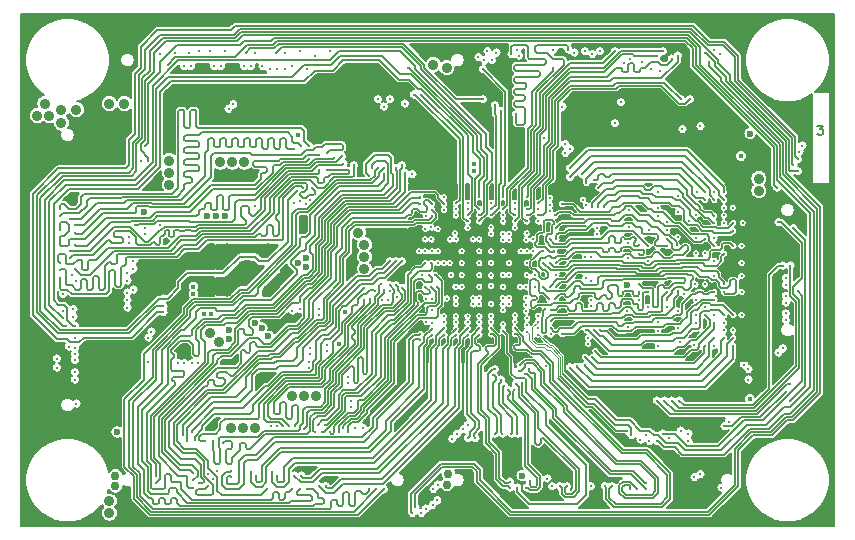
<source format=gbr>
G04 #@! TF.GenerationSoftware,KiCad,Pcbnew,5.1.0-rc2-unknown-036be7d~80~ubuntu16.04.1*
G04 #@! TF.CreationDate,2023-04-21T13:27:13+03:00*
G04 #@! TF.ProjectId,iMX8MPLUS-SOM_Rev_B,694d5838-4d50-44c5-9553-2d534f4d5f52,A*
G04 #@! TF.SameCoordinates,Original*
G04 #@! TF.FileFunction,Copper,L3,Inr*
G04 #@! TF.FilePolarity,Positive*
%FSLAX46Y46*%
G04 Gerber Fmt 4.6, Leading zero omitted, Abs format (unit mm)*
G04 Created by KiCad (PCBNEW 5.1.0-rc2-unknown-036be7d~80~ubuntu16.04.1) date 2023-04-21 13:27:13*
%MOMM*%
%LPD*%
G04 APERTURE LIST*
%ADD10C,0.190500*%
%ADD11C,1.000000*%
%ADD12C,1.800000*%
%ADD13C,0.900000*%
%ADD14C,0.600000*%
%ADD15C,0.450000*%
%ADD16C,0.327000*%
%ADD17C,0.750000*%
%ADD18C,0.254000*%
%ADD19C,0.406400*%
%ADD20C,0.127000*%
%ADD21C,0.177800*%
%ADD22C,1.016000*%
%ADD23C,0.152400*%
%ADD24C,0.081280*%
G04 APERTURE END LIST*
D10*
X151130000Y-72861714D02*
X151601714Y-72861714D01*
X151347714Y-73152000D01*
X151456571Y-73152000D01*
X151529142Y-73188285D01*
X151565428Y-73224571D01*
X151601714Y-73297142D01*
X151601714Y-73478571D01*
X151565428Y-73551142D01*
X151529142Y-73587428D01*
X151456571Y-73623714D01*
X151238857Y-73623714D01*
X151166285Y-73587428D01*
X151130000Y-73551142D01*
D11*
X104620000Y-86840000D03*
X101120000Y-83340000D03*
X101120000Y-86840000D03*
X104620000Y-83340000D03*
D12*
X102870000Y-85090000D03*
D13*
X92456000Y-70993000D03*
X91186000Y-70993000D03*
X87122000Y-72644000D03*
X86106000Y-72009000D03*
X85090000Y-72009000D03*
X87122000Y-71501000D03*
D14*
X103505000Y-89535000D03*
D15*
X99822000Y-88773000D03*
X99187000Y-88773000D03*
D14*
X101346000Y-90932000D03*
X101346000Y-90170000D03*
X107188000Y-84455000D03*
X107823000Y-84836000D03*
X107823000Y-84074000D03*
X100965000Y-80518000D03*
X100203000Y-80518000D03*
X99441000Y-80518000D03*
D13*
X88392000Y-71501000D03*
X85725000Y-70993000D03*
D14*
X104648000Y-90703400D03*
X104089200Y-89992200D03*
D16*
X131000000Y-78000000D03*
X131445000Y-87630000D03*
X135026400Y-87909400D03*
X129500000Y-83500000D03*
X129500000Y-87500000D03*
X129500000Y-88500000D03*
X133096000Y-81534000D03*
X132207000Y-91440000D03*
X130937000Y-83947000D03*
X130937000Y-85598000D03*
X132207000Y-78613000D03*
X139319000Y-89281000D03*
X144700000Y-86300000D03*
X136800000Y-87600000D03*
X139225000Y-80775000D03*
X138400000Y-79800000D03*
X136800000Y-77880000D03*
X144000000Y-83700000D03*
X144700000Y-82400000D03*
X144900000Y-79100000D03*
X141600000Y-81100000D03*
X139170000Y-81740000D03*
X138400000Y-83670000D03*
X141620000Y-89560000D03*
X144000000Y-89560000D03*
X144700000Y-90850000D03*
X142400000Y-92130000D03*
X140797500Y-92227500D03*
X136800000Y-91500000D03*
X138400000Y-90200000D03*
X130820000Y-92320000D03*
X129580000Y-91060000D03*
X128570000Y-91070000D03*
X129580000Y-78930000D03*
X136000000Y-79760000D03*
X140700000Y-90600000D03*
X143210000Y-87590000D03*
X143400000Y-77600000D03*
X140812500Y-81687500D03*
X143200000Y-82400000D03*
X136810000Y-82430000D03*
X135080000Y-83440000D03*
X135080000Y-82120000D03*
X135160000Y-80760000D03*
X129500000Y-80550000D03*
X140335000Y-87884000D03*
X139446000Y-87630000D03*
X138400000Y-86220000D03*
X127820000Y-87500000D03*
X127462280Y-88460580D03*
X127570000Y-91050000D03*
X125560000Y-91060000D03*
X127190000Y-84500000D03*
X129580000Y-84500000D03*
X129580000Y-82500000D03*
X127750000Y-82500000D03*
X129580000Y-85470000D03*
X127900000Y-85470000D03*
X129580000Y-86500000D03*
X129580000Y-81500000D03*
X128300000Y-81500000D03*
X136800000Y-83590000D03*
X142400000Y-83720000D03*
X135049260Y-87208360D03*
X136810000Y-86260000D03*
X143200000Y-85560000D03*
X142400000Y-86320000D03*
X129580000Y-89500000D03*
X135155000Y-89225000D03*
X136000000Y-90230000D03*
X144700000Y-87600000D03*
X144700000Y-89550000D03*
X141610000Y-79730000D03*
D15*
X144145000Y-93345000D03*
D16*
X144000000Y-84500000D03*
X143960000Y-80470000D03*
X139500000Y-92000000D03*
D15*
X138430000Y-74295000D03*
X140716000Y-74676000D03*
X136398000Y-74295000D03*
X142748000Y-76327000D03*
X134493000Y-74295000D03*
X131318000Y-74295000D03*
X144526000Y-77089000D03*
X139446000Y-95504000D03*
D16*
X129030000Y-89580000D03*
D15*
X129984500Y-75755500D03*
D13*
X87503000Y-74676000D03*
D14*
X106807000Y-89281000D03*
X106045000Y-89281000D03*
D15*
X96012000Y-82550000D03*
X98298000Y-85852000D03*
X145415000Y-105537000D03*
X109855000Y-102870000D03*
D17*
X96520000Y-88900000D03*
D13*
X97409000Y-91821000D03*
D15*
X115951000Y-91922600D03*
D17*
X111760000Y-84201000D03*
D15*
X114300000Y-84328000D03*
X113665000Y-84328000D03*
X115824000Y-93091000D03*
D16*
X117750000Y-88500000D03*
D17*
X107569000Y-81661000D03*
D16*
X120500000Y-88500000D03*
D17*
X121539000Y-102362000D03*
D15*
X128016000Y-102235000D03*
X128905000Y-102235000D03*
X147828000Y-93345000D03*
X147955000Y-85344000D03*
X142875000Y-94488000D03*
D14*
X100965000Y-92837000D03*
D13*
X91186000Y-99822000D03*
X91186000Y-100838000D03*
D17*
X107569000Y-80772000D03*
D14*
X115697000Y-98044000D03*
D15*
X95758000Y-86868000D03*
X94869000Y-89662000D03*
D16*
X116586000Y-77470000D03*
D13*
X91186000Y-64516000D03*
X91186000Y-65532000D03*
X103251000Y-77089000D03*
X96266000Y-74676000D03*
D14*
X94742000Y-78105000D03*
D15*
X94742000Y-84963000D03*
D13*
X91440000Y-74549000D03*
X91440000Y-75565000D03*
X87503000Y-75692000D03*
D17*
X85598000Y-99060000D03*
X87630000Y-94869000D03*
D13*
X88011000Y-79121000D03*
X118618000Y-66421000D03*
X119761000Y-66675000D03*
D15*
X150241000Y-70866000D03*
D16*
X122500000Y-81500000D03*
X119500000Y-83500000D03*
X119750000Y-86500000D03*
X119500000Y-85500000D03*
X117420000Y-81470000D03*
X123500000Y-87000000D03*
X126000000Y-85500000D03*
X124500000Y-84500000D03*
X123500000Y-85000000D03*
X117434360Y-80505300D03*
X118503700Y-78927960D03*
X119500000Y-81018380D03*
X119509540Y-81539080D03*
X119507000Y-80512920D03*
X120497600Y-78927960D03*
X121500900Y-78930500D03*
X122501660Y-79438500D03*
X123502420Y-78922880D03*
X123507500Y-80975200D03*
X124505720Y-81490820D03*
X124505720Y-79443580D03*
X125498860Y-78927960D03*
X126504700Y-79441040D03*
X126507240Y-81483200D03*
X127500380Y-78927960D03*
X127508000Y-81490820D03*
X117406420Y-82501740D03*
X121986040Y-83499960D03*
X123499880Y-82989420D03*
X125013720Y-83502500D03*
X125989080Y-84500720D03*
X121991120Y-84500720D03*
X117411500Y-84500720D03*
X121988580Y-85501480D03*
X125013720Y-86502240D03*
X121988580Y-86499700D03*
X117416580Y-86499700D03*
X117500000Y-87500000D03*
X124500000Y-91000000D03*
X125501400Y-88425020D03*
X124500000Y-89100000D03*
X123499880Y-88442800D03*
X123499880Y-91071700D03*
X118501160Y-91076780D03*
X117495320Y-89496900D03*
X119499380Y-91076780D03*
X119578120Y-88480900D03*
X120500140Y-91076780D03*
X121500900Y-91076780D03*
X121500900Y-88475820D03*
X122501660Y-91079320D03*
X122509280Y-88475820D03*
X120502680Y-80970120D03*
D13*
X91440000Y-73533000D03*
D14*
X99695000Y-98425000D03*
D15*
X108966000Y-74168000D03*
X144907000Y-91567000D03*
D16*
X132537200Y-103378000D03*
X126111000Y-103124000D03*
D13*
X151003000Y-78359000D03*
D14*
X101727000Y-67818000D03*
D16*
X108000800Y-102313740D03*
X142367000Y-103505000D03*
X92710000Y-68072000D03*
D15*
X136906000Y-95631000D03*
X115062000Y-103505000D03*
D14*
X121539000Y-103251000D03*
D15*
X132207000Y-71247000D03*
X133350000Y-71247000D03*
X135255000Y-71120000D03*
X135890000Y-71120000D03*
X132715000Y-74295000D03*
X137541000Y-72263000D03*
X136779000Y-72263000D03*
X141351000Y-71628000D03*
X143510000Y-73152000D03*
X142621000Y-73152000D03*
X149352000Y-71247000D03*
X142367000Y-74930000D03*
X143764000Y-76327000D03*
X140106400Y-96088200D03*
X140462000Y-95504000D03*
X142367000Y-94996000D03*
X145923000Y-106045000D03*
X145034000Y-104648000D03*
X151765000Y-98806000D03*
X151003000Y-99695000D03*
X151765000Y-100584000D03*
X117221000Y-106070400D03*
X84455000Y-98171000D03*
X146177000Y-64135000D03*
X145034000Y-64135000D03*
X145288000Y-65151000D03*
X144780000Y-66675000D03*
X148590000Y-72263000D03*
D14*
X101676200Y-92837000D03*
X103809800Y-94183200D03*
X104571800Y-94183200D03*
D15*
X84455000Y-64262000D03*
X93980000Y-63754000D03*
X97790000Y-63754000D03*
X101727000Y-63754000D03*
X105410000Y-63754000D03*
X109220000Y-63754000D03*
X113030000Y-63754000D03*
X116840000Y-63754000D03*
X120650000Y-63754000D03*
X124460000Y-63754000D03*
X128270000Y-63754000D03*
X132080000Y-63754000D03*
X135890000Y-63754000D03*
X139700000Y-63754000D03*
X152146000Y-80010000D03*
X152146000Y-83820000D03*
X152146000Y-87630000D03*
X152146000Y-91440000D03*
X152146000Y-94615000D03*
X152146000Y-96901000D03*
X143510000Y-106426000D03*
X139700000Y-106426000D03*
X135890000Y-106426000D03*
X132080000Y-106426000D03*
X128270000Y-106426000D03*
X124460000Y-106426000D03*
X120650000Y-106426000D03*
X113030000Y-106426000D03*
X109220000Y-106426000D03*
X105410000Y-106426000D03*
X101600000Y-106426000D03*
X97790000Y-106426000D03*
X93980000Y-106426000D03*
X89154000Y-106426000D03*
X84074000Y-93980000D03*
X84074000Y-90170000D03*
X84074000Y-86360000D03*
X84074000Y-82550000D03*
X84074000Y-78740000D03*
X84074000Y-74930000D03*
X84074000Y-71374000D03*
D16*
X135026400Y-88569800D03*
X138400000Y-81740000D03*
X144800000Y-81100000D03*
X142400000Y-82400000D03*
X138400000Y-88260000D03*
X141620000Y-88240000D03*
X135155000Y-81425000D03*
X144700000Y-88900000D03*
D17*
X119761000Y-103251000D03*
X119888000Y-102362000D03*
D13*
X146177000Y-78359000D03*
D17*
X91694000Y-103378000D03*
X91694000Y-102489000D03*
D13*
X96266000Y-75819000D03*
X96266000Y-76835000D03*
X96266000Y-77851000D03*
D14*
X145415000Y-73533000D03*
D16*
X120000000Y-84500000D03*
X118960000Y-81610000D03*
X125000000Y-82000000D03*
X121500000Y-81500000D03*
X123510040Y-81488280D03*
X124490480Y-82001360D03*
X125500000Y-81500000D03*
X118986300Y-83505040D03*
X119473980Y-84505800D03*
X124477780Y-87975440D03*
X125008640Y-87975440D03*
X123497340Y-87929720D03*
X145288000Y-94361000D03*
D13*
X146177000Y-77343000D03*
D14*
X91821000Y-98806000D03*
D15*
X107188000Y-73660000D03*
D16*
X137600000Y-91500000D03*
X136800000Y-88200000D03*
X142400000Y-85600000D03*
X136800000Y-84300000D03*
X139300000Y-78800000D03*
X137600000Y-78470000D03*
X142400000Y-84300000D03*
X144700000Y-83040000D03*
X140830000Y-80440000D03*
X143200000Y-81100000D03*
X142400000Y-78500000D03*
X140900000Y-78500000D03*
X140830000Y-88900000D03*
X142410000Y-88900000D03*
X140830000Y-89560000D03*
X144700000Y-85580000D03*
X142400000Y-91500000D03*
X136010000Y-87600000D03*
X140700000Y-91400000D03*
X139500000Y-91200000D03*
X139300000Y-90000000D03*
X140290000Y-80920000D03*
X139300000Y-80200000D03*
X139300000Y-82300000D03*
X140840000Y-82400000D03*
X138402500Y-81027500D03*
X136850000Y-81710000D03*
X135080000Y-84110000D03*
X135080000Y-82780000D03*
X135160000Y-80040000D03*
X140830000Y-87590000D03*
X139827000Y-87122000D03*
X126470000Y-88040000D03*
X127038100Y-82499200D03*
X127190000Y-85470000D03*
X127180000Y-86500000D03*
X135125460Y-89910920D03*
X139319000Y-88521540D03*
X144000000Y-90200000D03*
D14*
X135001000Y-86385400D03*
D16*
X143960000Y-79800000D03*
X144700000Y-86950000D03*
X144700000Y-84500000D03*
X126509780Y-81996280D03*
X127063500Y-83502500D03*
X126470000Y-88600000D03*
D13*
X101473000Y-98425000D03*
X102489000Y-98425000D03*
X103505000Y-98425000D03*
D14*
X126111000Y-102489000D03*
D15*
X145415000Y-96012000D03*
D13*
X91186000Y-104648000D03*
X91186000Y-105664000D03*
X101600000Y-75946000D03*
X102616000Y-75946000D03*
X100584000Y-75946000D03*
X119761000Y-67945000D03*
X118618000Y-67691000D03*
D16*
X122936000Y-67310000D03*
X134493000Y-70866000D03*
X141224000Y-72898000D03*
D15*
X144653000Y-75438000D03*
D16*
X124500000Y-88500000D03*
D15*
X98298000Y-87122000D03*
D16*
X118963440Y-84503260D03*
X129020000Y-85470000D03*
D13*
X100457000Y-91186000D03*
X99695000Y-90424000D03*
D16*
X119750000Y-87500000D03*
X120462040Y-81978500D03*
X120520460Y-82501740D03*
X121960640Y-82499200D03*
X121986040Y-87475060D03*
X121986040Y-88000840D03*
X120500140Y-87980520D03*
X120500140Y-87454740D03*
X120100000Y-85500000D03*
D14*
X94107000Y-80137000D03*
D16*
X118470680Y-83505040D03*
D15*
X98298000Y-86487000D03*
D13*
X108712000Y-95758000D03*
X107696000Y-95758000D03*
X106680000Y-95758000D03*
D15*
X110617000Y-91313000D03*
D16*
X122500000Y-82500000D03*
X124500000Y-83500000D03*
X122500000Y-84500000D03*
X123500000Y-83500000D03*
X122500000Y-83500000D03*
X123500000Y-82000000D03*
X124500640Y-82506820D03*
X125013720Y-82516980D03*
X125028960Y-84500720D03*
X123499880Y-84475320D03*
D15*
X122047000Y-76708000D03*
X122047000Y-76073000D03*
D16*
X126450000Y-87460000D03*
D13*
X112776000Y-82931000D03*
X112776000Y-83947000D03*
D15*
X111125000Y-88646000D03*
D13*
X112776000Y-84963000D03*
X112268000Y-81915000D03*
D16*
X121000000Y-86500000D03*
X121000000Y-85500000D03*
X121000000Y-84500000D03*
X121000000Y-83500000D03*
X120000000Y-82500000D03*
X122500000Y-86500000D03*
X122500000Y-85500000D03*
X124500000Y-86500000D03*
X124500000Y-85500000D03*
X126500000Y-84500000D03*
X126000000Y-83500000D03*
X125935740Y-86504780D03*
X126466600Y-86504780D03*
X126471680Y-82506820D03*
X126525020Y-83502500D03*
X123502420Y-85552280D03*
X125013720Y-85504020D03*
X126514860Y-85504020D03*
X120484900Y-86499700D03*
X123499880Y-86453980D03*
X124487940Y-87436960D03*
X125011180Y-87436960D03*
X122501660Y-87436960D03*
X122509280Y-87957660D03*
X103505000Y-79629000D03*
X117650000Y-85500000D03*
X120500140Y-89529920D03*
X121500900Y-89514680D03*
X117924580Y-84500720D03*
X108839000Y-98171000D03*
X118526560Y-87500460D03*
X118013480Y-87500460D03*
X118531640Y-89537540D03*
X118010940Y-89499440D03*
X124587000Y-94869000D03*
X125730000Y-98933000D03*
X125857000Y-93599000D03*
X135255000Y-103632000D03*
X124333000Y-94361000D03*
X125222000Y-98933000D03*
X125500000Y-90500000D03*
X133731000Y-103378000D03*
X124460000Y-98933000D03*
X123698000Y-93980000D03*
X133123000Y-103378000D03*
X125498860Y-89984580D03*
X123825000Y-93472000D03*
X123825000Y-98933000D03*
X131953000Y-103378000D03*
X122504200Y-90558620D03*
X122174000Y-99314000D03*
X121539000Y-99314000D03*
X122506740Y-90035380D03*
X125984000Y-93091000D03*
X135890000Y-103632000D03*
X136652000Y-103632000D03*
X126365000Y-93853000D03*
X126746000Y-93472000D03*
X136652000Y-103124000D03*
X125730000Y-103505000D03*
X124500000Y-90250000D03*
X125095000Y-102997000D03*
X123499880Y-90027760D03*
X125095000Y-103505000D03*
X123499880Y-90545920D03*
X125476000Y-95250000D03*
X126492000Y-103505000D03*
X124968000Y-95250000D03*
X126804914Y-102963486D03*
X126111000Y-94691200D03*
X129313000Y-103378000D03*
X125603000Y-94742000D03*
X129921000Y-103378000D03*
X142400000Y-90840000D03*
X131450500Y-92450500D03*
X144000000Y-91500000D03*
X130175000Y-93345000D03*
X131572000Y-77724000D03*
X141600000Y-78500000D03*
X130175000Y-76454000D03*
X143210000Y-78500000D03*
X132207000Y-77470000D03*
X141600000Y-79150000D03*
X131191000Y-76962000D03*
X142400000Y-79150000D03*
X130175000Y-77216000D03*
X143210000Y-79150000D03*
X142400000Y-80500000D03*
X132588000Y-78105000D03*
X144000000Y-81100000D03*
X132588000Y-79756000D03*
X142400000Y-81100000D03*
X132080000Y-79756000D03*
X144000000Y-81750000D03*
X133096000Y-79756000D03*
X136000000Y-83000000D03*
X128850000Y-83510000D03*
X128460000Y-82500000D03*
X136800000Y-83020000D03*
X129020000Y-84500000D03*
X138390000Y-82460000D03*
X128940000Y-80470000D03*
X141600000Y-82420000D03*
X129500000Y-79500000D03*
X142400000Y-83040000D03*
X128460000Y-84500000D03*
X144000000Y-83050000D03*
X136000000Y-83720000D03*
X127900000Y-83500000D03*
X138400000Y-83070000D03*
X129020000Y-82500000D03*
X139200000Y-83000000D03*
X129020000Y-81500000D03*
X143200000Y-83700000D03*
X127900000Y-84500000D03*
X136010000Y-86300000D03*
X128950000Y-87500000D03*
X138400000Y-86930000D03*
X128060000Y-88430000D03*
X139319000Y-86868000D03*
X128540000Y-89410000D03*
X128460000Y-86500000D03*
X143200000Y-86270000D03*
X136010000Y-86940000D03*
X128390000Y-87510000D03*
X128580000Y-88500000D03*
X136800000Y-86960000D03*
X127900000Y-86500000D03*
X138400000Y-87600000D03*
X142400000Y-86940000D03*
X128540000Y-90000000D03*
X142410000Y-87590000D03*
X129500000Y-90500000D03*
X129020000Y-86500000D03*
X143200000Y-86980000D03*
X141620000Y-88900000D03*
X131572000Y-90170000D03*
X132715000Y-90170000D03*
X144000000Y-88900000D03*
X142410000Y-89560000D03*
X132334000Y-91948000D03*
X143240000Y-88900000D03*
X132207000Y-90170000D03*
X132080000Y-92456000D03*
X141590000Y-91500000D03*
X131445000Y-93091000D03*
X143210000Y-90850000D03*
X144000000Y-90850000D03*
X130810000Y-93218000D03*
X95758000Y-88138000D03*
X149098000Y-76200000D03*
X108077000Y-93345000D03*
X107823000Y-79502000D03*
X128143000Y-93218000D03*
X149479000Y-86868000D03*
X138049000Y-98933000D03*
X107315000Y-88392000D03*
X107315000Y-79248000D03*
X107950000Y-68072000D03*
X127505460Y-80977740D03*
X106680000Y-88519000D03*
X106680000Y-67818000D03*
X106807000Y-79375000D03*
X128016000Y-73914000D03*
X126500000Y-89750000D03*
X124500000Y-89700000D03*
X122506740Y-89514680D03*
X116840000Y-76962000D03*
X149098000Y-81534000D03*
X119501920Y-89009220D03*
X148844000Y-96139000D03*
X95758000Y-87503000D03*
X107061000Y-78359000D03*
X149479000Y-76708000D03*
X115951000Y-86614000D03*
X108585000Y-98806000D03*
X115443000Y-86360000D03*
X100838000Y-99695000D03*
X114300000Y-87630000D03*
X114935000Y-86868000D03*
X110998000Y-98425000D03*
X118948200Y-86502240D03*
X109855000Y-98806000D03*
X117929660Y-86502240D03*
X110617000Y-98806000D03*
X118440200Y-86502240D03*
X115570000Y-87376000D03*
X114808000Y-87630000D03*
X108204000Y-91694000D03*
X94742000Y-90297000D03*
X108966000Y-88900000D03*
X118500000Y-88500000D03*
X109601000Y-91440000D03*
X94234000Y-81534000D03*
X108204000Y-92202000D03*
X94488000Y-90805000D03*
X127460000Y-88970000D03*
X139446000Y-96139000D03*
X148209000Y-84709000D03*
X137541000Y-96139000D03*
X148844000Y-94742000D03*
X125501400Y-89448640D03*
X98679000Y-92964000D03*
X92837000Y-82296000D03*
X123499880Y-88960960D03*
X121500000Y-89000000D03*
X120500140Y-89016840D03*
X122509280Y-88999060D03*
X109601000Y-91948000D03*
X94234000Y-82042000D03*
X138176000Y-96139000D03*
X147828000Y-81026000D03*
X125501400Y-88935560D03*
X98171000Y-92964000D03*
X92837000Y-82804000D03*
X127430000Y-89500000D03*
X135382000Y-99060000D03*
X123499880Y-89476580D03*
X108966000Y-88392000D03*
X143256000Y-98298000D03*
X148463000Y-95377000D03*
X119501920Y-89524840D03*
X126560000Y-89190000D03*
X138811000Y-96139000D03*
X148844000Y-84709000D03*
X93218000Y-84328000D03*
X97536000Y-92964000D03*
X93218000Y-84963000D03*
X97028000Y-92964000D03*
X127430000Y-90010000D03*
X108077000Y-92837000D03*
X108204000Y-79121000D03*
X121500900Y-90035380D03*
X109510500Y-103378000D03*
X107430500Y-102489000D03*
X120500140Y-90045540D03*
X117500000Y-90500000D03*
X101473000Y-102616000D03*
X105361415Y-102567415D03*
X119499380Y-90037920D03*
X126500000Y-90300000D03*
X135001000Y-98679000D03*
X92710000Y-85344000D03*
X111379000Y-94107000D03*
X118501160Y-90048080D03*
X103583415Y-102567415D03*
X101473000Y-102108000D03*
X117500400Y-91010740D03*
X108929500Y-103378000D03*
X121500900Y-90556080D03*
X120500140Y-90561160D03*
X106849500Y-102489000D03*
X128540000Y-90540000D03*
X94488000Y-92837000D03*
X95504000Y-81280000D03*
X104950585Y-102156585D03*
X119499380Y-90556080D03*
X92710000Y-85979000D03*
X111379000Y-94615000D03*
X103172585Y-102156585D03*
X118503700Y-90561160D03*
X111633000Y-96139000D03*
X93218000Y-86741000D03*
X118618000Y-103632000D03*
X148463000Y-88760500D03*
X112014000Y-98425000D03*
X92710000Y-87630000D03*
X120190585Y-99392415D03*
X148209000Y-91694000D03*
X111633000Y-96647000D03*
X92710000Y-86995000D03*
X118539585Y-104980415D03*
X148463000Y-87260500D03*
X136906000Y-99568000D03*
X121539000Y-98171000D03*
X144907000Y-93091000D03*
X105410000Y-98298000D03*
X88138000Y-88392000D03*
X117602000Y-105664000D03*
X148463000Y-85760500D03*
X140208000Y-98933000D03*
X118999000Y-103251000D03*
X148463000Y-89341500D03*
X104902000Y-98298000D03*
X88138000Y-89027000D03*
X118950415Y-104569585D03*
X148463000Y-87841500D03*
X92710000Y-88265000D03*
X112649000Y-98425000D03*
X117983000Y-105283000D03*
X148463000Y-86341500D03*
X120601415Y-98981585D03*
X147828000Y-92075000D03*
X121158000Y-98552000D03*
X145288000Y-93472000D03*
X136144000Y-99441000D03*
X136652000Y-99060000D03*
X140208000Y-99568000D03*
X139573000Y-98679000D03*
X114427000Y-86741000D03*
X99949000Y-99568000D03*
X111379000Y-98806000D03*
X118750000Y-85500000D03*
X118200000Y-85500000D03*
X109220000Y-98806000D03*
X114935000Y-86360000D03*
X107696000Y-98552000D03*
X114173000Y-86233000D03*
X106934000Y-98298000D03*
X113665000Y-86868000D03*
X99314000Y-99568000D03*
X112776000Y-87630000D03*
X105918000Y-98298000D03*
X109474000Y-98171000D03*
X118445280Y-84503260D03*
X106426000Y-98298000D03*
X113284000Y-87503000D03*
X112776000Y-86614000D03*
X98425000Y-99441000D03*
X115443000Y-84328000D03*
X97790000Y-99568000D03*
X115951000Y-84328000D03*
X98171000Y-98806000D03*
X114935000Y-84328000D03*
X97409000Y-99060000D03*
X87249000Y-88519000D03*
X117937280Y-83502500D03*
X87249000Y-87122000D03*
X117411500Y-83505040D03*
X86995000Y-85090000D03*
X108331000Y-78105000D03*
X107569000Y-78105000D03*
X86995000Y-85725000D03*
X107442000Y-74549000D03*
X86995000Y-80518000D03*
X86741000Y-93345000D03*
X117922040Y-82501740D03*
X86741000Y-92583000D03*
X118442740Y-82501740D03*
X87884000Y-80772000D03*
X106807000Y-74803000D03*
X108077000Y-75692000D03*
X86995000Y-81661000D03*
X108077000Y-74549000D03*
X86995000Y-79883000D03*
X109601000Y-76581000D03*
X86995000Y-84455000D03*
X88392000Y-85979000D03*
X117940000Y-81600000D03*
X118440000Y-81480000D03*
X88011000Y-85471000D03*
X108966000Y-76581000D03*
X87884000Y-84074000D03*
X109601000Y-75184000D03*
X88265000Y-81280000D03*
X88265000Y-81915000D03*
X108966000Y-75311000D03*
X118500000Y-80500000D03*
X99568000Y-103378000D03*
X138049000Y-66548000D03*
X126507240Y-80975200D03*
X110998000Y-76073000D03*
X87884000Y-83439000D03*
X122506740Y-80970120D03*
X105283000Y-66675000D03*
X121505980Y-80970120D03*
X117602000Y-70231000D03*
X88265000Y-89789000D03*
X121505980Y-80459580D03*
X124503180Y-80980280D03*
X88265000Y-90805000D03*
X117967760Y-80497680D03*
X88265000Y-82931000D03*
X110236000Y-75565000D03*
X133985000Y-66548000D03*
X125501400Y-80980280D03*
X120500140Y-80459580D03*
X120497600Y-79949040D03*
X125501400Y-80467200D03*
X130048000Y-66421000D03*
X140335000Y-70612000D03*
X127505460Y-80467200D03*
X118508780Y-79989680D03*
X104521000Y-103632000D03*
X87503000Y-89789000D03*
X122504200Y-80459580D03*
X124503180Y-80469740D03*
X88265000Y-91694000D03*
X128500000Y-80100000D03*
X88265000Y-84963000D03*
X111887000Y-76200000D03*
X124333000Y-71628000D03*
X123504960Y-80462120D03*
X139319000Y-66929000D03*
X126507240Y-80467200D03*
X121503440Y-79951580D03*
X138811000Y-67183000D03*
X126504700Y-79956660D03*
X123825000Y-71120000D03*
X123504960Y-79954120D03*
X107950000Y-103632000D03*
X113411000Y-76454000D03*
X87757000Y-91567000D03*
X128500000Y-79550000D03*
X128778000Y-67945000D03*
X124503180Y-79956660D03*
X87249000Y-89154000D03*
X122504200Y-79951580D03*
X120497600Y-79438500D03*
X116967000Y-70231000D03*
X117500000Y-79500000D03*
X98298000Y-102870000D03*
X98806000Y-103124000D03*
X118506240Y-79463900D03*
X107315000Y-103632000D03*
X113157000Y-77089000D03*
X127502920Y-79954120D03*
X123952000Y-66675000D03*
X125501400Y-79956660D03*
X119500000Y-80000000D03*
X123190000Y-66548000D03*
X125501400Y-79443580D03*
X113919000Y-76454000D03*
X114427000Y-103632000D03*
X121503440Y-79438500D03*
X122809000Y-68072000D03*
X124505720Y-78927960D03*
X139573000Y-70612000D03*
X127500380Y-79441040D03*
X116459000Y-67945000D03*
X122504200Y-78922880D03*
X117500000Y-78930000D03*
X98298000Y-102235000D03*
X88265000Y-92710000D03*
X128500000Y-79000000D03*
X119499380Y-78930500D03*
X113157000Y-103632000D03*
X114427000Y-76962000D03*
X98298000Y-103505000D03*
X119499380Y-79466440D03*
X123502420Y-79441040D03*
X137541000Y-66929000D03*
X126502160Y-78927960D03*
X106680000Y-103632000D03*
X115443000Y-76454000D03*
X113792000Y-103632000D03*
X114427000Y-76454000D03*
X130175000Y-74803000D03*
X88392000Y-96393000D03*
X97499500Y-67818000D03*
X102579500Y-67818000D03*
X115951000Y-76200000D03*
X95123000Y-102489000D03*
X101267585Y-71452415D03*
X100039500Y-67818000D03*
X106045000Y-68072000D03*
X116205000Y-70993000D03*
X95123000Y-103124000D03*
X116205000Y-76835000D03*
X114935000Y-70612000D03*
X131445000Y-66548000D03*
X98806000Y-66548000D03*
X132715000Y-66548000D03*
X107315000Y-66548000D03*
X99695000Y-66548000D03*
X96774000Y-66675000D03*
X116840000Y-105664000D03*
X141986000Y-67437000D03*
X129540000Y-71247000D03*
X136271000Y-67437000D03*
X142875000Y-66802000D03*
X134747000Y-67564000D03*
X106045000Y-66675000D03*
X125857000Y-66929000D03*
X128778000Y-66421000D03*
X98080500Y-67818000D03*
X103160500Y-67818000D03*
X101678415Y-71041585D03*
X100620500Y-67818000D03*
X114427000Y-71247000D03*
X113919000Y-70612000D03*
X103505000Y-66675000D03*
X132080000Y-66802000D03*
X100965000Y-66548000D03*
X102743000Y-66675000D03*
X122809000Y-70612000D03*
X109855000Y-66548000D03*
X97917000Y-66675000D03*
X95504000Y-66802000D03*
X117094000Y-105156000D03*
X141605000Y-66675000D03*
X137795000Y-68199000D03*
X142367000Y-66421000D03*
X135255000Y-67183000D03*
X130556000Y-66675000D03*
X108585000Y-66929000D03*
X125222000Y-66802000D03*
X125603000Y-71882000D03*
X125730000Y-66421000D03*
X137033000Y-68072000D03*
X129794000Y-75184000D03*
X88265000Y-92202000D03*
X129794000Y-74422000D03*
X88265000Y-94361000D03*
X104775000Y-68072000D03*
X95758000Y-88646000D03*
X149479000Y-75692000D03*
X93345000Y-81280000D03*
X110871000Y-75438000D03*
X147701000Y-78105000D03*
X96139000Y-67691000D03*
X149606000Y-75057000D03*
X149860000Y-74549000D03*
X128270000Y-102743000D03*
X99949000Y-102743000D03*
X133985000Y-72644000D03*
X128651000Y-103378000D03*
X99568000Y-102362000D03*
X139700000Y-73152000D03*
X105410000Y-68072000D03*
X122428000Y-67056000D03*
X104140000Y-67818000D03*
X123571000Y-67310000D03*
X140716000Y-102616000D03*
X143637000Y-97917000D03*
X100330000Y-102108000D03*
X141224000Y-102362000D03*
X94488000Y-75819000D03*
X137541000Y-99568000D03*
X127450000Y-90550000D03*
X94234000Y-74549000D03*
X139319000Y-99695000D03*
X93853000Y-75819000D03*
X138557000Y-99314000D03*
X88265000Y-93726000D03*
X143002000Y-103505000D03*
X143210000Y-89560000D03*
X131699000Y-90805000D03*
X143210000Y-90200000D03*
X131699000Y-91313000D03*
X132461000Y-81534000D03*
X137600000Y-79800000D03*
X143200000Y-79800000D03*
X131267200Y-79121000D03*
X132461000Y-82042000D03*
X137600000Y-80500000D03*
X143200000Y-80470000D03*
X131521200Y-79578200D03*
X140840000Y-83680000D03*
X131953000Y-83947000D03*
X141600000Y-83680000D03*
X131445000Y-83947000D03*
X131953000Y-85979000D03*
X140800000Y-86300000D03*
X141600000Y-86300000D03*
X131495800Y-85725000D03*
X131953000Y-87630000D03*
X137600000Y-89520000D03*
X131953000Y-88138000D03*
X137600000Y-90240000D03*
D18*
X129580000Y-91060000D02*
X129794000Y-91274000D01*
X145415000Y-106172000D02*
X145415000Y-105537000D01*
X94361000Y-106172000D02*
X145415000Y-106172000D01*
X93472000Y-105283000D02*
X94361000Y-106172000D01*
X92837000Y-105283000D02*
X93472000Y-105283000D01*
D19*
X120000000Y-80383140D02*
X120000000Y-77000000D01*
X119870220Y-80512920D02*
X120000000Y-80383140D01*
X119507000Y-80512920D02*
X119870220Y-80512920D01*
D18*
X86868000Y-75692000D02*
X87503000Y-75692000D01*
X84328000Y-78232000D02*
X86868000Y-75692000D01*
X84328000Y-97790000D02*
X84328000Y-78232000D01*
X85598000Y-99060000D02*
X84328000Y-97790000D01*
D20*
X118503700Y-78927960D02*
X118551960Y-78927960D01*
D21*
X118537815Y-78927960D02*
X118503700Y-78927960D01*
X119451120Y-80512920D02*
X119024400Y-80086200D01*
X119507000Y-80512920D02*
X119451120Y-80512920D01*
X119024400Y-80086200D02*
X119024400Y-79414545D01*
X119024400Y-79414545D02*
X118537815Y-78927960D01*
X96520000Y-88900000D02*
X96520000Y-89382600D01*
X96520000Y-89382600D02*
X94462600Y-91440000D01*
X94462600Y-91440000D02*
X93980000Y-91440000D01*
D22*
X96266000Y-74676000D02*
X96266000Y-70866000D01*
X96266000Y-70866000D02*
X96774000Y-70358000D01*
X96774000Y-70358000D02*
X98806000Y-70358000D01*
D20*
X128905000Y-102235000D02*
X128905000Y-102616000D01*
X128905000Y-102616000D02*
X128143000Y-103378000D01*
X128143000Y-103378000D02*
X128143000Y-104013000D01*
X126111000Y-103124000D02*
X126111000Y-103759000D01*
X126111000Y-103759000D02*
X126619000Y-104267000D01*
X126619000Y-104267000D02*
X127254000Y-104267000D01*
D18*
X117495320Y-89496900D02*
X117495320Y-89514680D01*
X117495320Y-89514680D02*
X116078000Y-90932000D01*
X116078000Y-90932000D02*
X116078000Y-91186000D01*
D20*
X118501160Y-91076780D02*
X118501160Y-91302840D01*
X118501160Y-91302840D02*
X118110000Y-91694000D01*
X118110000Y-91694000D02*
X118110000Y-95631000D01*
X118110000Y-95631000D02*
X117856000Y-95885000D01*
X121107200Y-97586800D02*
X121031000Y-97663000D01*
X121500900Y-91478100D02*
X121107200Y-91871800D01*
X121107200Y-91871800D02*
X121107200Y-97586800D01*
X121500900Y-91076780D02*
X121500900Y-91478100D01*
X115824000Y-93091000D02*
X115824000Y-94742000D01*
X115824000Y-94742000D02*
X112979200Y-97586800D01*
X112979200Y-97586800D02*
X112979200Y-97866200D01*
D21*
X129794000Y-93599000D02*
X129794000Y-91274000D01*
X131826000Y-95631000D02*
X129794000Y-93599000D01*
X136906000Y-95631000D02*
X131826000Y-95631000D01*
D18*
X145288000Y-65151000D02*
X144780000Y-65659000D01*
X144780000Y-68834000D02*
X147066000Y-71120000D01*
X144780000Y-65659000D02*
X144780000Y-68834000D01*
X147066000Y-71120000D02*
X149606000Y-71120000D01*
D20*
X109220000Y-97790000D02*
X108839000Y-98171000D01*
X109601000Y-97790000D02*
X109220000Y-97790000D01*
X110617000Y-96774000D02*
X109601000Y-97790000D01*
X110617000Y-95631000D02*
X110617000Y-96774000D01*
X110998000Y-95250000D02*
X110617000Y-95631000D01*
X116433600Y-85496400D02*
X116433600Y-87782400D01*
X117060980Y-84869020D02*
X116433600Y-85496400D01*
X117556280Y-84869020D02*
X117060980Y-84869020D01*
X115316000Y-88900000D02*
X114808000Y-88900000D01*
X117924580Y-84500720D02*
X117556280Y-84869020D01*
X116433600Y-87782400D02*
X115316000Y-88900000D01*
X114808000Y-88900000D02*
X113411000Y-90297000D01*
X113411000Y-90297000D02*
X113411000Y-93853000D01*
X112014000Y-95250000D02*
X110998000Y-95250000D01*
X113411000Y-93853000D02*
X112014000Y-95250000D01*
D23*
X124584448Y-94869000D02*
X124510800Y-94942648D01*
X124587000Y-94869000D02*
X124584448Y-94869000D01*
X124510800Y-94942648D02*
X124510800Y-96319352D01*
X124510800Y-96319352D02*
X125653800Y-97462352D01*
X125653800Y-97462352D02*
X125653800Y-98856800D01*
X125653800Y-98856800D02*
X125730000Y-98933000D01*
D20*
X135285480Y-103601520D02*
X135255000Y-103632000D01*
X135285480Y-103388160D02*
X135285480Y-103601520D01*
X134620000Y-103430606D02*
X134799606Y-103251000D01*
X134620000Y-103833394D02*
X134620000Y-103430606D01*
X134926606Y-104140000D02*
X134620000Y-103833394D01*
X137107394Y-104140000D02*
X134926606Y-104140000D01*
X137414000Y-103833394D02*
X137107394Y-104140000D01*
X137414000Y-102795606D02*
X137414000Y-103833394D01*
X136091394Y-101473000D02*
X137414000Y-102795606D01*
X126471680Y-92964000D02*
X127023594Y-92964000D01*
X126060200Y-93599000D02*
X126349760Y-93309440D01*
X134799606Y-103251000D02*
X135148320Y-103251000D01*
X127762000Y-93702406D02*
X127762000Y-94794606D01*
X126349760Y-93085920D02*
X126471680Y-92964000D01*
X126349760Y-93309440D02*
X126349760Y-93085920D01*
X127762000Y-94794606D02*
X129667000Y-96699606D01*
X125857000Y-93599000D02*
X126060200Y-93599000D01*
X127023594Y-92964000D02*
X127762000Y-93702406D01*
X129667000Y-96699606D02*
X129667000Y-97080606D01*
X135148320Y-103251000D02*
X135285480Y-103388160D01*
X134059394Y-101473000D02*
X136091394Y-101473000D01*
X129667000Y-97080606D02*
X134059394Y-101473000D01*
D23*
X125298200Y-98856800D02*
X125222000Y-98933000D01*
X125298200Y-97609648D02*
X125298200Y-98856800D01*
X124333000Y-94361000D02*
X124333000Y-94564200D01*
X124333000Y-94564200D02*
X124155200Y-94742000D01*
X124155200Y-94742000D02*
X124155200Y-96466648D01*
X124155200Y-96466648D02*
X125298200Y-97609648D01*
D20*
X136599394Y-100584000D02*
X138430000Y-102414606D01*
X134567394Y-100584000D02*
X136599394Y-100584000D01*
X126947394Y-92202000D02*
X127633194Y-92202000D01*
X125984000Y-91313000D02*
X125877320Y-91419680D01*
X128524000Y-93092806D02*
X128524000Y-94540606D01*
X127633194Y-92202000D02*
X128524000Y-93092806D01*
X125557280Y-91419680D02*
X125465840Y-91511120D01*
X125465840Y-91511120D02*
X125465840Y-91709240D01*
X128524000Y-94540606D02*
X134567394Y-100584000D01*
X126566394Y-91821000D02*
X126947394Y-92202000D01*
X125655069Y-90500000D02*
X125984000Y-90828931D01*
X125984000Y-90828931D02*
X125984000Y-91313000D01*
X125500000Y-90500000D02*
X125655069Y-90500000D01*
X125577600Y-91821000D02*
X126566394Y-91821000D01*
X125877320Y-91419680D02*
X125557280Y-91419680D01*
X138430000Y-102414606D02*
X138430000Y-104341394D01*
X125465840Y-91709240D02*
X125577600Y-91821000D01*
X133503200Y-103605800D02*
X133503200Y-104367594D01*
X133731000Y-103378000D02*
X133503200Y-103605800D01*
X133503200Y-104367594D02*
X134037606Y-104902000D01*
X137869394Y-104902000D02*
X138430000Y-104341394D01*
X134037606Y-104902000D02*
X137869394Y-104902000D01*
D23*
X123774200Y-93980000D02*
X123698000Y-93980000D01*
X123901200Y-94107000D02*
X123774200Y-93980000D01*
X123621800Y-94640400D02*
X123901200Y-94361000D01*
X124460000Y-98933000D02*
X124320300Y-98793300D01*
X123901200Y-94361000D02*
X123901200Y-94107000D01*
X124320300Y-98793300D02*
X124320300Y-97398852D01*
X124320300Y-97398852D02*
X123621800Y-96700352D01*
X123621800Y-96700352D02*
X123621800Y-94640400D01*
D20*
X138684000Y-102309394D02*
X138684000Y-104446606D01*
X125498860Y-89984580D02*
X126238000Y-90723720D01*
X134672606Y-100330000D02*
X136704606Y-100330000D01*
X136704606Y-100330000D02*
X138684000Y-102309394D01*
X127052606Y-91948000D02*
X127738406Y-91948000D01*
X127738406Y-91948000D02*
X128778000Y-92987594D01*
X126238000Y-90723720D02*
X126238000Y-91133394D01*
X126238000Y-91133394D02*
X127052606Y-91948000D01*
X128778000Y-92987594D02*
X128778000Y-94435394D01*
X128778000Y-94435394D02*
X134672606Y-100330000D01*
X133249200Y-103504200D02*
X133249200Y-104472806D01*
X133123000Y-103378000D02*
X133249200Y-103504200D01*
X133249200Y-104472806D02*
X133932394Y-105156000D01*
X133932394Y-105156000D02*
X137974606Y-105156000D01*
X137974606Y-105156000D02*
X138684000Y-104446606D01*
D23*
X123964700Y-98793300D02*
X123825000Y-98933000D01*
X123964700Y-97546148D02*
X123964700Y-98793300D01*
X123825000Y-93472000D02*
X123672600Y-93472000D01*
X123672600Y-93472000D02*
X123266200Y-93878400D01*
X123266200Y-93878400D02*
X123266200Y-96847648D01*
X123266200Y-96847648D02*
X123964700Y-97546148D01*
X121980948Y-91948000D02*
X121793000Y-92135948D01*
X121793000Y-92135948D02*
X121793000Y-97157552D01*
X122174000Y-99314000D02*
X122034300Y-99174300D01*
X122034300Y-99174300D02*
X122034300Y-98943148D01*
X122034300Y-98943148D02*
X122478800Y-98498648D01*
X122478800Y-97843352D02*
X121793000Y-97157552D01*
X122478800Y-98498648D02*
X122478800Y-97843352D01*
D20*
X122123200Y-91262200D02*
X122301000Y-91440000D01*
X122123200Y-90939620D02*
X122123200Y-91262200D01*
X122504200Y-90558620D02*
X122123200Y-90939620D01*
D23*
X122301000Y-91440000D02*
X122428000Y-91440000D01*
X122428000Y-91440000D02*
X122555000Y-91567000D01*
X122555000Y-91567000D02*
X122555000Y-91821000D01*
X122428000Y-91948000D02*
X121980948Y-91948000D01*
X122555000Y-91821000D02*
X122428000Y-91948000D01*
D20*
X121869200Y-91490800D02*
X121793000Y-91567000D01*
X121869200Y-90672920D02*
X121869200Y-91490800D01*
X122506740Y-90035380D02*
X121869200Y-90672920D01*
D23*
X121793000Y-91567000D02*
X121793000Y-91633052D01*
X121793000Y-91633052D02*
X121437400Y-91988652D01*
X121437400Y-91988652D02*
X121437400Y-97304848D01*
X121539000Y-99314000D02*
X121678700Y-99174300D01*
X121678700Y-99174300D02*
X121678700Y-98795852D01*
X121678700Y-98795852D02*
X122123200Y-98351352D01*
X122123200Y-98351352D02*
X122123200Y-97990648D01*
X122123200Y-97990648D02*
X121437400Y-97304848D01*
D20*
X126365000Y-92710000D02*
X125984000Y-93091000D01*
X127128806Y-92710000D02*
X126365000Y-92710000D01*
X128016000Y-93597194D02*
X127128806Y-92710000D01*
X134164606Y-101219000D02*
X129921000Y-96975394D01*
X134694394Y-102997000D02*
X134366000Y-103325394D01*
X135255000Y-102997000D02*
X134694394Y-102997000D01*
X135890000Y-103632000D02*
X135255000Y-102997000D01*
X129921000Y-96594394D02*
X128016000Y-94689394D01*
X134366000Y-103325394D02*
X134366000Y-103938606D01*
X134366000Y-103938606D02*
X134821394Y-104394000D01*
X137668000Y-102690394D02*
X136196606Y-101219000D01*
X136196606Y-101219000D02*
X134164606Y-101219000D01*
X134821394Y-104394000D02*
X137212606Y-104394000D01*
X128016000Y-94689394D02*
X128016000Y-93597194D01*
X129921000Y-96975394D02*
X129921000Y-96594394D01*
X137668000Y-103938606D02*
X137668000Y-102690394D01*
X137212606Y-104394000D02*
X137668000Y-103938606D01*
X126566394Y-93853000D02*
X126365000Y-93853000D01*
X127000000Y-94286606D02*
X126566394Y-93853000D01*
X127000000Y-95175606D02*
X127000000Y-94286606D01*
X128778000Y-96953606D02*
X127000000Y-95175606D01*
X128778000Y-97588606D02*
X128778000Y-96953606D01*
X136652000Y-103632000D02*
X135382000Y-102362000D01*
X135382000Y-102362000D02*
X133551394Y-102362000D01*
X133551394Y-102362000D02*
X128778000Y-97588606D01*
X127127000Y-93802200D02*
X127254000Y-93929200D01*
X126874806Y-93802200D02*
X127127000Y-93802200D01*
X129032000Y-97483394D02*
X133656606Y-102108000D01*
X126746000Y-93673394D02*
X126874806Y-93802200D01*
X136503211Y-103124000D02*
X136652000Y-103124000D01*
X127254000Y-93929200D02*
X127254000Y-95070394D01*
X126746000Y-93472000D02*
X126746000Y-93673394D01*
X127254000Y-95070394D02*
X129032000Y-96848394D01*
X129032000Y-96848394D02*
X129032000Y-97483394D01*
X133656606Y-102108000D02*
X135487211Y-102108000D01*
X135487211Y-102108000D02*
X136503211Y-103124000D01*
X131572000Y-104140000D02*
X130810000Y-104902000D01*
X125222000Y-92456000D02*
X125222000Y-93853000D01*
X126492000Y-94361000D02*
X126492000Y-95377000D01*
X126746000Y-104902000D02*
X125730000Y-103886000D01*
X131572000Y-101600000D02*
X131572000Y-104140000D01*
X124866400Y-92100400D02*
X125222000Y-92456000D01*
X124500000Y-90250000D02*
X124866400Y-90616400D01*
X125222000Y-93853000D02*
X125603000Y-94234000D01*
X124866400Y-90616400D02*
X124866400Y-92100400D01*
X125603000Y-94234000D02*
X126365000Y-94234000D01*
X125730000Y-103886000D02*
X125730000Y-103505000D01*
X126365000Y-94234000D02*
X126492000Y-94361000D01*
X130810000Y-104902000D02*
X126746000Y-104902000D01*
X126492000Y-95377000D02*
X128143000Y-97028000D01*
X128143000Y-98171000D02*
X131572000Y-101600000D01*
X128143000Y-97028000D02*
X128143000Y-98171000D01*
X124134880Y-90662760D02*
X123499880Y-90027760D01*
X123317000Y-99642394D02*
X123317000Y-97610394D01*
X122682000Y-93143606D02*
X124134880Y-91690726D01*
X124206000Y-100531394D02*
X123317000Y-99642394D01*
X124134880Y-91690726D02*
X124134880Y-90662760D01*
X125095000Y-102997000D02*
X124968000Y-103124000D01*
X124968000Y-103124000D02*
X124639606Y-103124000D01*
X124639606Y-103124000D02*
X124206000Y-102690394D01*
X124206000Y-102690394D02*
X124206000Y-100531394D01*
X123317000Y-97610394D02*
X122682000Y-96975394D01*
X122682000Y-96975394D02*
X122682000Y-93143606D01*
X124968000Y-103378000D02*
X125095000Y-103505000D01*
X123952000Y-102795606D02*
X124534394Y-103378000D01*
X123952000Y-100636606D02*
X123952000Y-102795606D01*
X123063000Y-99747606D02*
X123952000Y-100636606D01*
X123063000Y-97715606D02*
X123063000Y-99747606D01*
X122428000Y-97080606D02*
X123063000Y-97715606D01*
X122428000Y-93038394D02*
X122428000Y-97080606D01*
X124534394Y-103378000D02*
X124968000Y-103378000D01*
X123880880Y-91384120D02*
X123774200Y-91490800D01*
X123880880Y-90767971D02*
X123880880Y-91384120D01*
X123658829Y-90545920D02*
X123880880Y-90767971D01*
X123774200Y-91490800D02*
X123190000Y-91490800D01*
X123499880Y-90545920D02*
X123658829Y-90545920D01*
X123063000Y-91617800D02*
X123063000Y-91871800D01*
X123190000Y-91490800D02*
X123063000Y-91617800D01*
X123227197Y-92035997D02*
X123227197Y-92239197D01*
X123227197Y-92239197D02*
X122428000Y-93038394D01*
X123063000Y-91871800D02*
X123227197Y-92035997D01*
X127635000Y-103430606D02*
X127635000Y-102563394D01*
X126619000Y-97356394D02*
X125349000Y-96086394D01*
X126811649Y-103691341D02*
X127374265Y-103691341D01*
X126619000Y-101547394D02*
X126619000Y-97356394D01*
X127635000Y-102563394D02*
X126619000Y-101547394D01*
X127374265Y-103691341D02*
X127635000Y-103430606D01*
X125349000Y-96086394D02*
X125349000Y-95377000D01*
X125349000Y-95377000D02*
X125476000Y-95250000D01*
X126625308Y-103505000D02*
X126811649Y-103691341D01*
X126492000Y-103505000D02*
X126625308Y-103505000D01*
X124891800Y-95783400D02*
X124891800Y-95988406D01*
X126916861Y-103437341D02*
X126804914Y-103325394D01*
X127381000Y-102668606D02*
X127381000Y-103325394D01*
X125095000Y-95580200D02*
X124891800Y-95783400D01*
X124968000Y-95250000D02*
X125095000Y-95377000D01*
X124891800Y-95988406D02*
X126365000Y-97461606D01*
X127381000Y-103325394D02*
X127269053Y-103437341D01*
X125095000Y-95377000D02*
X125095000Y-95580200D01*
X126365000Y-97461606D02*
X126365000Y-101652606D01*
X127269053Y-103437341D02*
X126916861Y-103437341D01*
X126804914Y-103325394D02*
X126804914Y-102963486D01*
X126365000Y-101652606D02*
X127381000Y-102668606D01*
X129741394Y-104267000D02*
X130481606Y-104267000D01*
X129490000Y-104015606D02*
X129741394Y-104267000D01*
X129490000Y-103555000D02*
X129490000Y-104015606D01*
X129313000Y-103378000D02*
X129490000Y-103555000D01*
X130937000Y-103811606D02*
X130937000Y-101928394D01*
X130481606Y-104267000D02*
X130937000Y-103811606D01*
X130937000Y-101928394D02*
X127508000Y-98499394D01*
X127508000Y-97102394D02*
X126111000Y-95705394D01*
X127508000Y-98499394D02*
X127508000Y-97102394D01*
X126111000Y-94996000D02*
X126111000Y-94691200D01*
X126111000Y-95705394D02*
X126111000Y-94996000D01*
X129744000Y-103555000D02*
X129921000Y-103378000D01*
X129744000Y-103910394D02*
X129744000Y-103555000D01*
X130376394Y-104013000D02*
X129846606Y-104013000D01*
X130683000Y-102033606D02*
X130683000Y-103706394D01*
X127254000Y-97207606D02*
X127254000Y-99745800D01*
X125857000Y-95810606D02*
X127254000Y-97207606D01*
X125857000Y-94996000D02*
X125857000Y-95810606D01*
X127926197Y-99276803D02*
X130683000Y-102033606D01*
X125603000Y-94742000D02*
X125857000Y-94996000D01*
X127381000Y-99872800D02*
X127558800Y-99872800D01*
X129846606Y-104013000D02*
X129744000Y-103910394D01*
X127254000Y-99745800D02*
X127381000Y-99872800D01*
X127685800Y-99745800D02*
X127685800Y-99390200D01*
X127558800Y-99872800D02*
X127685800Y-99745800D01*
X130683000Y-103706394D02*
X130376394Y-104013000D01*
X127685800Y-99390200D02*
X127799197Y-99276803D01*
X127799197Y-99276803D02*
X127926197Y-99276803D01*
D21*
X131450500Y-92486900D02*
X131450500Y-92450500D01*
X132435600Y-93472000D02*
X131450500Y-92486900D01*
X142400000Y-90840000D02*
X141986000Y-91254000D01*
X141986000Y-91254000D02*
X141986000Y-92405200D01*
X141986000Y-92405200D02*
X140919200Y-93472000D01*
X140919200Y-93472000D02*
X132435600Y-93472000D01*
X144000000Y-92601000D02*
X144000000Y-91500000D01*
X141605000Y-94996000D02*
X144000000Y-92601000D01*
X131826000Y-94996000D02*
X141605000Y-94996000D01*
X130175000Y-93345000D02*
X131826000Y-94996000D01*
X131572000Y-77343000D02*
X131572000Y-77724000D01*
X141600000Y-78500000D02*
X141588520Y-78500000D01*
X139542520Y-76454000D02*
X132461000Y-76454000D01*
X141588520Y-78500000D02*
X139542520Y-76454000D01*
X132461000Y-76454000D02*
X131572000Y-77343000D01*
X140081000Y-74930000D02*
X131699000Y-74930000D01*
X143210000Y-78059000D02*
X140081000Y-74930000D01*
X131699000Y-74930000D02*
X130175000Y-76454000D01*
X143210000Y-78500000D02*
X143210000Y-78059000D01*
X141444000Y-78994000D02*
X141600000Y-79150000D01*
X140825220Y-78994000D02*
X141444000Y-78994000D01*
X140487400Y-78656180D02*
X140825220Y-78994000D01*
X140487400Y-78044040D02*
X140487400Y-78656180D01*
X132588000Y-77089000D02*
X132715000Y-76962000D01*
X132588000Y-77343000D02*
X132588000Y-77089000D01*
X133223000Y-77216000D02*
X133477000Y-77216000D01*
X139405360Y-76962000D02*
X140487400Y-78044040D01*
X132461000Y-77470000D02*
X132588000Y-77343000D01*
X132969000Y-76962000D02*
X133223000Y-77216000D01*
X133477000Y-77216000D02*
X133731000Y-76962000D01*
X132207000Y-77470000D02*
X132461000Y-77470000D01*
X132715000Y-76962000D02*
X132969000Y-76962000D01*
X133731000Y-76962000D02*
X139405360Y-76962000D01*
X142400000Y-79150000D02*
X142011400Y-78761400D01*
X142011400Y-78761400D02*
X142011400Y-78257400D01*
X132207000Y-75946000D02*
X131191000Y-76962000D01*
X142011400Y-78257400D02*
X139700000Y-75946000D01*
X139700000Y-75946000D02*
X132207000Y-75946000D01*
X131953000Y-75438000D02*
X130175000Y-77216000D01*
X143210000Y-79150000D02*
X142800000Y-78740000D01*
X139877800Y-75438000D02*
X131953000Y-75438000D01*
X142800000Y-78740000D02*
X142800000Y-78360200D01*
X142800000Y-78360200D02*
X139877800Y-75438000D01*
D20*
X141224000Y-79933800D02*
X141224000Y-79756000D01*
X141503400Y-80213200D02*
X141224000Y-79933800D01*
D21*
X141782800Y-80213200D02*
X142113200Y-80213200D01*
X142113200Y-80213200D02*
X142400000Y-80500000D01*
D20*
X141782800Y-80213200D02*
X141503400Y-80213200D01*
D21*
X140970000Y-79502000D02*
X141224000Y-79756000D01*
X140106400Y-78765400D02*
X140843000Y-79502000D01*
X139270740Y-77470000D02*
X140106400Y-78305660D01*
X140106400Y-78305660D02*
X140106400Y-78765400D01*
X132588000Y-78105000D02*
X132969000Y-77724000D01*
X140843000Y-79502000D02*
X140970000Y-79502000D01*
X133731000Y-77724000D02*
X133985000Y-77470000D01*
X133985000Y-77470000D02*
X139270740Y-77470000D01*
X132969000Y-77724000D02*
X133731000Y-77724000D01*
X140335000Y-80010000D02*
X140335000Y-80465000D01*
X139110720Y-79197200D02*
X139522200Y-79197200D01*
X133985000Y-78740000D02*
X134315200Y-78409800D01*
X139522200Y-79197200D02*
X140335000Y-80010000D01*
X137439400Y-78892400D02*
X138805920Y-78892400D01*
X133350000Y-78740000D02*
X133985000Y-78740000D01*
X136347200Y-78613000D02*
X137160000Y-78613000D01*
X138805920Y-78892400D02*
X139110720Y-79197200D01*
X132588000Y-79502000D02*
X133350000Y-78740000D01*
X134315200Y-78409800D02*
X136144000Y-78409800D01*
X132588000Y-79756000D02*
X132588000Y-79502000D01*
X136144000Y-78409800D02*
X136347200Y-78613000D01*
X137160000Y-78613000D02*
X137439400Y-78892400D01*
D20*
X140335000Y-80465000D02*
X140345000Y-80465000D01*
X140345000Y-80465000D02*
X140860000Y-80980000D01*
X140860000Y-80980000D02*
X140974800Y-80980000D01*
X140974800Y-80980000D02*
X141452600Y-81457800D01*
D21*
X144000000Y-81100000D02*
X143566000Y-81534000D01*
X142621000Y-81534000D02*
X142544800Y-81457800D01*
X143566000Y-81534000D02*
X142621000Y-81534000D01*
D20*
X141452600Y-81457800D02*
X142544800Y-81457800D01*
X141579600Y-80670400D02*
X140893800Y-79984600D01*
D21*
X141884400Y-80670400D02*
X141579600Y-80670400D01*
X142314000Y-81100000D02*
X141884400Y-80670400D01*
X142400000Y-81100000D02*
X142314000Y-81100000D01*
X140817600Y-79984600D02*
X140893800Y-79984600D01*
X139725400Y-78892400D02*
X140817600Y-79984600D01*
X139725400Y-78613000D02*
X139725400Y-78892400D01*
X138176000Y-78232000D02*
X139344400Y-78232000D01*
X133223000Y-78232000D02*
X133858000Y-78232000D01*
X139344400Y-78232000D02*
X139725400Y-78613000D01*
X136347200Y-77978000D02*
X136652000Y-78282800D01*
X133858000Y-78232000D02*
X134112000Y-77978000D01*
X132080000Y-79756000D02*
X132080000Y-79375000D01*
X134112000Y-77978000D02*
X136347200Y-77978000D01*
X136652000Y-78282800D02*
X136982200Y-78282800D01*
X136982200Y-78282800D02*
X137287000Y-77978000D01*
X132080000Y-79375000D02*
X133223000Y-78232000D01*
X137287000Y-77978000D02*
X137922000Y-77978000D01*
X137922000Y-77978000D02*
X138176000Y-78232000D01*
X142443200Y-81991200D02*
X142367000Y-81915000D01*
X143758800Y-81991200D02*
X142443200Y-81991200D01*
X144000000Y-81750000D02*
X143758800Y-81991200D01*
D20*
X140131800Y-81280000D02*
X139827000Y-80975200D01*
X142367000Y-81915000D02*
X142214600Y-81762600D01*
X142214600Y-81762600D02*
X141391640Y-81762600D01*
X141391640Y-81762600D02*
X140909040Y-81280000D01*
X140909040Y-81280000D02*
X140131800Y-81280000D01*
D21*
X133096000Y-79629000D02*
X133096000Y-79756000D01*
X133477000Y-79248000D02*
X133096000Y-79629000D01*
X136093200Y-78994000D02*
X135940800Y-78841600D01*
X135940800Y-78841600D02*
X134518400Y-78841600D01*
X138828780Y-79629000D02*
X138574780Y-79375000D01*
X139446000Y-79629000D02*
X138828780Y-79629000D01*
X139827000Y-80010000D02*
X139446000Y-79629000D01*
X139827000Y-80822800D02*
X139827000Y-80010000D01*
X138574780Y-79375000D02*
X137160000Y-79375000D01*
X137160000Y-79375000D02*
X136779000Y-78994000D01*
X136779000Y-78994000D02*
X136093200Y-78994000D01*
X134112000Y-79248000D02*
X133477000Y-79248000D01*
X134518400Y-78841600D02*
X134112000Y-79248000D01*
D20*
X139827000Y-80822800D02*
X139827000Y-80975200D01*
X135282940Y-82450940D02*
X134901940Y-82450940D01*
X135636000Y-82296000D02*
X135437880Y-82296000D01*
X135763000Y-82423000D02*
X135636000Y-82296000D01*
X134720743Y-82322257D02*
X134849426Y-82450940D01*
X135437880Y-82296000D02*
X135282940Y-82450940D01*
X135763000Y-82575400D02*
X135763000Y-82423000D01*
X136000000Y-83000000D02*
X135942000Y-83058000D01*
X135942000Y-83058000D02*
X135686800Y-83058000D01*
X135559800Y-82778600D02*
X135763000Y-82575400D01*
X135559800Y-82931000D02*
X135559800Y-82778600D01*
X135686800Y-83058000D02*
X135559800Y-82931000D01*
X134849426Y-82450940D02*
X134901940Y-82450940D01*
D21*
X134593743Y-82322257D02*
X134720743Y-82322257D01*
X134391400Y-82804000D02*
X134493000Y-82702400D01*
X133477000Y-82702400D02*
X133477000Y-82346800D01*
X134493000Y-82702400D02*
X134493000Y-82423000D01*
X133375400Y-82804000D02*
X133477000Y-82702400D01*
X130276600Y-82804000D02*
X133375400Y-82804000D01*
X129946400Y-83134200D02*
X130276600Y-82804000D01*
X133477000Y-82346800D02*
X133604000Y-82219800D01*
X133985000Y-82702400D02*
X134086600Y-82804000D01*
X133858000Y-82219800D02*
X133985000Y-82346800D01*
X133604000Y-82219800D02*
X133858000Y-82219800D01*
X133985000Y-82346800D02*
X133985000Y-82702400D01*
X134493000Y-82423000D02*
X134593743Y-82322257D01*
X134086600Y-82804000D02*
X134391400Y-82804000D01*
D20*
X128587500Y-83134200D02*
X129946400Y-83134200D01*
X128104900Y-82651600D02*
X128587500Y-83134200D01*
X127533400Y-81965800D02*
X127812800Y-81965800D01*
X128794000Y-83566000D02*
X128473200Y-83566000D01*
X127228600Y-82829400D02*
X127393700Y-82664300D01*
X127812800Y-81965800D02*
X127944880Y-81833720D01*
X128663700Y-81318100D02*
X128663700Y-81927700D01*
X127393700Y-82664300D02*
X127393700Y-82105500D01*
X128676400Y-80848200D02*
X128816100Y-80987900D01*
X128104900Y-82257900D02*
X128104900Y-82651600D01*
X127228600Y-83007200D02*
X127228600Y-82829400D01*
X128816100Y-81165700D02*
X128663700Y-81318100D01*
X127355600Y-83134200D02*
X127228600Y-83007200D01*
X128816100Y-80987900D02*
X128816100Y-81165700D01*
X128041400Y-83134200D02*
X127355600Y-83134200D01*
X128473200Y-83566000D02*
X128041400Y-83134200D01*
X128066800Y-80848200D02*
X128676400Y-80848200D01*
X127944880Y-81833720D02*
X127944880Y-80970120D01*
X127944880Y-80970120D02*
X128066800Y-80848200D01*
X128549400Y-82042000D02*
X128320800Y-82042000D01*
X127393700Y-82105500D02*
X127533400Y-81965800D01*
X128663700Y-81927700D02*
X128549400Y-82042000D01*
X128850000Y-83510000D02*
X128794000Y-83566000D01*
X128320800Y-82042000D02*
X128104900Y-82257900D01*
X129748320Y-82859880D02*
X130185200Y-82423000D01*
X128833880Y-82859880D02*
X129748320Y-82859880D01*
X128474000Y-82500000D02*
X128833880Y-82859880D01*
X128460000Y-82500000D02*
X128474000Y-82500000D01*
D21*
X133441440Y-81772760D02*
X134815580Y-81772760D01*
X132791200Y-82423000D02*
X133441440Y-81772760D01*
X130185200Y-82423000D02*
X132791200Y-82423000D01*
D20*
X135552760Y-81772760D02*
X134815580Y-81772760D01*
X136800000Y-83020000D02*
X135552760Y-81772760D01*
D21*
X134604760Y-83997800D02*
X134828280Y-83774280D01*
X130586480Y-83535520D02*
X132379720Y-83535520D01*
X132379720Y-83535520D02*
X132842000Y-83997800D01*
X132842000Y-83997800D02*
X134604760Y-83997800D01*
D20*
X129379960Y-84140040D02*
X129981960Y-84140040D01*
X129020000Y-84500000D02*
X129379960Y-84140040D01*
D21*
X129981960Y-84140040D02*
X130586480Y-83535520D01*
D20*
X138046460Y-83944460D02*
X138176000Y-84074000D01*
X138684000Y-84074000D02*
X138811000Y-83947000D01*
X138176000Y-84074000D02*
X138684000Y-84074000D01*
X136499000Y-84100000D02*
X135608660Y-84100000D01*
X135608660Y-84100000D02*
X135282940Y-83774280D01*
X136654540Y-83944460D02*
X136499000Y-84100000D01*
X135282940Y-83774280D02*
X134828280Y-83774280D01*
D21*
X138046460Y-83944460D02*
X137668000Y-83566000D01*
X137668000Y-83566000D02*
X137414000Y-83566000D01*
X137035540Y-83944460D02*
X137414000Y-83566000D01*
D20*
X136654540Y-83944460D02*
X137035540Y-83944460D01*
D21*
X138938000Y-83820000D02*
X138811000Y-83947000D01*
X138390000Y-82460000D02*
X138811000Y-82881000D01*
X138988800Y-83388200D02*
X139446000Y-83388200D01*
X138811000Y-83210400D02*
X138988800Y-83388200D01*
X139852400Y-82981800D02*
X140081000Y-82981800D01*
X138811000Y-82881000D02*
X138811000Y-83210400D01*
X139776200Y-83820000D02*
X138938000Y-83820000D01*
X140081000Y-82981800D02*
X140208000Y-83108800D01*
X139446000Y-83388200D02*
X139852400Y-82981800D01*
X140208000Y-83108800D02*
X140208000Y-83388200D01*
X140208000Y-83388200D02*
X139776200Y-83820000D01*
D20*
X135361680Y-79684880D02*
X135483600Y-79806800D01*
X134945120Y-79684880D02*
X135361680Y-79684880D01*
X134747000Y-79883000D02*
X134945120Y-79684880D01*
D21*
X135483600Y-79806800D02*
X136067800Y-80391000D01*
X137718800Y-80899000D02*
X138203940Y-81384140D01*
X136067800Y-80391000D02*
X136906000Y-80391000D01*
X136906000Y-80391000D02*
X137414000Y-80899000D01*
X137414000Y-80899000D02*
X137718800Y-80899000D01*
D20*
X140693140Y-82755740D02*
X139321540Y-81384140D01*
X141264260Y-82755740D02*
X140693140Y-82755740D01*
X139321540Y-81384140D02*
X138203940Y-81384140D01*
X141600000Y-82420000D02*
X141264260Y-82755740D01*
D21*
X134366000Y-80264000D02*
X134747000Y-79883000D01*
X134112000Y-80264000D02*
X134366000Y-80264000D01*
X130505200Y-80467200D02*
X133908800Y-80467200D01*
X128940000Y-80470000D02*
X128978400Y-80470000D01*
X128978400Y-80470000D02*
X129278380Y-80170020D01*
X129278380Y-80170020D02*
X130208020Y-80170020D01*
X133908800Y-80467200D02*
X134112000Y-80264000D01*
X130208020Y-80170020D02*
X130505200Y-80467200D01*
D20*
X139499340Y-81130140D02*
X139042140Y-81130140D01*
D21*
X138064240Y-80152240D02*
X138925300Y-81013300D01*
X137906760Y-80152240D02*
X138064240Y-80152240D01*
D20*
X137906760Y-80152240D02*
X137302240Y-80152240D01*
X139042140Y-81130140D02*
X138925300Y-81013300D01*
D21*
X139499340Y-81130140D02*
X140411200Y-82042000D01*
X140411200Y-82042000D02*
X140538200Y-82042000D01*
D20*
X141752320Y-82042000D02*
X140538200Y-82042000D01*
X141986000Y-82275680D02*
X141752320Y-82042000D01*
X141986000Y-82626000D02*
X141986000Y-82275680D01*
X142400000Y-83040000D02*
X141986000Y-82626000D01*
D21*
X137033000Y-79883000D02*
X137302240Y-80152240D01*
X136779000Y-79883000D02*
X137033000Y-79883000D01*
X134747000Y-79375000D02*
X136271000Y-79375000D01*
X134366000Y-79756000D02*
X134747000Y-79375000D01*
X133858000Y-79756000D02*
X134366000Y-79756000D01*
X129500000Y-79500000D02*
X130427000Y-79500000D01*
X130427000Y-79500000D02*
X131064000Y-80137000D01*
X131064000Y-80137000D02*
X133477000Y-80137000D01*
X136271000Y-79375000D02*
X136779000Y-79883000D01*
X133477000Y-80137000D02*
X133858000Y-79756000D01*
X130302000Y-84328000D02*
X134620000Y-84328000D01*
D20*
X128816320Y-84856320D02*
X129773680Y-84856320D01*
X128460000Y-84500000D02*
X128816320Y-84856320D01*
X129773680Y-84856320D02*
X129921000Y-84709000D01*
D21*
X129921000Y-84709000D02*
X130302000Y-84328000D01*
D20*
X136423400Y-84480400D02*
X134772400Y-84480400D01*
X136601200Y-84658200D02*
X136423400Y-84480400D01*
X134772400Y-84480400D02*
X134620000Y-84328000D01*
X139192000Y-84201000D02*
X139065000Y-84328000D01*
X139065000Y-84328000D02*
X137287000Y-84328000D01*
X137287000Y-84328000D02*
X136956800Y-84658200D01*
X136956800Y-84658200D02*
X136601200Y-84658200D01*
D21*
X141859000Y-84201000D02*
X142044420Y-84015580D01*
X139192000Y-84201000D02*
X141859000Y-84201000D01*
D20*
X142044420Y-83505040D02*
X142044420Y-84015580D01*
X142741960Y-83378040D02*
X142171420Y-83378040D01*
X142171420Y-83378040D02*
X142044420Y-83505040D01*
D21*
X143741300Y-82791300D02*
X144000000Y-83050000D01*
X143141700Y-82791300D02*
X143741300Y-82791300D01*
X142741960Y-83378040D02*
X142885160Y-83378040D01*
X143032000Y-83231200D02*
X143032000Y-82901000D01*
X142885160Y-83378040D02*
X143032000Y-83231200D01*
X143032000Y-82901000D02*
X143141700Y-82791300D01*
D20*
X135265160Y-83111340D02*
X134693660Y-83111340D01*
X135509000Y-83355180D02*
X135265160Y-83111340D01*
X136339580Y-83355180D02*
X135509000Y-83355180D01*
X136443720Y-83459320D02*
X136339580Y-83355180D01*
X136000000Y-83720000D02*
X136066980Y-83786980D01*
X136443720Y-83675220D02*
X136443720Y-83459320D01*
X136066980Y-83786980D02*
X136331960Y-83786980D01*
X136331960Y-83786980D02*
X136443720Y-83675220D01*
D21*
X132969000Y-83312000D02*
X132842000Y-83185000D01*
X133350000Y-83566000D02*
X133096000Y-83566000D01*
X133477000Y-83439000D02*
X133350000Y-83566000D01*
X132842000Y-83185000D02*
X130429000Y-83185000D01*
X133604000Y-83185000D02*
X133477000Y-83312000D01*
X133096000Y-83566000D02*
X132969000Y-83439000D01*
X134493000Y-83439000D02*
X134366000Y-83566000D01*
X134493000Y-83312000D02*
X134493000Y-83439000D01*
X132969000Y-83439000D02*
X132969000Y-83312000D01*
X133858000Y-83185000D02*
X133604000Y-83185000D01*
X134366000Y-83566000D02*
X134112000Y-83566000D01*
X134112000Y-83566000D02*
X133985000Y-83439000D01*
X133985000Y-83439000D02*
X133985000Y-83312000D01*
X134693660Y-83111340D02*
X134493000Y-83312000D01*
X133985000Y-83312000D02*
X133858000Y-83185000D01*
X133477000Y-83312000D02*
X133477000Y-83439000D01*
X130429000Y-83185000D02*
X129870200Y-83743800D01*
D20*
X129108200Y-83870800D02*
X129743200Y-83870800D01*
X129743200Y-83870800D02*
X129870200Y-83743800D01*
X127546100Y-84747100D02*
X127546100Y-84289900D01*
D21*
X127685760Y-83500000D02*
X127119380Y-84066380D01*
X127900000Y-83500000D02*
X127685760Y-83500000D01*
X128079500Y-85864700D02*
X127774700Y-85864700D01*
X128295400Y-85648800D02*
X128079500Y-85864700D01*
X127546100Y-84747100D02*
X127878840Y-85079840D01*
X127878840Y-85079840D02*
X128056640Y-85079840D01*
X128056640Y-85079840D02*
X128295400Y-85318600D01*
X128295400Y-85318600D02*
X128295400Y-85648800D01*
D20*
X127546100Y-85636100D02*
X127774700Y-85864700D01*
X127546100Y-85321140D02*
X127546100Y-85636100D01*
X127187960Y-84963000D02*
X127546100Y-85321140D01*
X127119380Y-84066380D02*
X126832360Y-84353400D01*
X126832360Y-84353400D02*
X126832360Y-84820760D01*
X126832360Y-84820760D02*
X126974600Y-84963000D01*
X126974600Y-84963000D02*
X127187960Y-84963000D01*
D21*
X127762000Y-84074000D02*
X127546100Y-84289900D01*
X128066800Y-84074000D02*
X127762000Y-84074000D01*
X128244600Y-83896200D02*
X128066800Y-84074000D01*
X129108200Y-83870800D02*
X128905000Y-84074000D01*
X128905000Y-84074000D02*
X128676400Y-84074000D01*
X128676400Y-84074000D02*
X128498600Y-83896200D01*
X128498600Y-83896200D02*
X128244600Y-83896200D01*
D20*
X137132060Y-82069940D02*
X136606280Y-82069940D01*
X135442960Y-81092040D02*
X134813040Y-81092040D01*
D21*
X136271000Y-81920080D02*
X136420860Y-82069940D01*
X136420860Y-82069940D02*
X136606280Y-82069940D01*
X135442960Y-81092040D02*
X135760460Y-81409540D01*
X135760460Y-81409540D02*
X136095740Y-81409540D01*
X136095740Y-81409540D02*
X136271000Y-81584800D01*
X136271000Y-81584800D02*
X136271000Y-81920080D01*
X137513060Y-82069940D02*
X137132060Y-82069940D01*
X137668000Y-82224880D02*
X137513060Y-82069940D01*
X137668000Y-82423000D02*
X137668000Y-82224880D01*
X138400000Y-83070000D02*
X137502200Y-83070000D01*
X137363200Y-82931000D02*
X137363200Y-82727800D01*
X137502200Y-83070000D02*
X137363200Y-82931000D01*
X137363200Y-82727800D02*
X137668000Y-82423000D01*
X134548880Y-81356200D02*
X134813040Y-81092040D01*
X132105400Y-81127600D02*
X133324600Y-81127600D01*
X131572000Y-81661000D02*
X132105400Y-81127600D01*
X129997200Y-81661000D02*
X131572000Y-81661000D01*
X133553200Y-81356200D02*
X134548880Y-81356200D01*
X129020000Y-82500000D02*
X129020000Y-82130200D01*
X129020000Y-82130200D02*
X129209800Y-81940400D01*
X133324600Y-81127600D02*
X133553200Y-81356200D01*
X129209800Y-81940400D02*
X129717800Y-81940400D01*
X129717800Y-81940400D02*
X129997200Y-81661000D01*
D20*
X135420100Y-80403700D02*
X134861300Y-80403700D01*
D21*
X137541000Y-81407000D02*
X137922000Y-81788000D01*
X135420100Y-80403700D02*
X135915400Y-80899000D01*
X136652000Y-80899000D02*
X137160000Y-81407000D01*
X135915400Y-80899000D02*
X136652000Y-80899000D01*
X137160000Y-81407000D02*
X137541000Y-81407000D01*
X129443200Y-81076800D02*
X131394200Y-81076800D01*
X129020000Y-81500000D02*
X129443200Y-81076800D01*
X133731000Y-80899000D02*
X134366000Y-80899000D01*
X133629400Y-80797400D02*
X133731000Y-80899000D01*
X134366000Y-80899000D02*
X134861300Y-80403700D01*
X131394200Y-81076800D02*
X131673600Y-80797400D01*
X131673600Y-80797400D02*
X133629400Y-80797400D01*
D20*
X138574780Y-82097880D02*
X138231880Y-82097880D01*
X138231880Y-82097880D02*
X137922000Y-81788000D01*
X139200000Y-82723100D02*
X138574780Y-82097880D01*
X139200000Y-83000000D02*
X139200000Y-82723100D01*
X127934000Y-84500000D02*
X128549400Y-85115400D01*
X127900000Y-84500000D02*
X127934000Y-84500000D01*
X128549400Y-85115400D02*
X129971800Y-85115400D01*
X129971800Y-85115400D02*
X129971800Y-85115400D01*
D21*
X130454400Y-84632800D02*
X134340600Y-84632800D01*
X129971800Y-85115400D02*
X130454400Y-84632800D01*
D20*
X136182100Y-84747100D02*
X136347160Y-84912160D01*
X134454900Y-84747100D02*
X136182100Y-84747100D01*
X136347160Y-84912160D02*
X137210840Y-84912160D01*
X134340600Y-84632800D02*
X134454900Y-84747100D01*
X137210840Y-84912160D02*
X137515600Y-84607400D01*
X137515600Y-84607400D02*
X139420600Y-84607400D01*
X139420600Y-84607400D02*
X139522200Y-84505800D01*
D21*
X141401800Y-84505800D02*
X139522200Y-84505800D01*
X141605000Y-84709000D02*
X141401800Y-84505800D01*
X143002000Y-84328000D02*
X142621000Y-84709000D01*
X143200000Y-83700000D02*
X143002000Y-83898000D01*
X143002000Y-83898000D02*
X143002000Y-84328000D01*
X142621000Y-84709000D02*
X141605000Y-84709000D01*
D20*
X130048000Y-87376000D02*
X130175000Y-87249000D01*
X128950000Y-87500000D02*
X129315300Y-87134700D01*
X129315300Y-87134700D02*
X129639060Y-87134700D01*
X129639060Y-87134700D02*
X129880360Y-87376000D01*
X129880360Y-87376000D02*
X130048000Y-87376000D01*
X135255000Y-85877400D02*
X138277600Y-85877400D01*
X138277600Y-85877400D02*
X138430000Y-85725000D01*
X135216900Y-85839300D02*
X135255000Y-85877400D01*
X134683500Y-85839300D02*
X135216900Y-85839300D01*
X134594600Y-85928200D02*
X134683500Y-85839300D01*
D21*
X130479800Y-86944200D02*
X130175000Y-87249000D01*
X130479800Y-86690200D02*
X130479800Y-86944200D01*
X130700780Y-86469220D02*
X130479800Y-86690200D01*
X130919220Y-86469220D02*
X130700780Y-86469220D01*
X131140200Y-86690200D02*
X130919220Y-86469220D01*
X132816600Y-86690200D02*
X131140200Y-86690200D01*
X134594600Y-85928200D02*
X133121400Y-85928200D01*
X133121400Y-85928200D02*
X132969000Y-86080600D01*
X132969000Y-86080600D02*
X132969000Y-86537800D01*
X132969000Y-86537800D02*
X132816600Y-86690200D01*
X139004040Y-86166960D02*
X138595001Y-86575999D01*
X139816840Y-86166960D02*
X139004040Y-86166960D01*
X138430000Y-85725000D02*
X139827000Y-85725000D01*
X139827000Y-85725000D02*
X139954000Y-85852000D01*
X139954000Y-85852000D02*
X139954000Y-86029800D01*
X139954000Y-86029800D02*
X139816840Y-86166960D01*
D20*
X138239599Y-86575999D02*
X138023600Y-86360000D01*
X138595001Y-86575999D02*
X138239599Y-86575999D01*
X136320000Y-86610000D02*
X136010000Y-86300000D01*
X137079800Y-86610000D02*
X136320000Y-86610000D01*
D21*
X137185400Y-86715600D02*
X137079800Y-86610000D01*
X137185400Y-88138000D02*
X137185400Y-86715600D01*
X137299700Y-88252300D02*
X137185400Y-88138000D01*
X138023600Y-86360000D02*
X137769600Y-86360000D01*
X137642600Y-86487000D02*
X137642600Y-88138000D01*
X137528300Y-88252300D02*
X137299700Y-88252300D01*
X137642600Y-88138000D02*
X137528300Y-88252300D01*
X137769600Y-86360000D02*
X137642600Y-86487000D01*
D20*
X137960100Y-88519000D02*
X137833100Y-88646000D01*
X137833100Y-88646000D02*
X136804400Y-88646000D01*
D21*
X137960100Y-87369900D02*
X137960100Y-88519000D01*
X138400000Y-86930000D02*
X137960100Y-87369900D01*
X136677400Y-88773000D02*
X135788400Y-88773000D01*
X136804400Y-88646000D02*
X136677400Y-88773000D01*
X135255000Y-88239600D02*
X135788400Y-88773000D01*
D20*
X127914400Y-88575600D02*
X127914400Y-88988900D01*
X128183640Y-90309700D02*
X128183640Y-89258140D01*
X127784860Y-90307160D02*
X127886460Y-90408760D01*
X127914400Y-88988900D02*
X127784860Y-89118440D01*
X127886460Y-90408760D02*
X128084580Y-90408760D01*
X128084580Y-90408760D02*
X128183640Y-90309700D01*
X129959100Y-88861900D02*
X129984500Y-88836500D01*
X127784860Y-89118440D02*
X127784860Y-90307160D01*
X128183640Y-89258140D02*
X128579880Y-88861900D01*
X128060000Y-88430000D02*
X127914400Y-88575600D01*
X128579880Y-88861900D02*
X129959100Y-88861900D01*
D21*
X133667500Y-88836500D02*
X129984500Y-88836500D01*
X133781800Y-88722200D02*
X133667500Y-88836500D01*
X134366000Y-88722200D02*
X133781800Y-88722200D01*
D20*
X134848600Y-88239600D02*
X134366000Y-88722200D01*
X135255000Y-88239600D02*
X134848600Y-88239600D01*
X128540000Y-89410000D02*
X128808700Y-89141300D01*
D21*
X134594600Y-89154000D02*
X134797800Y-88950800D01*
X129921000Y-89154000D02*
X134594600Y-89154000D01*
D20*
X129908300Y-89141300D02*
X129921000Y-89154000D01*
X128808700Y-89141300D02*
X129908300Y-89141300D01*
X135430260Y-88897460D02*
X134851140Y-88897460D01*
X134851140Y-88897460D02*
X134797800Y-88950800D01*
D21*
X135636000Y-89103200D02*
X136880600Y-89103200D01*
X135430260Y-88897460D02*
X135636000Y-89103200D01*
X136880600Y-89103200D02*
X137058400Y-88925400D01*
X138963400Y-88236600D02*
X138428500Y-88771500D01*
X138963400Y-87553800D02*
X138963400Y-88236600D01*
X139319000Y-87198200D02*
X138963400Y-87553800D01*
X139319000Y-86868000D02*
X139319000Y-87198200D01*
D20*
X137078720Y-88905080D02*
X137058400Y-88925400D01*
X138294920Y-88905080D02*
X137078720Y-88905080D01*
X138428500Y-88771500D02*
X138294920Y-88905080D01*
X139649200Y-84886800D02*
X139700000Y-84836000D01*
X134188200Y-85013800D02*
X135940800Y-85013800D01*
X134112000Y-84937600D02*
X134188200Y-85013800D01*
X136080470Y-85153470D02*
X137477530Y-85153470D01*
X137477530Y-85153470D02*
X137744200Y-84886800D01*
X137744200Y-84886800D02*
X139649200Y-84886800D01*
X135940800Y-85013800D02*
X136080470Y-85153470D01*
D21*
X130606800Y-84937600D02*
X134112000Y-84937600D01*
X129959100Y-85585300D02*
X130606800Y-84937600D01*
D20*
X128460000Y-86500000D02*
X128460200Y-86500000D01*
X129959100Y-85610700D02*
X129959100Y-85585300D01*
X129717800Y-85852000D02*
X129959100Y-85610700D01*
X128460200Y-86500000D02*
X129108200Y-85852000D01*
X129108200Y-85852000D02*
X129717800Y-85852000D01*
D21*
X140970000Y-84836000D02*
X139700000Y-84836000D01*
X141325600Y-85191600D02*
X140970000Y-84836000D01*
X142595600Y-85191600D02*
X141325600Y-85191600D01*
X143200000Y-86113500D02*
X142803880Y-85717380D01*
X142803880Y-85717380D02*
X142803880Y-85399880D01*
X143200000Y-86270000D02*
X143200000Y-86113500D01*
X142803880Y-85399880D02*
X142595600Y-85191600D01*
D20*
X134683500Y-87109300D02*
X134543800Y-87249000D01*
X134683500Y-86956900D02*
X134683500Y-87109300D01*
X134787640Y-86852760D02*
X134683500Y-86956900D01*
X135392160Y-86852760D02*
X134787640Y-86852760D01*
X135509000Y-87122000D02*
X135509000Y-86969600D01*
X135509000Y-86969600D02*
X135392160Y-86852760D01*
X136010000Y-86940000D02*
X136010000Y-87154400D01*
X136010000Y-87154400D02*
X135915400Y-87249000D01*
X135915400Y-87249000D02*
X135636000Y-87249000D01*
X135636000Y-87249000D02*
X135509000Y-87122000D01*
X128378600Y-87510000D02*
X128390000Y-87510000D01*
X126873000Y-87757000D02*
X127000000Y-87630000D01*
X126873000Y-88150700D02*
X126873000Y-87757000D01*
X126987300Y-88265000D02*
X126873000Y-88150700D01*
X127152400Y-88265000D02*
X126987300Y-88265000D01*
X126949200Y-85852000D02*
X127254000Y-85852000D01*
X127543560Y-86141560D02*
X127543560Y-86903560D01*
X127406400Y-88011000D02*
X127152400Y-88265000D01*
X127000000Y-87630000D02*
X127254000Y-87630000D01*
X126824740Y-87149940D02*
X126824740Y-85976460D01*
X127254000Y-87630000D02*
X127381000Y-87503000D01*
X130200400Y-87858600D02*
X128738600Y-87858600D01*
X126923800Y-87249000D02*
X126824740Y-87149940D01*
X127254000Y-85852000D02*
X127543560Y-86141560D01*
X127870600Y-87002000D02*
X128378600Y-87510000D01*
X128738600Y-87858600D02*
X128586200Y-88011000D01*
X128586200Y-88011000D02*
X127406400Y-88011000D01*
X127381000Y-87503000D02*
X127381000Y-87376000D01*
X127381000Y-87376000D02*
X127254000Y-87249000D01*
X127254000Y-87249000D02*
X126923800Y-87249000D01*
X126824740Y-85976460D02*
X126949200Y-85852000D01*
X127543560Y-86903560D02*
X127642000Y-87002000D01*
X127642000Y-87002000D02*
X127870600Y-87002000D01*
D21*
X134366000Y-87249000D02*
X134543800Y-87249000D01*
X134239000Y-87122000D02*
X134366000Y-87249000D01*
X132334000Y-87122000D02*
X132334000Y-87376000D01*
X132207000Y-86995000D02*
X132334000Y-87122000D01*
X131064000Y-86995000D02*
X132207000Y-86995000D01*
X130200400Y-87858600D02*
X130556000Y-87503000D01*
X130810000Y-87503000D02*
X130937000Y-87376000D01*
X132461000Y-87503000D02*
X132664200Y-87503000D01*
X130937000Y-87122000D02*
X131064000Y-86995000D01*
X130556000Y-87503000D02*
X130810000Y-87503000D01*
X132334000Y-87376000D02*
X132461000Y-87503000D01*
X133426200Y-86766400D02*
X133426200Y-86509860D01*
X133576060Y-86360000D02*
X134112000Y-86360000D01*
X130937000Y-87376000D02*
X130937000Y-87122000D01*
X133146800Y-87223600D02*
X133426200Y-87503000D01*
X132943600Y-87223600D02*
X133146800Y-87223600D01*
X133426200Y-87503000D02*
X133604000Y-87503000D01*
X133604000Y-87503000D02*
X133756400Y-87350600D01*
X133756400Y-87350600D02*
X133756400Y-87096600D01*
X133756400Y-87096600D02*
X133426200Y-86766400D01*
X133426200Y-86509860D02*
X133576060Y-86360000D01*
X132664200Y-87503000D02*
X132943600Y-87223600D01*
X134239000Y-86487000D02*
X134239000Y-87122000D01*
X134112000Y-86360000D02*
X134239000Y-86487000D01*
X134366000Y-88265000D02*
X134493000Y-88138000D01*
X134112000Y-88265000D02*
X134366000Y-88265000D01*
X133985000Y-88011000D02*
X133985000Y-88138000D01*
X133858000Y-87884000D02*
X133985000Y-88011000D01*
X133604000Y-87884000D02*
X133858000Y-87884000D01*
X131191000Y-88417400D02*
X131292600Y-88519000D01*
X131191000Y-88011000D02*
X131191000Y-88417400D01*
X132461000Y-88011000D02*
X132588000Y-87884000D01*
X134493000Y-88138000D02*
X134493000Y-87757000D01*
X131064000Y-87884000D02*
X131191000Y-88011000D01*
X130048000Y-88265000D02*
X130048000Y-88392000D01*
X131292600Y-88519000D02*
X132334000Y-88519000D01*
X130048000Y-88392000D02*
X130175000Y-88519000D01*
X130683000Y-88011000D02*
X130810000Y-87884000D01*
X133477000Y-88392000D02*
X133477000Y-88011000D01*
X130683000Y-88392000D02*
X130683000Y-88011000D01*
X133096000Y-88519000D02*
X133350000Y-88519000D01*
X130556000Y-88519000D02*
X130683000Y-88392000D01*
X130810000Y-87884000D02*
X131064000Y-87884000D01*
X130175000Y-88519000D02*
X130556000Y-88519000D01*
X132334000Y-88519000D02*
X132461000Y-88392000D01*
X132588000Y-87884000D02*
X132842000Y-87884000D01*
X132842000Y-87884000D02*
X132969000Y-88011000D01*
X133985000Y-88138000D02*
X134112000Y-88265000D01*
X133477000Y-88011000D02*
X133604000Y-87884000D01*
X132461000Y-88392000D02*
X132461000Y-88011000D01*
X132969000Y-88011000D02*
X132969000Y-88392000D01*
X132969000Y-88392000D02*
X133096000Y-88519000D01*
X133350000Y-88519000D02*
X133477000Y-88392000D01*
D20*
X135483600Y-87673600D02*
X135368880Y-87558880D01*
X135483600Y-87884000D02*
X135483600Y-87673600D01*
X136458400Y-86960000D02*
X136372600Y-87045800D01*
X136800000Y-86960000D02*
X136458400Y-86960000D01*
X135368880Y-87558880D02*
X134691120Y-87558880D01*
X136372600Y-87045800D02*
X136372600Y-88341200D01*
X136372600Y-88341200D02*
X136245600Y-88468200D01*
X136042400Y-88468200D02*
X135915400Y-88341200D01*
X136245600Y-88468200D02*
X136042400Y-88468200D01*
X135915400Y-88341200D02*
X135915400Y-88061800D01*
X135915400Y-88061800D02*
X135813800Y-87960200D01*
X135559800Y-87960200D02*
X135483600Y-87884000D01*
X135813800Y-87960200D02*
X135559800Y-87960200D01*
X129921000Y-88138000D02*
X130048000Y-88265000D01*
X128580000Y-88500000D02*
X128637200Y-88442800D01*
X129286000Y-88138000D02*
X129921000Y-88138000D01*
X128637200Y-88442800D02*
X128981200Y-88442800D01*
X128981200Y-88442800D02*
X129286000Y-88138000D01*
D21*
X134493000Y-87757000D02*
X134691120Y-87558880D01*
D20*
X129768600Y-86868000D02*
X129997200Y-86639400D01*
X128268000Y-86868000D02*
X129768600Y-86868000D01*
X127900000Y-86500000D02*
X128268000Y-86868000D01*
X134264400Y-85572600D02*
X134239000Y-85598000D01*
X135539470Y-85636090D02*
X135475980Y-85572600D01*
X138010910Y-85636090D02*
X135539470Y-85636090D01*
X138201400Y-85445600D02*
X138010910Y-85636090D01*
X135475980Y-85572600D02*
X134264400Y-85572600D01*
X140182600Y-85445600D02*
X140205460Y-85468460D01*
X138201400Y-85445600D02*
X140182600Y-85445600D01*
D21*
X138400000Y-87482200D02*
X138400000Y-87600000D01*
X138811000Y-87071200D02*
X138400000Y-87482200D01*
X140589000Y-85852000D02*
X140385800Y-86055200D01*
X138811000Y-86829900D02*
X138811000Y-87071200D01*
X140589000Y-85598000D02*
X140589000Y-85852000D01*
X140385800Y-86055200D02*
X140385800Y-86563200D01*
X139153900Y-86487000D02*
X138811000Y-86829900D01*
X140385800Y-86563200D02*
X140208000Y-86741000D01*
X140208000Y-86741000D02*
X139954000Y-86741000D01*
X139954000Y-86741000D02*
X139700000Y-86487000D01*
X140459460Y-85468460D02*
X140589000Y-85598000D01*
X140205460Y-85468460D02*
X140459460Y-85468460D01*
X139700000Y-86487000D02*
X139153900Y-86487000D01*
X130632200Y-86004400D02*
X129997200Y-86639400D01*
X131013200Y-86004400D02*
X130632200Y-86004400D01*
X131394200Y-86385400D02*
X131013200Y-86004400D01*
X132384800Y-86385400D02*
X131394200Y-86385400D01*
X134239000Y-85598000D02*
X132689610Y-85598000D01*
X132689610Y-85598000D02*
X132537200Y-85750410D01*
X132537200Y-85750410D02*
X132537200Y-86233000D01*
X132537200Y-86233000D02*
X132384800Y-86385400D01*
D20*
X134843520Y-89565480D02*
X135478520Y-89565480D01*
X137223500Y-89344500D02*
X137403840Y-89164160D01*
X137403840Y-89164160D02*
X138440160Y-89164160D01*
D21*
X137083800Y-89484200D02*
X137223500Y-89344500D01*
X135559800Y-89484200D02*
X137083800Y-89484200D01*
D20*
X135478520Y-89565480D02*
X135559800Y-89484200D01*
D21*
X134048500Y-89471500D02*
X130848100Y-89471500D01*
X134366000Y-89789000D02*
X134048500Y-89471500D01*
X134620000Y-89789000D02*
X134366000Y-89789000D01*
X134843520Y-89565480D02*
X134620000Y-89789000D01*
X130848100Y-89471500D02*
X130319600Y-90000000D01*
X129370000Y-90000000D02*
X129073000Y-90297000D01*
X130319600Y-90000000D02*
X129370000Y-90000000D01*
X129073000Y-90297000D02*
X128837000Y-90297000D01*
X128837000Y-90297000D02*
X128540000Y-90000000D01*
X142395800Y-86944200D02*
X142400000Y-86940000D01*
X141528800Y-87122000D02*
X141859000Y-87122000D01*
X141859000Y-87122000D02*
X142036800Y-86944200D01*
X139495859Y-88900941D02*
X139700000Y-88696800D01*
X140487400Y-87147400D02*
X140766800Y-87147400D01*
X139064059Y-88900941D02*
X139495859Y-88900941D01*
X138800840Y-89164160D02*
X139064059Y-88900941D01*
X138440160Y-89164160D02*
X138800840Y-89164160D01*
X142036800Y-86944200D02*
X142395800Y-86944200D01*
X141325600Y-86918800D02*
X141528800Y-87122000D01*
X139700000Y-88696800D02*
X139700000Y-87934800D01*
X139700000Y-87934800D02*
X140487400Y-87147400D01*
X140766800Y-87147400D02*
X140995400Y-86918800D01*
X140995400Y-86918800D02*
X141325600Y-86918800D01*
X131191000Y-89789000D02*
X133731000Y-89789000D01*
X130480000Y-90500000D02*
X131191000Y-89789000D01*
X129500000Y-90500000D02*
X130480000Y-90500000D01*
X133731000Y-89789000D02*
X134213600Y-90271600D01*
X134213600Y-90271600D02*
X134874000Y-90271600D01*
D20*
X135328400Y-90271600D02*
X134874000Y-90271600D01*
D21*
X135328400Y-90271600D02*
X135725000Y-89875000D01*
X136185000Y-89875000D02*
X137455000Y-89875000D01*
D20*
X136185000Y-89875000D02*
X135725000Y-89875000D01*
X137455000Y-89875000D02*
X137836000Y-89875000D01*
D21*
X138323320Y-89641680D02*
X139171680Y-89641680D01*
X138090000Y-89875000D02*
X138323320Y-89641680D01*
X137836000Y-89875000D02*
X138090000Y-89875000D01*
X141370680Y-87590000D02*
X140881100Y-88079580D01*
X142410000Y-87590000D02*
X141370680Y-87590000D01*
D20*
X139171680Y-89641680D02*
X139466320Y-89641680D01*
X140647420Y-88079580D02*
X140881100Y-88079580D01*
X140408660Y-88318340D02*
X140647420Y-88079580D01*
X139466320Y-89641680D02*
X139700000Y-89408000D01*
D21*
X140055600Y-89052400D02*
X139700000Y-89408000D01*
X140055600Y-88671400D02*
X140055600Y-89052400D01*
X140408660Y-88318340D02*
X140055600Y-88671400D01*
X130759200Y-85242400D02*
X133883390Y-85242400D01*
X130276600Y-85725000D02*
X130759200Y-85242400D01*
D20*
X129020000Y-86499000D02*
X129020000Y-86500000D01*
X130276600Y-85725000D02*
X130276600Y-85750400D01*
X130276600Y-85750400D02*
X129895600Y-86131400D01*
X129895600Y-86131400D02*
X129387600Y-86131400D01*
X129387600Y-86131400D02*
X129020000Y-86499000D01*
X140665200Y-85166200D02*
X140843000Y-85344000D01*
X137972800Y-85166200D02*
X140665200Y-85166200D01*
X137744220Y-85394780D02*
X137972800Y-85166200D01*
X133883390Y-85242400D02*
X133906260Y-85242400D01*
X133906260Y-85242400D02*
X133962140Y-85298280D01*
X135813780Y-85394780D02*
X137744220Y-85394780D01*
X133962140Y-85298280D02*
X135717280Y-85298280D01*
X135717280Y-85298280D02*
X135813780Y-85394780D01*
D21*
X141879320Y-85674200D02*
X141173200Y-85674200D01*
X141173200Y-85674200D02*
X140843000Y-85344000D01*
X142163800Y-85958680D02*
X141879320Y-85674200D01*
D20*
X142800000Y-86208800D02*
X142549880Y-85958680D01*
X142800000Y-86450000D02*
X142800000Y-86208800D01*
X142549880Y-85958680D02*
X142163800Y-85958680D01*
X143449040Y-86624160D02*
X142974160Y-86624160D01*
X142974160Y-86624160D02*
X142800000Y-86450000D01*
X143548100Y-86525100D02*
X143449040Y-86624160D01*
D21*
X143738600Y-86334600D02*
X143548100Y-86525100D01*
X143738600Y-85979000D02*
X143738600Y-86334600D01*
X143865600Y-85852000D02*
X143738600Y-85979000D01*
X144272000Y-85979000D02*
X144145000Y-85852000D01*
X143200000Y-86980000D02*
X143342000Y-87122000D01*
X143342000Y-87122000D02*
X144094200Y-87122000D01*
X144094200Y-87122000D02*
X144272000Y-86944200D01*
X144145000Y-85852000D02*
X143865600Y-85852000D01*
X144272000Y-86944200D02*
X144272000Y-85979000D01*
X142011400Y-89839800D02*
X142011400Y-89291400D01*
X140851200Y-91000000D02*
X142011400Y-89839800D01*
X140394000Y-91000000D02*
X140851200Y-91000000D01*
X139794000Y-91600000D02*
X140394000Y-91000000D01*
X139286000Y-91600000D02*
X139794000Y-91600000D01*
X131572000Y-90170000D02*
X131668520Y-90170000D01*
X131668520Y-90170000D02*
X133446520Y-91948000D01*
X142011400Y-89291400D02*
X141620000Y-88900000D01*
X133446520Y-91948000D02*
X138938000Y-91948000D01*
X138938000Y-91948000D02*
X139286000Y-91600000D01*
X143111000Y-88011000D02*
X142113000Y-88011000D01*
X144000000Y-88900000D02*
X143111000Y-88011000D01*
X133985000Y-90932000D02*
X135890000Y-90932000D01*
X133299200Y-90246200D02*
X133985000Y-90932000D01*
X132791200Y-90246200D02*
X133299200Y-90246200D01*
X132715000Y-90170000D02*
X132791200Y-90246200D01*
X138633200Y-90627200D02*
X138861800Y-90398600D01*
X135890000Y-90932000D02*
X136194800Y-90627200D01*
X136194800Y-90627200D02*
X138633200Y-90627200D01*
X139598400Y-90398600D02*
X140411200Y-89585800D01*
X138861800Y-90398600D02*
X139598400Y-90398600D01*
D20*
X141452000Y-87910000D02*
X142012000Y-87910000D01*
X140893800Y-88468200D02*
X141452000Y-87910000D01*
X140411200Y-88976200D02*
X140411200Y-88722200D01*
D21*
X140411200Y-89585800D02*
X140411200Y-88976200D01*
D20*
X140665200Y-88468200D02*
X140893800Y-88468200D01*
X140411200Y-88722200D02*
X140665200Y-88468200D01*
X142113000Y-88011000D02*
X142012000Y-87910000D01*
D21*
X141097000Y-91389200D02*
X142410000Y-90076200D01*
X141097000Y-91617800D02*
X141097000Y-91389200D01*
X140893800Y-91821000D02*
X141097000Y-91617800D01*
X132334000Y-91948000D02*
X132842000Y-92456000D01*
X132842000Y-92456000D02*
X139827000Y-92456000D01*
X139827000Y-92456000D02*
X140462000Y-91821000D01*
X142410000Y-90076200D02*
X142410000Y-89560000D01*
X140462000Y-91821000D02*
X140893800Y-91821000D01*
D20*
X141427200Y-88569800D02*
X141351000Y-88646000D01*
X141351000Y-88646000D02*
X141224000Y-88773000D01*
X141935200Y-88569800D02*
X141427200Y-88569800D01*
D21*
X142036800Y-88468200D02*
X141935200Y-88569800D01*
X142808200Y-88468200D02*
X142036800Y-88468200D01*
X143240000Y-88900000D02*
X142808200Y-88468200D01*
X141224000Y-89916000D02*
X141224000Y-88773000D01*
X141040000Y-90100000D02*
X141224000Y-89916000D01*
X140532000Y-90100000D02*
X141040000Y-90100000D01*
X132969000Y-90678000D02*
X133731000Y-91440000D01*
X132207000Y-90203020D02*
X132681980Y-90678000D01*
X132681980Y-90678000D02*
X132969000Y-90678000D01*
X132207000Y-90170000D02*
X132207000Y-90203020D01*
X133731000Y-91440000D02*
X136169400Y-91440000D01*
X136169400Y-91440000D02*
X136525000Y-91084400D01*
X136525000Y-91084400D02*
X138912600Y-91084400D01*
X138912600Y-91084400D02*
X139192000Y-90805000D01*
X139192000Y-90805000D02*
X139827000Y-90805000D01*
X139827000Y-90805000D02*
X140532000Y-90100000D01*
X132588000Y-92964000D02*
X132080000Y-92456000D01*
X140716000Y-92964000D02*
X132588000Y-92964000D01*
X141528800Y-92151200D02*
X140716000Y-92964000D01*
X141528800Y-91561200D02*
X141528800Y-92151200D01*
X141590000Y-91500000D02*
X141528800Y-91561200D01*
X131445000Y-93218000D02*
X131445000Y-93091000D01*
X132207000Y-93980000D02*
X131445000Y-93218000D01*
X143210000Y-90850000D02*
X142925800Y-91134200D01*
X142925800Y-91134200D02*
X142925800Y-92151200D01*
X142925800Y-92151200D02*
X141097000Y-93980000D01*
X141097000Y-93980000D02*
X132207000Y-93980000D01*
X143459200Y-91390800D02*
X144000000Y-90850000D01*
X143459200Y-92379800D02*
X143459200Y-91390800D01*
X130810000Y-93218000D02*
X130810000Y-93268800D01*
X130810000Y-93268800D02*
X132029200Y-94488000D01*
X132029200Y-94488000D02*
X141351000Y-94488000D01*
X141351000Y-94488000D02*
X143459200Y-92379800D01*
D20*
X86868000Y-90424000D02*
X92837000Y-90424000D01*
X92837000Y-76835000D02*
X86995000Y-76835000D01*
X93218000Y-74295000D02*
X93218000Y-76454000D01*
X93726000Y-68580000D02*
X93726000Y-73787000D01*
X86995000Y-76835000D02*
X85090000Y-78740000D01*
X148971000Y-73914000D02*
X144145000Y-69088000D01*
X92837000Y-90424000D02*
X95123000Y-88138000D01*
X93726000Y-73787000D02*
X93218000Y-74295000D01*
X94234000Y-68072000D02*
X93726000Y-68580000D01*
X93218000Y-76454000D02*
X92837000Y-76835000D01*
X94234000Y-66421000D02*
X94234000Y-68072000D01*
X102235000Y-64643000D02*
X101727000Y-65151000D01*
X101727000Y-65151000D02*
X95504000Y-65151000D01*
X85090000Y-78740000D02*
X85090000Y-88646000D01*
X144145000Y-69088000D02*
X144145000Y-67056000D01*
X85090000Y-88646000D02*
X86868000Y-90424000D01*
X143129000Y-66040000D02*
X141859000Y-66040000D01*
X95504000Y-65151000D02*
X94234000Y-66421000D01*
X148971000Y-76073000D02*
X148971000Y-73914000D01*
X141859000Y-66040000D02*
X140462000Y-64643000D01*
X149098000Y-76200000D02*
X148971000Y-76073000D01*
X144145000Y-67056000D02*
X143129000Y-66040000D01*
X95123000Y-88138000D02*
X95758000Y-88138000D01*
X140462000Y-64643000D02*
X102235000Y-64643000D01*
X149860000Y-87249000D02*
X149479000Y-86868000D01*
X149860000Y-94488000D02*
X149860000Y-87249000D01*
X146558000Y-97790000D02*
X149860000Y-94488000D01*
X144907000Y-97790000D02*
X146558000Y-97790000D01*
X138049000Y-98933000D02*
X139065000Y-98933000D01*
X139065000Y-98933000D02*
X140081000Y-99949000D01*
X140081000Y-99949000D02*
X142748000Y-99949000D01*
X142748000Y-99949000D02*
X144907000Y-97790000D01*
X150114000Y-82550000D02*
X149098000Y-81534000D01*
X150114000Y-94869000D02*
X150114000Y-82550000D01*
X148844000Y-96139000D02*
X150114000Y-94869000D01*
X95377000Y-87503000D02*
X95758000Y-87503000D01*
X92710000Y-90170000D02*
X95377000Y-87503000D01*
X86995000Y-90170000D02*
X92710000Y-90170000D01*
X140335000Y-64897000D02*
X102362000Y-64897000D01*
X149479000Y-76708000D02*
X148844000Y-76708000D01*
X102362000Y-64897000D02*
X101854000Y-65405000D01*
X148844000Y-76708000D02*
X148717000Y-76581000D01*
X142748000Y-67564000D02*
X142748000Y-67310000D01*
X85344000Y-88519000D02*
X86995000Y-90170000D01*
X148717000Y-76581000D02*
X148717000Y-74041000D01*
X148717000Y-74041000D02*
X143764000Y-69088000D01*
X143764000Y-68580000D02*
X142748000Y-67564000D01*
X85344000Y-78994000D02*
X85344000Y-88519000D01*
X143764000Y-69088000D02*
X143764000Y-68580000D01*
X95758000Y-65405000D02*
X94615000Y-66548000D01*
X94615000Y-66548000D02*
X94615000Y-68199000D01*
X94615000Y-68199000D02*
X93980000Y-68834000D01*
X101854000Y-65405000D02*
X95758000Y-65405000D01*
X93091000Y-77089000D02*
X87249000Y-77089000D01*
X93980000Y-73914000D02*
X93472000Y-74422000D01*
X93472000Y-74422000D02*
X93472000Y-76708000D01*
X142748000Y-67310000D02*
X140335000Y-64897000D01*
X93472000Y-76708000D02*
X93091000Y-77089000D01*
X93980000Y-68834000D02*
X93980000Y-73914000D01*
X87249000Y-77089000D02*
X85344000Y-78994000D01*
X97028000Y-86614000D02*
X96139000Y-87503000D01*
X106299000Y-82677000D02*
X104648000Y-84328000D01*
X106299000Y-79121000D02*
X106299000Y-82677000D01*
X103886000Y-84328000D02*
X103505000Y-83947000D01*
X104648000Y-84328000D02*
X103886000Y-84328000D01*
X107061000Y-78359000D02*
X106299000Y-79121000D01*
X100838000Y-85344000D02*
X97790000Y-85344000D01*
X103505000Y-83947000D02*
X102235000Y-83947000D01*
X96139000Y-87503000D02*
X95758000Y-87503000D01*
X102235000Y-83947000D02*
X100838000Y-85344000D01*
X97790000Y-85344000D02*
X97028000Y-86106000D01*
X97028000Y-86106000D02*
X97028000Y-86614000D01*
X108458000Y-98679000D02*
X108585000Y-98806000D01*
X108458000Y-97790000D02*
X108458000Y-98679000D01*
X108839000Y-97409000D02*
X108458000Y-97790000D01*
X109474000Y-97409000D02*
X108839000Y-97409000D01*
X110236000Y-95504000D02*
X110236000Y-96647000D01*
X110871000Y-94869000D02*
X110236000Y-95504000D01*
X112776000Y-93853000D02*
X112649000Y-93726000D01*
X113030000Y-93726000D02*
X112903000Y-93853000D01*
X115951000Y-86614000D02*
X116179600Y-86842600D01*
X110236000Y-96647000D02*
X109474000Y-97409000D01*
X112395000Y-92456000D02*
X112268000Y-92583000D01*
X112268000Y-94488000D02*
X112141000Y-94615000D01*
X114554000Y-88519000D02*
X113030000Y-90043000D01*
X113030000Y-90043000D02*
X113030000Y-93726000D01*
X112649000Y-93726000D02*
X112649000Y-92583000D01*
X116179600Y-87655400D02*
X115316000Y-88519000D01*
X116179600Y-86842600D02*
X116179600Y-87655400D01*
X115316000Y-88519000D02*
X114554000Y-88519000D01*
X111633000Y-93218000D02*
X110871000Y-93980000D01*
X112649000Y-92583000D02*
X112522000Y-92456000D01*
X112522000Y-92456000D02*
X112395000Y-92456000D01*
X112014000Y-94615000D02*
X111887000Y-94488000D01*
X112268000Y-92583000D02*
X112268000Y-94488000D01*
X112141000Y-94615000D02*
X112014000Y-94615000D01*
X111887000Y-94488000D02*
X111887000Y-93345000D01*
X111887000Y-93345000D02*
X111760000Y-93218000D01*
X112903000Y-93853000D02*
X112776000Y-93853000D01*
X111760000Y-93218000D02*
X111633000Y-93218000D01*
X110871000Y-93980000D02*
X110871000Y-94869000D01*
X104394000Y-98933000D02*
X103124000Y-100203000D01*
X115577620Y-86494620D02*
X115577620Y-86796880D01*
X107950000Y-98933000D02*
X104394000Y-98933000D01*
X110617000Y-93853000D02*
X110617000Y-94742000D01*
X108204000Y-98679000D02*
X107950000Y-98933000D01*
X115577620Y-86796880D02*
X115951000Y-87170260D01*
X108204000Y-97536000D02*
X108204000Y-98679000D01*
X108585000Y-97155000D02*
X108204000Y-97536000D01*
X109982000Y-96520000D02*
X109347000Y-97155000D01*
X100965000Y-99568000D02*
X100838000Y-99695000D01*
X109982000Y-95377000D02*
X109982000Y-96520000D01*
X115951000Y-87170260D02*
X115951000Y-87503000D01*
X115443000Y-86360000D02*
X115577620Y-86494620D01*
X115189000Y-88265000D02*
X114427000Y-88265000D01*
X102743000Y-100076000D02*
X102743000Y-99822000D01*
X112776000Y-89916000D02*
X112776000Y-91694000D01*
X114427000Y-88265000D02*
X112776000Y-89916000D01*
X102743000Y-99822000D02*
X102616000Y-99695000D01*
X103124000Y-100203000D02*
X102870000Y-100203000D01*
X101219000Y-100203000D02*
X101473000Y-100203000D01*
X110617000Y-94742000D02*
X109982000Y-95377000D01*
X115951000Y-87503000D02*
X115189000Y-88265000D01*
X101600000Y-100965000D02*
X101600000Y-101346000D01*
X102870000Y-100203000D02*
X102743000Y-100076000D01*
X109347000Y-97155000D02*
X108585000Y-97155000D01*
X101473000Y-99568000D02*
X100965000Y-99568000D01*
X112776000Y-91694000D02*
X110617000Y-93853000D01*
X102616000Y-99695000D02*
X102362000Y-99695000D01*
X102362000Y-99695000D02*
X102235000Y-99822000D01*
X102235000Y-99822000D02*
X102235000Y-100330000D01*
X101092000Y-101346000D02*
X101092000Y-100330000D01*
X102235000Y-100330000D02*
X101600000Y-100965000D01*
X101600000Y-101346000D02*
X101473000Y-101473000D01*
X101473000Y-101473000D02*
X101219000Y-101473000D01*
X101219000Y-101473000D02*
X101092000Y-101346000D01*
X101092000Y-100330000D02*
X101219000Y-100203000D01*
X101473000Y-100203000D02*
X101600000Y-100076000D01*
X101600000Y-100076000D02*
X101600000Y-99695000D01*
X101600000Y-99695000D02*
X101473000Y-99568000D01*
X110998000Y-98298000D02*
X110998000Y-98425000D01*
X111633000Y-97663000D02*
X110998000Y-98298000D01*
X112141000Y-97663000D02*
X111633000Y-97663000D01*
X112776000Y-97028000D02*
X112141000Y-97663000D01*
X115062000Y-94488000D02*
X112776000Y-96774000D01*
X118872000Y-88138000D02*
X118237000Y-88138000D01*
X119126000Y-87884000D02*
X118872000Y-88138000D01*
X119126000Y-86680040D02*
X119126000Y-87884000D01*
X112776000Y-96774000D02*
X112776000Y-97028000D01*
X118237000Y-88138000D02*
X118110000Y-88265000D01*
X115062000Y-91059000D02*
X115062000Y-94488000D01*
X118948200Y-86502240D02*
X119126000Y-86680040D01*
X118110000Y-88265000D02*
X118110000Y-88646000D01*
X118110000Y-88646000D02*
X117881400Y-88874600D01*
X117881400Y-88874600D02*
X117246400Y-88874600D01*
X117246400Y-88874600D02*
X115062000Y-91059000D01*
X117934740Y-86502240D02*
X117929660Y-86502240D01*
X118300500Y-86868000D02*
X117934740Y-86502240D01*
X112217200Y-96824800D02*
X112217200Y-96189800D01*
X111887000Y-97155000D02*
X112217200Y-96824800D01*
X111379000Y-97155000D02*
X111887000Y-97155000D01*
X112331500Y-96075500D02*
X112712500Y-96075500D01*
X117170200Y-87678260D02*
X117170200Y-86995000D01*
X112217200Y-96189800D02*
X112331500Y-96075500D01*
X109855000Y-98806000D02*
X109982000Y-98933000D01*
X109982000Y-98933000D02*
X110109000Y-98933000D01*
X118300500Y-87033100D02*
X118300500Y-86868000D01*
X118188740Y-87144860D02*
X118300500Y-87033100D01*
X110236000Y-98298000D02*
X111379000Y-97155000D01*
X117322600Y-88036400D02*
X117322600Y-87830660D01*
X117322600Y-87830660D02*
X117170200Y-87678260D01*
X110236000Y-98806000D02*
X110236000Y-98298000D01*
X114554000Y-90805000D02*
X117322600Y-88036400D01*
X110109000Y-98933000D02*
X110236000Y-98806000D01*
X117541040Y-86857840D02*
X117828060Y-87144860D01*
X117828060Y-87144860D02*
X118188740Y-87144860D01*
X112712500Y-96075500D02*
X114554000Y-94234000D01*
X114554000Y-94234000D02*
X114554000Y-90805000D01*
X117170200Y-86995000D02*
X117307360Y-86857840D01*
X117307360Y-86857840D02*
X117541040Y-86857840D01*
X110617000Y-98298000D02*
X110617000Y-98806000D01*
X118872000Y-87757000D02*
X118752620Y-87876380D01*
X111506000Y-97409000D02*
X110617000Y-98298000D01*
X118872000Y-86944200D02*
X118872000Y-87757000D01*
X118440200Y-86512400D02*
X118872000Y-86944200D01*
X118440200Y-86502240D02*
X118440200Y-86512400D01*
X118752620Y-87876380D02*
X117873620Y-87876380D01*
X117873620Y-87876380D02*
X114808000Y-90942000D01*
X112014000Y-97409000D02*
X111506000Y-97409000D01*
X114808000Y-90942000D02*
X114808000Y-94361000D01*
X112522000Y-96647000D02*
X112522000Y-96901000D01*
X114808000Y-94361000D02*
X112522000Y-96647000D01*
X112522000Y-96901000D02*
X112014000Y-97409000D01*
X147828000Y-84709000D02*
X148209000Y-84709000D01*
X147066000Y-85471000D02*
X147828000Y-84709000D01*
X139446000Y-96139000D02*
X139827000Y-96520000D01*
X139827000Y-96520000D02*
X145669000Y-96520000D01*
X145669000Y-96520000D02*
X147066000Y-95123000D01*
X147066000Y-95123000D02*
X147066000Y-85471000D01*
X138684000Y-97282000D02*
X137541000Y-96139000D01*
X146050000Y-97282000D02*
X138684000Y-97282000D01*
X148590000Y-94742000D02*
X146050000Y-97282000D01*
X148844000Y-94742000D02*
X148590000Y-94742000D01*
X145923000Y-97028000D02*
X139065000Y-97028000D01*
X149606000Y-93345000D02*
X145923000Y-97028000D01*
X149606000Y-87630000D02*
X149606000Y-93345000D01*
X139065000Y-97028000D02*
X138176000Y-96139000D01*
X149098000Y-86487000D02*
X149098000Y-87122000D01*
X147828000Y-81026000D02*
X148082000Y-81026000D01*
X149098000Y-87122000D02*
X149606000Y-87630000D01*
X148082000Y-81026000D02*
X149860000Y-82804000D01*
X149860000Y-82804000D02*
X149860000Y-85725000D01*
X149860000Y-85725000D02*
X149098000Y-86487000D01*
X131699000Y-96393000D02*
X129369820Y-94063820D01*
X132207000Y-96393000D02*
X131699000Y-96393000D01*
X135382000Y-99060000D02*
X135382000Y-98425000D01*
X135382000Y-98425000D02*
X135128000Y-98171000D01*
X135128000Y-98171000D02*
X133985000Y-98171000D01*
X133985000Y-98171000D02*
X132207000Y-96393000D01*
D24*
X127375920Y-91384120D02*
X127000000Y-91008200D01*
X128094740Y-91384120D02*
X127375920Y-91384120D01*
X127000000Y-91008200D02*
X127000000Y-89930000D01*
X128358900Y-91648280D02*
X128094740Y-91384120D01*
X129369820Y-94063820D02*
X129331720Y-94025720D01*
X129331720Y-94025720D02*
X129331720Y-92425520D01*
X127000000Y-89930000D02*
X127430000Y-89500000D01*
X129331720Y-92425520D02*
X128554480Y-91648280D01*
X128554480Y-91648280D02*
X128358900Y-91648280D01*
D20*
X146304000Y-97536000D02*
X148463000Y-95377000D01*
X144653000Y-97536000D02*
X146304000Y-97536000D01*
X143891000Y-98298000D02*
X144653000Y-97536000D01*
X143256000Y-98298000D02*
X143891000Y-98298000D01*
X139446000Y-96774000D02*
X138811000Y-96139000D01*
X145796000Y-96774000D02*
X139446000Y-96774000D01*
X148844000Y-84709000D02*
X148844000Y-87249000D01*
X148844000Y-87249000D02*
X149352000Y-87757000D01*
X149352000Y-87757000D02*
X149352000Y-93218000D01*
X149352000Y-93218000D02*
X145796000Y-96774000D01*
X121500900Y-90035380D02*
X120878600Y-90657680D01*
X120878600Y-91307900D02*
X120428500Y-91758000D01*
X120878600Y-90657680D02*
X120878600Y-91307900D01*
X120428500Y-91758000D02*
X120428500Y-96599092D01*
X120428500Y-96599092D02*
X114221092Y-102806500D01*
X109510500Y-103378000D02*
X109510500Y-103420184D01*
X109510500Y-103420184D02*
X109658816Y-103568500D01*
X109658816Y-103568500D02*
X110030092Y-103568500D01*
X110030092Y-103568500D02*
X110792092Y-102806500D01*
X110792092Y-102806500D02*
X114221092Y-102806500D01*
X107430500Y-102531184D02*
X107430500Y-102489000D01*
X108252092Y-102679500D02*
X107578816Y-102679500D01*
X109014092Y-101917500D02*
X108252092Y-102679500D01*
X107578816Y-102679500D02*
X107430500Y-102531184D01*
X113840092Y-101917500D02*
X109014092Y-101917500D01*
X119428500Y-96329092D02*
X113840092Y-101917500D01*
X119428500Y-91758000D02*
X119428500Y-96329092D01*
X120500140Y-90045540D02*
X119862600Y-90683080D01*
X119862600Y-90683080D02*
X119862600Y-91323900D01*
X119862600Y-91323900D02*
X119428500Y-91758000D01*
X101409500Y-102552500D02*
X101473000Y-102616000D01*
X101249648Y-102552500D02*
X101409500Y-102552500D01*
X101119940Y-102682208D02*
X101249648Y-102552500D01*
X101119940Y-103113672D02*
X101119940Y-102682208D01*
X101231868Y-103225600D02*
X101119940Y-103113672D01*
X101955432Y-103225600D02*
X101231868Y-103225600D01*
X102171500Y-103009532D02*
X101955432Y-103225600D01*
X102171500Y-101267092D02*
X102171500Y-103009532D01*
X116937922Y-90564670D02*
X116522500Y-90980092D01*
X116522500Y-90980092D02*
X116522500Y-94536092D01*
X116522500Y-94536092D02*
X113474500Y-97584092D01*
X113474500Y-97584092D02*
X113474500Y-98346092D01*
X117435330Y-90564670D02*
X116937922Y-90564670D01*
X102664092Y-100774500D02*
X102171500Y-101267092D01*
X103553092Y-100774500D02*
X102664092Y-100774500D01*
X117500000Y-90500000D02*
X117435330Y-90564670D01*
X113474500Y-98346092D02*
X112570092Y-99250500D01*
X112570092Y-99250500D02*
X105077092Y-99250500D01*
X105077092Y-99250500D02*
X103553092Y-100774500D01*
X118872000Y-91313000D02*
X118872000Y-90665300D01*
X118428500Y-91756500D02*
X118872000Y-91313000D01*
X105488908Y-103060500D02*
X105839092Y-103060500D01*
X113459092Y-101028500D02*
X118428500Y-96059092D01*
X105331585Y-102903177D02*
X105488908Y-103060500D01*
X105331585Y-102597245D02*
X105331585Y-102903177D01*
X106728092Y-101028500D02*
X113459092Y-101028500D01*
X118872000Y-90665300D02*
X119499380Y-90037920D01*
X105361415Y-102567415D02*
X105331585Y-102597245D01*
X105839092Y-103060500D02*
X105981500Y-102918092D01*
X105981500Y-102918092D02*
X105981500Y-101775092D01*
X105981500Y-101775092D02*
X106728092Y-101028500D01*
X118428500Y-96059092D02*
X118428500Y-91756500D01*
D24*
X126746000Y-90546000D02*
X126500000Y-90300000D01*
X127289560Y-91592400D02*
X126746000Y-91048840D01*
X129179320Y-94254320D02*
X129123440Y-94198440D01*
X128272540Y-91859100D02*
X128005840Y-91592400D01*
X129123440Y-94198440D02*
X129123440Y-92522040D01*
X126746000Y-91048840D02*
X126746000Y-90546000D01*
X128005840Y-91592400D02*
X127289560Y-91592400D01*
X129123440Y-92522040D02*
X128460500Y-91859100D01*
X128460500Y-91859100D02*
X128272540Y-91859100D01*
D20*
X131572000Y-96647000D02*
X129179320Y-94254320D01*
X135001000Y-98679000D02*
X134112000Y-98679000D01*
X134112000Y-98679000D02*
X132080000Y-96647000D01*
X132080000Y-96647000D02*
X131572000Y-96647000D01*
X117856000Y-91203500D02*
X117856000Y-90693240D01*
X117428500Y-91631000D02*
X117856000Y-91203500D01*
X117428500Y-95027092D02*
X117428500Y-91631000D01*
X114617500Y-97838092D02*
X117428500Y-95027092D01*
X103553585Y-102903177D02*
X103710908Y-103060500D01*
X103553585Y-102597245D02*
X103553585Y-102903177D01*
X103710908Y-103060500D02*
X103934092Y-103060500D01*
X103934092Y-103060500D02*
X104076500Y-102918092D01*
X104076500Y-101648092D02*
X105585092Y-100139500D01*
X103583415Y-102567415D02*
X103553585Y-102597245D01*
X104076500Y-102918092D02*
X104076500Y-101648092D01*
X117856000Y-90693240D02*
X118501160Y-90048080D01*
X105585092Y-100139500D02*
X113078092Y-100139500D01*
X113078092Y-100139500D02*
X114617500Y-98600092D01*
X114617500Y-98600092D02*
X114617500Y-97838092D01*
X101091832Y-102171500D02*
X101409500Y-102171500D01*
X100738940Y-102524392D02*
X101091832Y-102171500D01*
X100738940Y-103271488D02*
X100738940Y-102524392D01*
X101074052Y-103606600D02*
X100738940Y-103271488D01*
X102113248Y-103606600D02*
X101074052Y-103606600D01*
X102552500Y-103167348D02*
X102113248Y-103606600D01*
X102552500Y-101424908D02*
X102552500Y-103167348D01*
X117095738Y-90945670D02*
X116903500Y-91137908D01*
X117435330Y-90945670D02*
X117095738Y-90945670D01*
X102821908Y-101155500D02*
X102552500Y-101424908D01*
X103710908Y-101155500D02*
X102821908Y-101155500D01*
X117500400Y-91010740D02*
X117435330Y-90945670D01*
X116903500Y-91137908D02*
X116903500Y-94693908D01*
X116903500Y-94693908D02*
X113855500Y-97741908D01*
X113855500Y-97741908D02*
X113855500Y-98503908D01*
X101409500Y-102171500D02*
X101473000Y-102108000D01*
X112727908Y-99631500D02*
X105234908Y-99631500D01*
X113855500Y-98503908D02*
X112727908Y-99631500D01*
X105234908Y-99631500D02*
X103710908Y-101155500D01*
X121500900Y-90556080D02*
X121132600Y-90924380D01*
X121132600Y-91434900D02*
X120809500Y-91758000D01*
X121132600Y-90924380D02*
X121132600Y-91434900D01*
X120809500Y-91758000D02*
X120809500Y-96756908D01*
X120809500Y-96756908D02*
X114378908Y-103187500D01*
X109501000Y-103949500D02*
X110187908Y-103949500D01*
X108929500Y-103378000D02*
X109501000Y-103949500D01*
X110187908Y-103949500D02*
X110949908Y-103187500D01*
X110949908Y-103187500D02*
X114378908Y-103187500D01*
X119809500Y-96486908D02*
X119809500Y-91758000D01*
X113997908Y-102298500D02*
X119809500Y-96486908D01*
X106849500Y-102489000D02*
X107421000Y-103060500D01*
X120116600Y-90944700D02*
X120500140Y-90561160D01*
X120116600Y-91450900D02*
X120116600Y-90944700D01*
X119809500Y-91758000D02*
X120116600Y-91450900D01*
X107421000Y-103060500D02*
X108409908Y-103060500D01*
X108409908Y-103060500D02*
X109171908Y-102298500D01*
X109171908Y-102298500D02*
X113997908Y-102298500D01*
X119126000Y-90929460D02*
X119499380Y-90556080D01*
X119126000Y-91440000D02*
X119126000Y-90929460D01*
X104950585Y-103060993D02*
X105331092Y-103441500D01*
X105996908Y-103441500D02*
X106362500Y-103075908D01*
X104950585Y-102156585D02*
X104950585Y-103060993D01*
X106362500Y-103075908D02*
X106362500Y-101932908D01*
X106362500Y-101932908D02*
X106885908Y-101409500D01*
X106885908Y-101409500D02*
X113616908Y-101409500D01*
X113616908Y-101409500D02*
X118809500Y-96216908D01*
X105331092Y-103441500D02*
X105996908Y-103441500D01*
X118809500Y-96216908D02*
X118809500Y-91756500D01*
X118809500Y-91756500D02*
X119126000Y-91440000D01*
X118110000Y-90954860D02*
X118503700Y-90561160D01*
X118110000Y-91330500D02*
X118110000Y-90954860D01*
X117809500Y-91631000D02*
X118110000Y-91330500D01*
X117809500Y-95184908D02*
X117809500Y-91631000D01*
X104091908Y-103441500D02*
X104457500Y-103075908D01*
X103553092Y-103441500D02*
X104091908Y-103441500D01*
X103172585Y-103060993D02*
X103553092Y-103441500D01*
X105742908Y-100520500D02*
X113235908Y-100520500D01*
X113235908Y-100520500D02*
X114998500Y-98757908D01*
X104457500Y-103075908D02*
X104457500Y-101805908D01*
X114998500Y-98757908D02*
X114998500Y-97995908D01*
X104457500Y-101805908D02*
X105742908Y-100520500D01*
X103172585Y-102156585D02*
X103172585Y-103060993D01*
X114998500Y-97995908D02*
X117809500Y-95184908D01*
X100076000Y-101346000D02*
X100076000Y-100457000D01*
X100457000Y-101473000D02*
X100203000Y-101473000D01*
X100584000Y-101346000D02*
X100457000Y-101473000D01*
X112268000Y-91440000D02*
X110109000Y-93599000D01*
X110109000Y-93599000D02*
X110109000Y-94488000D01*
X109474000Y-95123000D02*
X109474000Y-96266000D01*
X100076000Y-100457000D02*
X99949000Y-100330000D01*
X109474000Y-96266000D02*
X109093000Y-96647000D01*
X107188000Y-98679000D02*
X104267000Y-98679000D01*
X114427000Y-86741000D02*
X114427000Y-86995000D01*
X110109000Y-94488000D02*
X109474000Y-95123000D01*
X100203000Y-101473000D02*
X100076000Y-101346000D01*
X113919000Y-87503000D02*
X113919000Y-88011000D01*
X99949000Y-100330000D02*
X99949000Y-99568000D01*
X107823000Y-96647000D02*
X107569000Y-96901000D01*
X113919000Y-88011000D02*
X112268000Y-89662000D01*
X114427000Y-86995000D02*
X113919000Y-87503000D01*
X107315000Y-98552000D02*
X107188000Y-98679000D01*
X112268000Y-89662000D02*
X112268000Y-91440000D01*
X109093000Y-96647000D02*
X107823000Y-96647000D01*
X107569000Y-98044000D02*
X107315000Y-98298000D01*
X107569000Y-96901000D02*
X107569000Y-98044000D01*
X100584000Y-100203000D02*
X100584000Y-101346000D01*
X100457000Y-100076000D02*
X100584000Y-100203000D01*
X107315000Y-98298000D02*
X107315000Y-98552000D01*
X100584000Y-99187000D02*
X100457000Y-99314000D01*
X104267000Y-98679000D02*
X103759000Y-99187000D01*
X103759000Y-99187000D02*
X100584000Y-99187000D01*
X100457000Y-99314000D02*
X100457000Y-100076000D01*
X111379000Y-98298000D02*
X111379000Y-98806000D01*
X111760000Y-97917000D02*
X111379000Y-98298000D01*
X112268000Y-97917000D02*
X111760000Y-97917000D01*
X113030000Y-97155000D02*
X112268000Y-97917000D01*
X113030000Y-96901000D02*
X113030000Y-97155000D01*
X119380000Y-88011000D02*
X118999000Y-88392000D01*
X119380000Y-86055200D02*
X119380000Y-88011000D01*
X118824800Y-85500000D02*
X119380000Y-86055200D01*
X118750000Y-85500000D02*
X118824800Y-85500000D01*
X118999000Y-88392000D02*
X118999000Y-88950800D01*
X118999000Y-88950800D02*
X118821200Y-89128600D01*
X118821200Y-89128600D02*
X117373400Y-89128600D01*
X117373400Y-89128600D02*
X115316000Y-91186000D01*
X115316000Y-94615000D02*
X113030000Y-96901000D01*
X115316000Y-91186000D02*
X115316000Y-94615000D01*
X111252000Y-95758000D02*
X111125000Y-95885000D01*
X112522000Y-95758000D02*
X111252000Y-95758000D01*
X114173000Y-94107000D02*
X112522000Y-95758000D01*
X109347000Y-98806000D02*
X109220000Y-98806000D01*
X114173000Y-90632280D02*
X114173000Y-94107000D01*
X115143280Y-89662000D02*
X114173000Y-90632280D01*
X115316000Y-89662000D02*
X115143280Y-89662000D01*
X111125000Y-97028000D02*
X109347000Y-98806000D01*
X118516400Y-86004400D02*
X118414800Y-86106000D01*
X116941600Y-88036400D02*
X115316000Y-89662000D01*
X118516400Y-85801200D02*
X118516400Y-86004400D01*
X118215200Y-85500000D02*
X118516400Y-85801200D01*
X116941600Y-86131400D02*
X116941600Y-88036400D01*
X118414800Y-86106000D02*
X117906800Y-86106000D01*
X118200000Y-85500000D02*
X118215200Y-85500000D01*
X117906800Y-86106000D02*
X117678200Y-85877400D01*
X117678200Y-85877400D02*
X117195600Y-85877400D01*
X111125000Y-95885000D02*
X111125000Y-97028000D01*
X117195600Y-85877400D02*
X116941600Y-86131400D01*
X112522000Y-91567000D02*
X112522000Y-89789000D01*
X110363000Y-94615000D02*
X110363000Y-93726000D01*
X109728000Y-96393000D02*
X109728000Y-95250000D01*
X108204000Y-96901000D02*
X109220000Y-96901000D01*
X110363000Y-93726000D02*
X112522000Y-91567000D01*
X109220000Y-96901000D02*
X109728000Y-96393000D01*
X107696000Y-98552000D02*
X107950000Y-98298000D01*
X109728000Y-95250000D02*
X110363000Y-94615000D01*
X107950000Y-98298000D02*
X107950000Y-97155000D01*
X107950000Y-97155000D02*
X108204000Y-96901000D01*
X112522000Y-89789000D02*
X114300000Y-88011000D01*
X114300000Y-88011000D02*
X114985800Y-88011000D01*
X115316000Y-86995000D02*
X115316000Y-86741000D01*
X115316000Y-86741000D02*
X114935000Y-86360000D01*
X114985800Y-88011000D02*
X115189000Y-87807800D01*
X115189000Y-87807800D02*
X115189000Y-87122000D01*
X115189000Y-87122000D02*
X115316000Y-86995000D01*
X106934000Y-98171000D02*
X106934000Y-98298000D01*
X107188000Y-97917000D02*
X106934000Y-98171000D01*
X106172000Y-97536000D02*
X106299000Y-97663000D01*
X106172000Y-96393000D02*
X106172000Y-97536000D01*
X106680000Y-96647000D02*
X106807000Y-96520000D01*
X106045000Y-96266000D02*
X106172000Y-96393000D01*
X105791000Y-96266000D02*
X106045000Y-96266000D01*
X106299000Y-97663000D02*
X106553000Y-97663000D01*
X105664000Y-96393000D02*
X105791000Y-96266000D01*
X111760000Y-90652600D02*
X111760000Y-90855800D01*
X113665000Y-87376000D02*
X113665000Y-87884000D01*
X112014000Y-90398600D02*
X111760000Y-90652600D01*
X113665000Y-87884000D02*
X111760000Y-89789000D01*
X111760000Y-90855800D02*
X112014000Y-91109800D01*
X105664000Y-97155000D02*
X105664000Y-96393000D01*
X112014000Y-90220800D02*
X112014000Y-90398600D01*
X106553000Y-97663000D02*
X106680000Y-97536000D01*
X105156000Y-97155000D02*
X105283000Y-97282000D01*
X114046000Y-86360000D02*
X114046000Y-86995000D01*
X114173000Y-86233000D02*
X114046000Y-86360000D01*
X114046000Y-86995000D02*
X113665000Y-87376000D01*
X105156000Y-96266000D02*
X105156000Y-97155000D01*
X111760000Y-89966800D02*
X112014000Y-90220800D01*
X112014000Y-91109800D02*
X112014000Y-91313000D01*
X109855000Y-93472000D02*
X109855000Y-94361000D01*
X109220000Y-94996000D02*
X106426000Y-94996000D01*
X109855000Y-94361000D02*
X109220000Y-94996000D01*
X107188000Y-96647000D02*
X107188000Y-97917000D01*
X106426000Y-94996000D02*
X105156000Y-96266000D01*
X107061000Y-96520000D02*
X107188000Y-96647000D01*
X106807000Y-96520000D02*
X107061000Y-96520000D01*
X106680000Y-97536000D02*
X106680000Y-96647000D01*
X105283000Y-97282000D02*
X105537000Y-97282000D01*
X111760000Y-89789000D02*
X111760000Y-89966800D01*
X112014000Y-91313000D02*
X109855000Y-93472000D01*
X105537000Y-97282000D02*
X105664000Y-97155000D01*
X110109000Y-91186000D02*
X110871000Y-90424000D01*
X110109000Y-92075000D02*
X110109000Y-91186000D01*
X98933000Y-99568000D02*
X98806000Y-99441000D01*
X108966000Y-94107000D02*
X108966000Y-93218000D01*
X108839000Y-94234000D02*
X108966000Y-94107000D01*
X112903000Y-87122000D02*
X113284000Y-86741000D01*
X106045000Y-94234000D02*
X108839000Y-94234000D01*
X103886000Y-96393000D02*
X106045000Y-94234000D01*
X112115600Y-88036400D02*
X112268000Y-87884000D01*
X103886000Y-97536000D02*
X103886000Y-96393000D01*
X111696500Y-88201500D02*
X111861600Y-88036400D01*
X110871000Y-89535000D02*
X111696500Y-88709500D01*
X100203000Y-98933000D02*
X100584000Y-98552000D01*
X111696500Y-88709500D02*
X111696500Y-88201500D01*
X98806000Y-99441000D02*
X98806000Y-99187000D01*
X100584000Y-98552000D02*
X100584000Y-98044000D01*
X100965000Y-97663000D02*
X103759000Y-97663000D01*
X113538000Y-86741000D02*
X113665000Y-86868000D01*
X98806000Y-99187000D02*
X99060000Y-98933000D01*
X103759000Y-97663000D02*
X103886000Y-97536000D01*
X99314000Y-99568000D02*
X98933000Y-99568000D01*
X99060000Y-98933000D02*
X100203000Y-98933000D01*
X110871000Y-90424000D02*
X110871000Y-89535000D01*
X108966000Y-93218000D02*
X110109000Y-92075000D01*
X100584000Y-98044000D02*
X100965000Y-97663000D01*
X111861600Y-88036400D02*
X112115600Y-88036400D01*
X112268000Y-87884000D02*
X112268000Y-87503000D01*
X112268000Y-87503000D02*
X112649000Y-87122000D01*
X112649000Y-87122000D02*
X112903000Y-87122000D01*
X113284000Y-86741000D02*
X113538000Y-86741000D01*
X112776000Y-88011000D02*
X112776000Y-87630000D01*
X111125000Y-89662000D02*
X112776000Y-88011000D01*
X104267000Y-97663000D02*
X104267000Y-96393000D01*
X104521000Y-97917000D02*
X104267000Y-97663000D01*
X111125000Y-91440000D02*
X111125000Y-89662000D01*
X105537000Y-97917000D02*
X104521000Y-97917000D01*
X104267000Y-96393000D02*
X106172000Y-94488000D01*
X105918000Y-98298000D02*
X105537000Y-97917000D01*
X106172000Y-94488000D02*
X108966000Y-94488000D01*
X109220000Y-93345000D02*
X111125000Y-91440000D01*
X108966000Y-94488000D02*
X109220000Y-94234000D01*
X109220000Y-94234000D02*
X109220000Y-93345000D01*
X110871000Y-95758000D02*
X110871000Y-96901000D01*
X111125000Y-95504000D02*
X110871000Y-95758000D01*
X112268000Y-95504000D02*
X111125000Y-95504000D01*
X113792000Y-93980000D02*
X112268000Y-95504000D01*
X118318280Y-85135720D02*
X117429280Y-85135720D01*
X109601000Y-98171000D02*
X109474000Y-98171000D01*
X110871000Y-96901000D02*
X109601000Y-98171000D01*
X118491000Y-84963000D02*
X118318280Y-85135720D01*
X118491000Y-84548980D02*
X118491000Y-84963000D01*
X118445280Y-84503260D02*
X118491000Y-84548980D01*
X117429280Y-85135720D02*
X116687600Y-85877400D01*
X116687600Y-85877400D02*
X116687600Y-87909400D01*
X116687600Y-87909400D02*
X115316000Y-89281000D01*
X114975640Y-89281000D02*
X113792000Y-90464640D01*
X115316000Y-89281000D02*
X114975640Y-89281000D01*
X113792000Y-90464640D02*
X113792000Y-93980000D01*
X113284000Y-87884000D02*
X113284000Y-87503000D01*
X111379000Y-89789000D02*
X113284000Y-87884000D01*
X111379000Y-91567000D02*
X111379000Y-89789000D01*
X104648000Y-97409000D02*
X104648000Y-96393000D01*
X104902000Y-97663000D02*
X104648000Y-97409000D01*
X105791000Y-97663000D02*
X104902000Y-97663000D01*
X106426000Y-98298000D02*
X105791000Y-97663000D01*
X109474000Y-94361000D02*
X109474000Y-93472000D01*
X104648000Y-96393000D02*
X106299000Y-94742000D01*
X106299000Y-94742000D02*
X109093000Y-94742000D01*
X109093000Y-94742000D02*
X109474000Y-94361000D01*
X109474000Y-93472000D02*
X111379000Y-91567000D01*
X99060000Y-98298000D02*
X99060000Y-98552000D01*
X103124000Y-97282000D02*
X100076000Y-97282000D01*
X98425000Y-99187000D02*
X98425000Y-99441000D01*
X103378000Y-96520000D02*
X103378000Y-97028000D01*
X108585000Y-93980000D02*
X105918000Y-93980000D01*
X105918000Y-93980000D02*
X103378000Y-96520000D01*
X108712000Y-93853000D02*
X108585000Y-93980000D01*
X111252000Y-88138000D02*
X110998000Y-88138000D01*
X99060000Y-98552000D02*
X98425000Y-99187000D01*
X110617000Y-88519000D02*
X110617000Y-90170000D01*
X110998000Y-88138000D02*
X110617000Y-88519000D01*
X110617000Y-90170000D02*
X109855000Y-90932000D01*
X103378000Y-97028000D02*
X103124000Y-97282000D01*
X112776000Y-86614000D02*
X111252000Y-88138000D01*
X109855000Y-90932000D02*
X109474000Y-90932000D01*
X109474000Y-90932000D02*
X109093000Y-91313000D01*
X109093000Y-91313000D02*
X109093000Y-92710000D01*
X100076000Y-97282000D02*
X99060000Y-98298000D01*
X109093000Y-92710000D02*
X108712000Y-93091000D01*
X108712000Y-93091000D02*
X108712000Y-93853000D01*
X97790000Y-98425000D02*
X97790000Y-99568000D01*
X99949000Y-96266000D02*
X97790000Y-98425000D01*
X102235000Y-96266000D02*
X99949000Y-96266000D01*
X103251000Y-95250000D02*
X102235000Y-96266000D01*
X103251000Y-93980000D02*
X103251000Y-95250000D01*
X105283000Y-93472000D02*
X103759000Y-93472000D01*
X107061000Y-93218000D02*
X105537000Y-93218000D01*
X107569000Y-92710000D02*
X107061000Y-93218000D01*
X103759000Y-93472000D02*
X103251000Y-93980000D01*
X109474000Y-90170000D02*
X109093000Y-90170000D01*
X107569000Y-91694000D02*
X107569000Y-92710000D01*
X113919000Y-85344000D02*
X113334800Y-85928200D01*
X105537000Y-93218000D02*
X105283000Y-93472000D01*
X114427000Y-85344000D02*
X113919000Y-85344000D01*
X115443000Y-84328000D02*
X114427000Y-85344000D01*
X112318800Y-85928200D02*
X110109000Y-88138000D01*
X110109000Y-88138000D02*
X110109000Y-89535000D01*
X110109000Y-89535000D02*
X109474000Y-90170000D01*
X113334800Y-85928200D02*
X112318800Y-85928200D01*
X109093000Y-90170000D02*
X107569000Y-91694000D01*
X98171000Y-98679000D02*
X98171000Y-98806000D01*
X100076000Y-96774000D02*
X98171000Y-98679000D01*
X102489000Y-96774000D02*
X100076000Y-96774000D01*
X105791000Y-93726000D02*
X104648000Y-94869000D01*
X108204000Y-93726000D02*
X105791000Y-93726000D01*
X108458000Y-92837000D02*
X108458000Y-93472000D01*
X108712000Y-92583000D02*
X108458000Y-92837000D01*
X113538000Y-86233000D02*
X112522000Y-86233000D01*
X104394000Y-94869000D02*
X102489000Y-96774000D01*
X114046000Y-85725000D02*
X113538000Y-86233000D01*
X114554000Y-85725000D02*
X114046000Y-85725000D01*
X112522000Y-86233000D02*
X110363000Y-88392000D01*
X104648000Y-94869000D02*
X104394000Y-94869000D01*
X110363000Y-88392000D02*
X110363000Y-89916000D01*
X108458000Y-93472000D02*
X108204000Y-93726000D01*
X110363000Y-89916000D02*
X109728000Y-90551000D01*
X109728000Y-90551000D02*
X109220000Y-90551000D01*
X115951000Y-84328000D02*
X114554000Y-85725000D01*
X109220000Y-90551000D02*
X108712000Y-91059000D01*
X108712000Y-91059000D02*
X108712000Y-92583000D01*
X113792000Y-84963000D02*
X114300000Y-84963000D01*
X109474000Y-89789000D02*
X109855000Y-89408000D01*
X107061000Y-92456000D02*
X107061000Y-91694000D01*
X109855000Y-87884000D02*
X112115600Y-85623400D01*
X101917500Y-95821500D02*
X102743000Y-94996000D01*
X99758500Y-95821500D02*
X101917500Y-95821500D01*
X102743000Y-94107000D02*
X103886000Y-92964000D01*
X112115600Y-85623400D02*
X113131600Y-85623400D01*
X108966000Y-89789000D02*
X109474000Y-89789000D01*
X107061000Y-91694000D02*
X108966000Y-89789000D01*
X97409000Y-98171000D02*
X99758500Y-95821500D01*
X97409000Y-99060000D02*
X97409000Y-98171000D01*
X114300000Y-84963000D02*
X114935000Y-84328000D01*
X102743000Y-94996000D02*
X102743000Y-94107000D01*
X103886000Y-92964000D02*
X105156000Y-92964000D01*
X113131600Y-85623400D02*
X113792000Y-84963000D01*
X105156000Y-92964000D02*
X105346500Y-92773500D01*
X109855000Y-89408000D02*
X109855000Y-87884000D01*
X106743500Y-92773500D02*
X107061000Y-92456000D01*
X105346500Y-92773500D02*
X106743500Y-92773500D01*
X87122000Y-84963000D02*
X86995000Y-85090000D01*
X87630000Y-86360000D02*
X87503000Y-86233000D01*
X89281000Y-86614000D02*
X89281000Y-85979000D01*
X89408000Y-86741000D02*
X89281000Y-86614000D01*
X89789000Y-86614000D02*
X89662000Y-86741000D01*
X89916000Y-85598000D02*
X89789000Y-85725000D01*
X90297000Y-85725000D02*
X90170000Y-85598000D01*
X90424000Y-86741000D02*
X90297000Y-86614000D01*
X90678000Y-86741000D02*
X90424000Y-86741000D01*
X88646000Y-86741000D02*
X88392000Y-86741000D01*
X105283000Y-80772000D02*
X105537000Y-81026000D01*
X105537000Y-81026000D02*
X105537000Y-82042000D01*
X105537000Y-78994000D02*
X105537000Y-80264000D01*
X89662000Y-86741000D02*
X89408000Y-86741000D01*
X89789000Y-85725000D02*
X89789000Y-86614000D01*
X107442000Y-78486000D02*
X107696000Y-78486000D01*
X88011000Y-86360000D02*
X87630000Y-86360000D01*
X99187000Y-82296000D02*
X98552000Y-82931000D01*
X107950000Y-77851000D02*
X107823000Y-77724000D01*
X106807000Y-77724000D02*
X105537000Y-78994000D01*
X87503000Y-85090000D02*
X87376000Y-84963000D01*
X105283000Y-80518000D02*
X105283000Y-80772000D01*
X91249500Y-84391500D02*
X91122500Y-84391500D01*
X87503000Y-86233000D02*
X87503000Y-85090000D01*
X107950000Y-78232000D02*
X107950000Y-77851000D01*
X90805000Y-86614000D02*
X90678000Y-86741000D01*
X108077000Y-78740000D02*
X107823000Y-78994000D01*
X89281000Y-85979000D02*
X89154000Y-85852000D01*
X107315000Y-78740000D02*
X107315000Y-78613000D01*
X88900000Y-85852000D02*
X88773000Y-85979000D01*
X91821000Y-84455000D02*
X91694000Y-84582000D01*
X108458000Y-78740000D02*
X108077000Y-78740000D01*
X105537000Y-80264000D02*
X105283000Y-80518000D01*
X108585000Y-78359000D02*
X108585000Y-78613000D01*
X90170000Y-85598000D02*
X89916000Y-85598000D01*
X104394000Y-82169000D02*
X104140000Y-82169000D01*
X90297000Y-86614000D02*
X90297000Y-85725000D01*
X105537000Y-82042000D02*
X105410000Y-82169000D01*
X105029000Y-81407000D02*
X104902000Y-81280000D01*
X96647000Y-83693000D02*
X91948000Y-83693000D01*
X108331000Y-78105000D02*
X108585000Y-78359000D01*
X91821000Y-83820000D02*
X91821000Y-84455000D01*
X107569000Y-78994000D02*
X107315000Y-78740000D01*
X88773000Y-86614000D02*
X88646000Y-86741000D01*
X107696000Y-78486000D02*
X107950000Y-78232000D01*
X107315000Y-78613000D02*
X107442000Y-78486000D01*
X89154000Y-85852000D02*
X88900000Y-85852000D01*
X105156000Y-82169000D02*
X105029000Y-82042000D01*
X108585000Y-78613000D02*
X108458000Y-78740000D01*
X105029000Y-82042000D02*
X105029000Y-81407000D01*
X104521000Y-81407000D02*
X104521000Y-82042000D01*
X104521000Y-82042000D02*
X104394000Y-82169000D01*
X104013000Y-82042000D02*
X103759000Y-82042000D01*
X91948000Y-83693000D02*
X91821000Y-83820000D01*
X107823000Y-78994000D02*
X107569000Y-78994000D01*
X103759000Y-82042000D02*
X103505000Y-82296000D01*
X88392000Y-86741000D02*
X88011000Y-86360000D01*
X103505000Y-82296000D02*
X99187000Y-82296000D01*
X104140000Y-82169000D02*
X104013000Y-82042000D01*
X98552000Y-82931000D02*
X97409000Y-82931000D01*
X97409000Y-82931000D02*
X96647000Y-83693000D01*
X87376000Y-84963000D02*
X87122000Y-84963000D01*
X88773000Y-85979000D02*
X88773000Y-86614000D01*
X107823000Y-77724000D02*
X106807000Y-77724000D01*
X91694000Y-84582000D02*
X91440000Y-84582000D01*
X91440000Y-84582000D02*
X91249500Y-84391500D01*
X105410000Y-82169000D02*
X105156000Y-82169000D01*
X104902000Y-81280000D02*
X104648000Y-81280000D01*
X91122500Y-84391500D02*
X90805000Y-84709000D01*
X104648000Y-81280000D02*
X104521000Y-81407000D01*
X90805000Y-84709000D02*
X90805000Y-86614000D01*
X86995000Y-86614000D02*
X86995000Y-85725000D01*
X88011000Y-87122000D02*
X87630000Y-86741000D01*
X91186000Y-85217000D02*
X91186000Y-86868000D01*
X91313000Y-85090000D02*
X91186000Y-85217000D01*
X97536000Y-83312000D02*
X96901000Y-83947000D01*
X105791000Y-82550000D02*
X99441000Y-82550000D01*
X105918000Y-78994000D02*
X105918000Y-82423000D01*
X107569000Y-78105000D02*
X107442000Y-77978000D01*
X96901000Y-83947000D02*
X92710000Y-83947000D01*
X92329000Y-84709000D02*
X92202000Y-84836000D01*
X107442000Y-77978000D02*
X106934000Y-77978000D01*
X105918000Y-82423000D02*
X105791000Y-82550000D01*
X87630000Y-86741000D02*
X87122000Y-86741000D01*
X91186000Y-86868000D02*
X90932000Y-87122000D01*
X91567000Y-85090000D02*
X91313000Y-85090000D01*
X90932000Y-87122000D02*
X88011000Y-87122000D01*
X106934000Y-77978000D02*
X105918000Y-78994000D01*
X98679000Y-83312000D02*
X97536000Y-83312000D01*
X99441000Y-82550000D02*
X98679000Y-83312000D01*
X92710000Y-83947000D02*
X92583000Y-84074000D01*
X91694000Y-86360000D02*
X91694000Y-85217000D01*
X92583000Y-84074000D02*
X92583000Y-84582000D01*
X92583000Y-84582000D02*
X92456000Y-84709000D01*
X92456000Y-84709000D02*
X92329000Y-84709000D01*
X92075000Y-86487000D02*
X91821000Y-86487000D01*
X91821000Y-86487000D02*
X91694000Y-86360000D01*
X92202000Y-84836000D02*
X92202000Y-86360000D01*
X87122000Y-86741000D02*
X86995000Y-86614000D01*
X92202000Y-86360000D02*
X92075000Y-86487000D01*
X91694000Y-85217000D02*
X91567000Y-85090000D01*
X99060000Y-73406000D02*
X106299000Y-73406000D01*
X98806000Y-73660000D02*
X99060000Y-73406000D01*
X97663000Y-74676000D02*
X98679000Y-74676000D01*
X97536000Y-74803000D02*
X97663000Y-74676000D01*
X106807000Y-74295000D02*
X107188000Y-74295000D01*
X106680000Y-73787000D02*
X106680000Y-74168000D01*
X98806000Y-75565000D02*
X98806000Y-75311000D01*
X98679000Y-75692000D02*
X98806000Y-75565000D01*
X106680000Y-74168000D02*
X106807000Y-74295000D01*
X106299000Y-73406000D02*
X106680000Y-73787000D01*
X97663000Y-75692000D02*
X98679000Y-75692000D01*
X97536000Y-75819000D02*
X97663000Y-75692000D01*
X97536000Y-76073000D02*
X97536000Y-75819000D01*
X98679000Y-76200000D02*
X97663000Y-76200000D01*
X92202000Y-78994000D02*
X92329000Y-78867000D01*
X98806000Y-76327000D02*
X98679000Y-76200000D01*
X92329000Y-78867000D02*
X96901000Y-78867000D01*
X96901000Y-78867000D02*
X97536000Y-78232000D01*
X97663000Y-75184000D02*
X97536000Y-75057000D01*
X89535000Y-78994000D02*
X92202000Y-78994000D01*
X97536000Y-75057000D02*
X97536000Y-74803000D01*
X88646000Y-80264000D02*
X89281000Y-79629000D01*
X97536000Y-78232000D02*
X97536000Y-77851000D01*
X98679000Y-75184000D02*
X97663000Y-75184000D01*
X97536000Y-77851000D02*
X97663000Y-77724000D01*
X87249000Y-80264000D02*
X88646000Y-80264000D01*
X98679000Y-74676000D02*
X98806000Y-74549000D01*
X97663000Y-76200000D02*
X97536000Y-76073000D01*
X89281000Y-79248000D02*
X89535000Y-78994000D01*
X89281000Y-79629000D02*
X89281000Y-79248000D01*
X97663000Y-77724000D02*
X98044000Y-77724000D01*
X86995000Y-80518000D02*
X87249000Y-80264000D01*
X98044000Y-77724000D02*
X98171000Y-77597000D01*
X98171000Y-77597000D02*
X98171000Y-77343000D01*
X107188000Y-74295000D02*
X107442000Y-74549000D01*
X98806000Y-75311000D02*
X98679000Y-75184000D01*
X97663000Y-76708000D02*
X98679000Y-76708000D01*
X98044000Y-77216000D02*
X97663000Y-77216000D01*
X97663000Y-77216000D02*
X97536000Y-77089000D01*
X97536000Y-77089000D02*
X97536000Y-76835000D01*
X97536000Y-76835000D02*
X97663000Y-76708000D01*
X98679000Y-76708000D02*
X98806000Y-76581000D01*
X98171000Y-77343000D02*
X98044000Y-77216000D01*
X98806000Y-76581000D02*
X98806000Y-76327000D01*
X98806000Y-74549000D02*
X98806000Y-74295000D01*
X98806000Y-74295000D02*
X98679000Y-74168000D01*
X98679000Y-74168000D02*
X97663000Y-74168000D01*
X97663000Y-74168000D02*
X97536000Y-74041000D01*
X97536000Y-74041000D02*
X97536000Y-73787000D01*
X97663000Y-73660000D02*
X98806000Y-73660000D01*
X97536000Y-73787000D02*
X97663000Y-73660000D01*
X106045000Y-73914000D02*
X106172000Y-74041000D01*
X106172000Y-74676000D02*
X106299000Y-74803000D01*
X105791000Y-73914000D02*
X106045000Y-73914000D01*
X105664000Y-74041000D02*
X105791000Y-73914000D01*
X105664000Y-74676000D02*
X105664000Y-74041000D01*
X105537000Y-74803000D02*
X105664000Y-74676000D01*
X105156000Y-74676000D02*
X105283000Y-74803000D01*
X104775000Y-73914000D02*
X105029000Y-73914000D01*
X104648000Y-74041000D02*
X104775000Y-73914000D01*
X104648000Y-74676000D02*
X104648000Y-74041000D01*
X106172000Y-74041000D02*
X106172000Y-74676000D01*
X104267000Y-74803000D02*
X104521000Y-74803000D01*
X101092000Y-74041000D02*
X101092000Y-74549000D01*
X101092000Y-74549000D02*
X101219000Y-74676000D01*
X103124000Y-74041000D02*
X103124000Y-74549000D01*
X100584000Y-74041000D02*
X100711000Y-73914000D01*
X87884000Y-80772000D02*
X88773000Y-80772000D01*
X102108000Y-74549000D02*
X102235000Y-74676000D01*
X99949000Y-73914000D02*
X100076000Y-74041000D01*
X106299000Y-74803000D02*
X106807000Y-74803000D01*
X100076000Y-74549000D02*
X100203000Y-74676000D01*
X103124000Y-74549000D02*
X103251000Y-74676000D01*
X99695000Y-73914000D02*
X99949000Y-73914000D01*
X105156000Y-74041000D02*
X105156000Y-74676000D01*
X100584000Y-74549000D02*
X100584000Y-74041000D01*
X92456000Y-79375000D02*
X92710000Y-79121000D01*
X105283000Y-74803000D02*
X105537000Y-74803000D01*
X102743000Y-73914000D02*
X102997000Y-73914000D01*
X103505000Y-74676000D02*
X103632000Y-74549000D01*
X103759000Y-73914000D02*
X104013000Y-73914000D01*
X104140000Y-74041000D02*
X104140000Y-74676000D01*
X99568000Y-74930000D02*
X99568000Y-74041000D01*
X97282000Y-79121000D02*
X99314000Y-77089000D01*
X100965000Y-73914000D02*
X101092000Y-74041000D01*
X102616000Y-74041000D02*
X102743000Y-73914000D01*
X100457000Y-74676000D02*
X100584000Y-74549000D01*
X100711000Y-73914000D02*
X100965000Y-73914000D01*
X92710000Y-79121000D02*
X97282000Y-79121000D01*
X101473000Y-74676000D02*
X101600000Y-74549000D01*
X90170000Y-79375000D02*
X92456000Y-79375000D01*
X102489000Y-74676000D02*
X102616000Y-74549000D01*
X101727000Y-73914000D02*
X101981000Y-73914000D01*
X88773000Y-80772000D02*
X90170000Y-79375000D01*
X99314000Y-77089000D02*
X99314000Y-75184000D01*
X100203000Y-74676000D02*
X100457000Y-74676000D01*
X102616000Y-74549000D02*
X102616000Y-74041000D01*
X99314000Y-75184000D02*
X99568000Y-74930000D01*
X104013000Y-73914000D02*
X104140000Y-74041000D01*
X99568000Y-74041000D02*
X99695000Y-73914000D01*
X104521000Y-74803000D02*
X104648000Y-74676000D01*
X103251000Y-74676000D02*
X103505000Y-74676000D01*
X105029000Y-73914000D02*
X105156000Y-74041000D01*
X101219000Y-74676000D02*
X101473000Y-74676000D01*
X101600000Y-74549000D02*
X101600000Y-74041000D01*
X100076000Y-74041000D02*
X100076000Y-74549000D01*
X101600000Y-74041000D02*
X101727000Y-73914000D01*
X102997000Y-73914000D02*
X103124000Y-74041000D01*
X101981000Y-73914000D02*
X102108000Y-74041000D01*
X102108000Y-74041000D02*
X102108000Y-74549000D01*
X102235000Y-74676000D02*
X102489000Y-74676000D01*
X103632000Y-74549000D02*
X103632000Y-74041000D01*
X104140000Y-74676000D02*
X104267000Y-74803000D01*
X103632000Y-74041000D02*
X103759000Y-73914000D01*
X107823000Y-75946000D02*
X108077000Y-75692000D01*
X105918000Y-75946000D02*
X107823000Y-75946000D01*
X87122000Y-82169000D02*
X86995000Y-82296000D01*
X87376000Y-82169000D02*
X87122000Y-82169000D01*
X87757000Y-81788000D02*
X87376000Y-82169000D01*
X87757000Y-82550000D02*
X87884000Y-82423000D01*
X87757000Y-81280000D02*
X87757000Y-81788000D01*
X86995000Y-81153000D02*
X87122000Y-81026000D01*
X86995000Y-82931000D02*
X87122000Y-83058000D01*
X86995000Y-81661000D02*
X86995000Y-81153000D01*
X86995000Y-82296000D02*
X86995000Y-82931000D01*
X87122000Y-81026000D02*
X87503000Y-81026000D01*
X87122000Y-83058000D02*
X87630000Y-83058000D01*
X89154000Y-82423000D02*
X90932000Y-80645000D01*
X87757000Y-82931000D02*
X87757000Y-82550000D01*
X87503000Y-81026000D02*
X87757000Y-81280000D01*
X87630000Y-83058000D02*
X87757000Y-82931000D01*
X87884000Y-82423000D02*
X89154000Y-82423000D01*
X98044000Y-80137000D02*
X99949000Y-78232000D01*
X90932000Y-80645000D02*
X94615000Y-80645000D01*
X94615000Y-80645000D02*
X95123000Y-80137000D01*
X99949000Y-78232000D02*
X103632000Y-78232000D01*
X95123000Y-80137000D02*
X98044000Y-80137000D01*
X105664000Y-76200000D02*
X105156000Y-76200000D01*
X105664000Y-76200000D02*
X105918000Y-75946000D01*
X105029000Y-76327000D02*
X105029000Y-76835000D01*
X105156000Y-76200000D02*
X105029000Y-76327000D01*
X103632000Y-78232000D02*
X105029000Y-76835000D01*
X86995000Y-79629000D02*
X86995000Y-79883000D01*
X87122000Y-79502000D02*
X86995000Y-79629000D01*
X87376000Y-79502000D02*
X87122000Y-79502000D01*
X87757000Y-79883000D02*
X87376000Y-79502000D01*
X88392000Y-79883000D02*
X87757000Y-79883000D01*
X98171000Y-71501000D02*
X98044000Y-71628000D01*
X97917000Y-73025000D02*
X97663000Y-73025000D01*
X98552000Y-71628000D02*
X98425000Y-71501000D01*
X98679000Y-73025000D02*
X98552000Y-72898000D01*
X88773000Y-79502000D02*
X88392000Y-79883000D01*
X98552000Y-72898000D02*
X98552000Y-71628000D01*
X107442000Y-73025000D02*
X98679000Y-73025000D01*
X97536000Y-71628000D02*
X97409000Y-71501000D01*
X98044000Y-72898000D02*
X97917000Y-73025000D01*
X108077000Y-74549000D02*
X107696000Y-74168000D01*
X97155000Y-71501000D02*
X97028000Y-71628000D01*
X98425000Y-71501000D02*
X98171000Y-71501000D01*
X107696000Y-74168000D02*
X107696000Y-73279000D01*
X107696000Y-73279000D02*
X107442000Y-73025000D01*
X98044000Y-71628000D02*
X98044000Y-72898000D01*
X97409000Y-71501000D02*
X97155000Y-71501000D01*
X97663000Y-73025000D02*
X97536000Y-72898000D01*
X97536000Y-72898000D02*
X97536000Y-71628000D01*
X97028000Y-71628000D02*
X97028000Y-78105000D01*
X97028000Y-78105000D02*
X96520000Y-78613000D01*
X96520000Y-78613000D02*
X89027000Y-78613000D01*
X89027000Y-78613000D02*
X88773000Y-78867000D01*
X88773000Y-78867000D02*
X88773000Y-79502000D01*
X86868000Y-84328000D02*
X86995000Y-84455000D01*
X86868000Y-83820000D02*
X86868000Y-84328000D01*
X87503000Y-83820000D02*
X87376000Y-83693000D01*
X87503000Y-84455000D02*
X87503000Y-83820000D01*
X88138000Y-84582000D02*
X87630000Y-84582000D01*
X88519000Y-84201000D02*
X88138000Y-84582000D01*
X88900000Y-84328000D02*
X88773000Y-84201000D01*
X88900000Y-84963000D02*
X88900000Y-84328000D01*
X89281000Y-85090000D02*
X89027000Y-85090000D01*
X89408000Y-84328000D02*
X89408000Y-84963000D01*
X86995000Y-83693000D02*
X86868000Y-83820000D01*
X89535000Y-84201000D02*
X89408000Y-84328000D01*
X90043000Y-84201000D02*
X89535000Y-84201000D01*
X91059000Y-83185000D02*
X90043000Y-84201000D01*
X96139000Y-83185000D02*
X91059000Y-83185000D01*
X88773000Y-84201000D02*
X88519000Y-84201000D01*
X109347000Y-77597000D02*
X109220000Y-77724000D01*
X109982000Y-76962000D02*
X109728000Y-77216000D01*
X108839000Y-77597000D02*
X108839000Y-77343000D01*
X109220000Y-77724000D02*
X108966000Y-77724000D01*
X104775000Y-78994000D02*
X104775000Y-80137000D01*
X109601000Y-76581000D02*
X111379000Y-76581000D01*
X109474000Y-77216000D02*
X109347000Y-77343000D01*
X111506000Y-76835000D02*
X111379000Y-76962000D01*
X89408000Y-84963000D02*
X89281000Y-85090000D01*
X97155000Y-82169000D02*
X96139000Y-83185000D01*
X111379000Y-76581000D02*
X111506000Y-76708000D01*
X87630000Y-84582000D02*
X87503000Y-84455000D01*
X106553000Y-77216000D02*
X104775000Y-78994000D01*
X109728000Y-77216000D02*
X109474000Y-77216000D01*
X111506000Y-76708000D02*
X111506000Y-76835000D01*
X87376000Y-83693000D02*
X86995000Y-83693000D01*
X108839000Y-77343000D02*
X108712000Y-77216000D01*
X108712000Y-77216000D02*
X106553000Y-77216000D01*
X89027000Y-85090000D02*
X88900000Y-84963000D01*
X98933000Y-81788000D02*
X98552000Y-82169000D01*
X104775000Y-80137000D02*
X103124000Y-81788000D01*
X103124000Y-81788000D02*
X98933000Y-81788000D01*
X111379000Y-76962000D02*
X109982000Y-76962000D01*
X108966000Y-77724000D02*
X108839000Y-77597000D01*
X109347000Y-77343000D02*
X109347000Y-77597000D01*
X98552000Y-82169000D02*
X97155000Y-82169000D01*
X108966000Y-76835000D02*
X108966000Y-76581000D01*
X108839000Y-76962000D02*
X108966000Y-76835000D01*
X106426000Y-76962000D02*
X108839000Y-76962000D01*
X104394000Y-78994000D02*
X106426000Y-76962000D01*
X94869000Y-82677000D02*
X94996000Y-82677000D01*
X93599000Y-82931000D02*
X94615000Y-82931000D01*
X96647000Y-82169000D02*
X96647000Y-81788000D01*
X91186000Y-82550000D02*
X91440000Y-82804000D01*
X104394000Y-80010000D02*
X104394000Y-78994000D01*
X102870000Y-81534000D02*
X104394000Y-80010000D01*
X97028000Y-81661000D02*
X97155000Y-81788000D01*
X93472000Y-82296000D02*
X93472000Y-82804000D01*
X92964000Y-81788000D02*
X93472000Y-82296000D01*
X91694000Y-81788000D02*
X92964000Y-81788000D01*
X96520000Y-82296000D02*
X96647000Y-82169000D01*
X98044000Y-81661000D02*
X98171000Y-81788000D01*
X95250000Y-82931000D02*
X95377000Y-82931000D01*
X94996000Y-82677000D02*
X95250000Y-82931000D01*
X91694000Y-82296000D02*
X91567000Y-82169000D01*
X95504000Y-82296000D02*
X95631000Y-82169000D01*
X91567000Y-82169000D02*
X91567000Y-81915000D01*
X88138000Y-83820000D02*
X89789000Y-83820000D01*
X94615000Y-82931000D02*
X94869000Y-82677000D01*
X92202000Y-82296000D02*
X91694000Y-82296000D01*
X92329000Y-82423000D02*
X92202000Y-82296000D01*
X92329000Y-82677000D02*
X92329000Y-82423000D01*
X93472000Y-82804000D02*
X93599000Y-82931000D01*
X92202000Y-82804000D02*
X92329000Y-82677000D01*
X95377000Y-82931000D02*
X95504000Y-82804000D01*
X91059000Y-82550000D02*
X91186000Y-82550000D01*
X96266000Y-82169000D02*
X96393000Y-82296000D01*
X89789000Y-83820000D02*
X91059000Y-82550000D01*
X91440000Y-82804000D02*
X92202000Y-82804000D01*
X96139000Y-81661000D02*
X96266000Y-81788000D01*
X95504000Y-82804000D02*
X95504000Y-82296000D01*
X96266000Y-81788000D02*
X96266000Y-82169000D01*
X87884000Y-84074000D02*
X88138000Y-83820000D01*
X95631000Y-82169000D02*
X95758000Y-82169000D01*
X91567000Y-81915000D02*
X91694000Y-81788000D01*
X95758000Y-82169000D02*
X95885000Y-82042000D01*
X96012000Y-81661000D02*
X96139000Y-81661000D01*
X95885000Y-82042000D02*
X95885000Y-81788000D01*
X97155000Y-81788000D02*
X97536000Y-81788000D01*
X96393000Y-82296000D02*
X96520000Y-82296000D01*
X96647000Y-81788000D02*
X96774000Y-81661000D01*
X96774000Y-81661000D02*
X97028000Y-81661000D01*
X97536000Y-81788000D02*
X97663000Y-81661000D01*
X97663000Y-81661000D02*
X98044000Y-81661000D01*
X98552000Y-81788000D02*
X98806000Y-81534000D01*
X95885000Y-81788000D02*
X96012000Y-81661000D01*
X98171000Y-81788000D02*
X98552000Y-81788000D01*
X98806000Y-81534000D02*
X102870000Y-81534000D01*
X89027000Y-81280000D02*
X88265000Y-81280000D01*
X90424000Y-79883000D02*
X89027000Y-81280000D01*
X108458000Y-74930000D02*
X107823000Y-74930000D01*
X108712000Y-74676000D02*
X108458000Y-74930000D01*
X109220000Y-74676000D02*
X108712000Y-74676000D01*
X99822000Y-75438000D02*
X99822000Y-77216000D01*
X110871000Y-74422000D02*
X109474000Y-74422000D01*
X110998000Y-74549000D02*
X110871000Y-74422000D01*
X109855000Y-74930000D02*
X110871000Y-74930000D01*
X109474000Y-74422000D02*
X109220000Y-74676000D01*
X110871000Y-74930000D02*
X110998000Y-74803000D01*
X110998000Y-74803000D02*
X110998000Y-74549000D01*
X93218000Y-79375000D02*
X92710000Y-79883000D01*
X92710000Y-79883000D02*
X90424000Y-79883000D01*
X107442000Y-75311000D02*
X103251000Y-75311000D01*
X99822000Y-77216000D02*
X97536000Y-79502000D01*
X103251000Y-75311000D02*
X103124000Y-75184000D01*
X103124000Y-75184000D02*
X100076000Y-75184000D01*
X109601000Y-75184000D02*
X109855000Y-74930000D01*
X94869000Y-79502000D02*
X94742000Y-79375000D01*
X100076000Y-75184000D02*
X99822000Y-75438000D01*
X107823000Y-74930000D02*
X107442000Y-75311000D01*
X97536000Y-79502000D02*
X94869000Y-79502000D01*
X94742000Y-79375000D02*
X93218000Y-79375000D01*
X88392000Y-82042000D02*
X88265000Y-81915000D01*
X90678000Y-80264000D02*
X88900000Y-82042000D01*
X93472000Y-80137000D02*
X93345000Y-80264000D01*
X93345000Y-80264000D02*
X90678000Y-80264000D01*
X93472000Y-79756000D02*
X93472000Y-80137000D01*
X104394000Y-76327000D02*
X104521000Y-76454000D01*
X103505000Y-76327000D02*
X104394000Y-76327000D01*
X103378000Y-76200000D02*
X103505000Y-76327000D01*
X88900000Y-82042000D02*
X88392000Y-82042000D01*
X105664000Y-75692000D02*
X105537000Y-75819000D01*
X103505000Y-77851000D02*
X99822000Y-77851000D01*
X103505000Y-75819000D02*
X103378000Y-75946000D01*
X104394000Y-76835000D02*
X104140000Y-76835000D01*
X97917000Y-79756000D02*
X94615000Y-79756000D01*
X107950000Y-75311000D02*
X107569000Y-75692000D01*
X108966000Y-75311000D02*
X107950000Y-75311000D01*
X107569000Y-75692000D02*
X105664000Y-75692000D01*
X103378000Y-75946000D02*
X103378000Y-76200000D01*
X104521000Y-76454000D02*
X104521000Y-76708000D01*
X105537000Y-75819000D02*
X103505000Y-75819000D01*
X99822000Y-77851000D02*
X97917000Y-79756000D01*
X104521000Y-76708000D02*
X104394000Y-76835000D01*
X104140000Y-76835000D02*
X104013000Y-76962000D01*
X104013000Y-77343000D02*
X103505000Y-77851000D01*
X93599000Y-79629000D02*
X93472000Y-79756000D01*
X104013000Y-76962000D02*
X104013000Y-77343000D01*
X94615000Y-79756000D02*
X94488000Y-79629000D01*
X94488000Y-79629000D02*
X93599000Y-79629000D01*
X99314000Y-103632000D02*
X99568000Y-103378000D01*
X99949000Y-104013000D02*
X99822000Y-104140000D01*
X99187000Y-102489000D02*
X99949000Y-103251000D01*
X99187000Y-101219000D02*
X99187000Y-102489000D01*
X98552000Y-100584000D02*
X99187000Y-101219000D01*
X97409000Y-100584000D02*
X98552000Y-100584000D01*
X98552000Y-103759000D02*
X98679000Y-103632000D01*
X96647000Y-99822000D02*
X97409000Y-100584000D01*
X96647000Y-98044000D02*
X96647000Y-99822000D01*
X110744000Y-86106000D02*
X109347000Y-87503000D01*
X98679000Y-103632000D02*
X99314000Y-103632000D01*
X111252000Y-81653380D02*
X111252000Y-83439000D01*
X110744000Y-83947000D02*
X110744000Y-86106000D01*
X111887000Y-81018380D02*
X111252000Y-81653380D01*
X99949000Y-103251000D02*
X99949000Y-104013000D01*
X109347000Y-89154000D02*
X109220000Y-89281000D01*
X98679000Y-104140000D02*
X98552000Y-104013000D01*
X118500000Y-80500000D02*
X118500000Y-80585200D01*
X118500000Y-80585200D02*
X118225200Y-80860000D01*
X111252000Y-83439000D02*
X110744000Y-83947000D01*
X99822000Y-104140000D02*
X98679000Y-104140000D01*
X106934000Y-90805000D02*
X105537000Y-92202000D01*
X116847620Y-81018380D02*
X111887000Y-81018380D01*
X117006000Y-80860000D02*
X116847620Y-81018380D01*
X98552000Y-104013000D02*
X98552000Y-103759000D01*
X109220000Y-89281000D02*
X108712000Y-89281000D01*
X104775000Y-92202000D02*
X104648000Y-92329000D01*
X108712000Y-89281000D02*
X107188000Y-90805000D01*
X107188000Y-90805000D02*
X106934000Y-90805000D01*
X118225200Y-80860000D02*
X117006000Y-80860000D01*
X104648000Y-92329000D02*
X103759000Y-92329000D01*
X105537000Y-92202000D02*
X104775000Y-92202000D01*
X109347000Y-87503000D02*
X109347000Y-89154000D01*
X103759000Y-92329000D02*
X100838000Y-95250000D01*
X100838000Y-95250000D02*
X99441000Y-95250000D01*
X99441000Y-95250000D02*
X96647000Y-98044000D01*
X133096000Y-67945000D02*
X130175000Y-67945000D01*
X130175000Y-67945000D02*
X127889000Y-70231000D01*
X134493000Y-66548000D02*
X133096000Y-67945000D01*
X138049000Y-66548000D02*
X134493000Y-66548000D01*
X127889000Y-73025000D02*
X127381000Y-73533000D01*
X127889000Y-70231000D02*
X127889000Y-73025000D01*
X127381000Y-76835000D02*
X126111000Y-78105000D01*
X127381000Y-73533000D02*
X127381000Y-76835000D01*
X126111000Y-78105000D02*
X126111000Y-80645000D01*
X126441200Y-80975200D02*
X126507240Y-80975200D01*
X126111000Y-80645000D02*
X126441200Y-80975200D01*
X89535000Y-83439000D02*
X87884000Y-83439000D01*
X91567000Y-81407000D02*
X89535000Y-83439000D01*
X92964000Y-81407000D02*
X91567000Y-81407000D01*
X102997000Y-80264000D02*
X102997000Y-79756000D01*
X102870000Y-79629000D02*
X102489000Y-79629000D01*
X103403400Y-80492600D02*
X103225600Y-80492600D01*
X94234000Y-82677000D02*
X92964000Y-81407000D01*
X102997000Y-79756000D02*
X102870000Y-79629000D01*
X104013000Y-79883000D02*
X103403400Y-80492600D01*
X104013000Y-78994000D02*
X104013000Y-79883000D01*
X102743000Y-80899000D02*
X102743000Y-81153000D01*
X106299000Y-76708000D02*
X104013000Y-78994000D01*
X110871000Y-76200000D02*
X108839000Y-76200000D01*
X108839000Y-76200000D02*
X108331000Y-76708000D01*
X103225600Y-80492600D02*
X102997000Y-80264000D01*
X108331000Y-76708000D02*
X106299000Y-76708000D01*
X102489000Y-79629000D02*
X102362000Y-79756000D01*
X102616000Y-81280000D02*
X98679000Y-81280000D01*
X102362000Y-79756000D02*
X102362000Y-80518000D01*
X102362000Y-80518000D02*
X102743000Y-80899000D01*
X102743000Y-81153000D02*
X102616000Y-81280000D01*
X110998000Y-76073000D02*
X110871000Y-76200000D01*
X98679000Y-81280000D02*
X98552000Y-81407000D01*
X98552000Y-81407000D02*
X95885000Y-81407000D01*
X95440500Y-81724500D02*
X94488000Y-82677000D01*
X95567500Y-81724500D02*
X95440500Y-81724500D01*
X95885000Y-81407000D02*
X95567500Y-81724500D01*
X94488000Y-82677000D02*
X94234000Y-82677000D01*
X117602000Y-67818000D02*
X117602000Y-68072000D01*
X117602000Y-68072000D02*
X123063000Y-73533000D01*
X123129040Y-77911960D02*
X123129040Y-80347820D01*
X115951000Y-66167000D02*
X117602000Y-67818000D01*
X105791000Y-66167000D02*
X115951000Y-66167000D01*
X123129040Y-80347820D02*
X122506740Y-80970120D01*
X123571000Y-77470000D02*
X123129040Y-77911960D01*
X105283000Y-66675000D02*
X105791000Y-66167000D01*
X123063000Y-73533000D02*
X123063000Y-74676000D01*
X123063000Y-74676000D02*
X123571000Y-75184000D01*
X123571000Y-75184000D02*
X123571000Y-77470000D01*
X121457720Y-80970120D02*
X121505980Y-80970120D01*
X121132600Y-80645000D02*
X121457720Y-80970120D01*
X121132600Y-73761600D02*
X121132600Y-80645000D01*
X117602000Y-70231000D02*
X121132600Y-73761600D01*
X110998000Y-67310000D02*
X114046000Y-67310000D01*
X116586000Y-68961000D02*
X117348000Y-69723000D01*
X114046000Y-67310000D02*
X115697000Y-68961000D01*
X107696000Y-69088000D02*
X108585000Y-68199000D01*
X110109000Y-68199000D02*
X110998000Y-67310000D01*
X96393000Y-69088000D02*
X107696000Y-69088000D01*
X117602000Y-69723000D02*
X121539000Y-73660000D01*
X95504000Y-69977000D02*
X96393000Y-69088000D01*
X95504000Y-76327000D02*
X95504000Y-69977000D01*
X108585000Y-68199000D02*
X110109000Y-68199000D01*
X87630000Y-88265000D02*
X87376000Y-88011000D01*
X87630000Y-89281000D02*
X87630000Y-88265000D01*
X87757000Y-78232000D02*
X93599000Y-78232000D01*
X117348000Y-69723000D02*
X117602000Y-69723000D01*
X88138000Y-89789000D02*
X87630000Y-89281000D01*
X88265000Y-89789000D02*
X88138000Y-89789000D01*
X121866660Y-80098900D02*
X121505980Y-80459580D01*
X115697000Y-68961000D02*
X116586000Y-68961000D01*
X86868000Y-88011000D02*
X86487000Y-87630000D01*
X87376000Y-88011000D02*
X86868000Y-88011000D01*
X86487000Y-87630000D02*
X86487000Y-79502000D01*
X86487000Y-79502000D02*
X87757000Y-78232000D01*
X121539000Y-76962000D02*
X121866660Y-77289660D01*
X93599000Y-78232000D02*
X95504000Y-76327000D01*
X121539000Y-73660000D02*
X121539000Y-76962000D01*
X121866660Y-77289660D02*
X121866660Y-80098900D01*
X93091000Y-80899000D02*
X92964000Y-81026000D01*
X94869000Y-80899000D02*
X93091000Y-80899000D01*
X95250000Y-80518000D02*
X94869000Y-80899000D01*
X98552000Y-80518000D02*
X95250000Y-80518000D01*
X99187000Y-79883000D02*
X98933000Y-79883000D01*
X91313000Y-81026000D02*
X89281000Y-83058000D01*
X98742500Y-80327500D02*
X98552000Y-80518000D01*
X99314000Y-79502000D02*
X99314000Y-79756000D01*
X101219000Y-80010000D02*
X100965000Y-80010000D01*
X101473000Y-78740000D02*
X101346000Y-78867000D01*
X101346000Y-79883000D02*
X101219000Y-80010000D01*
X108077000Y-76200000D02*
X106045000Y-76200000D01*
X100203000Y-80010000D02*
X99949000Y-80010000D01*
X101346000Y-78867000D02*
X101346000Y-79883000D01*
X99314000Y-79756000D02*
X99187000Y-79883000D01*
X100838000Y-78867000D02*
X100711000Y-78740000D01*
X98933000Y-79883000D02*
X98742500Y-80073500D01*
X100330000Y-78867000D02*
X100330000Y-79883000D01*
X108585000Y-75692000D02*
X108077000Y-76200000D01*
X100965000Y-80010000D02*
X100838000Y-79883000D01*
X89281000Y-83058000D02*
X88392000Y-83058000D01*
X99949000Y-80010000D02*
X99822000Y-79883000D01*
X100838000Y-79883000D02*
X100838000Y-78867000D01*
X99441000Y-79375000D02*
X99314000Y-79502000D01*
X103505000Y-78740000D02*
X101473000Y-78740000D01*
X100711000Y-78740000D02*
X100457000Y-78740000D01*
X92964000Y-81026000D02*
X91313000Y-81026000D01*
X98742500Y-80073500D02*
X98742500Y-80327500D01*
X110109000Y-75692000D02*
X108585000Y-75692000D01*
X100457000Y-78740000D02*
X100330000Y-78867000D01*
X88392000Y-83058000D02*
X88265000Y-82931000D01*
X100330000Y-79883000D02*
X100203000Y-80010000D01*
X99822000Y-79883000D02*
X99822000Y-79502000D01*
X99822000Y-79502000D02*
X99695000Y-79375000D01*
X106045000Y-76200000D02*
X103505000Y-78740000D01*
X110236000Y-75565000D02*
X110109000Y-75692000D01*
X99695000Y-79375000D02*
X99441000Y-79375000D01*
X132969000Y-67564000D02*
X133985000Y-66548000D01*
X130175000Y-67564000D02*
X132969000Y-67564000D01*
X127127000Y-73406000D02*
X127635000Y-72898000D01*
X125857000Y-80624680D02*
X125857000Y-77978000D01*
X127635000Y-70104000D02*
X130175000Y-67564000D01*
X127635000Y-72898000D02*
X127635000Y-70104000D01*
X125857000Y-77978000D02*
X127127000Y-76708000D01*
X125501400Y-80980280D02*
X125857000Y-80624680D01*
X127127000Y-76708000D02*
X127127000Y-73406000D01*
X125120400Y-80162400D02*
X125425200Y-80467200D01*
X125120400Y-78333600D02*
X125120400Y-80162400D01*
X126873000Y-76581000D02*
X125120400Y-78333600D01*
X126873000Y-73279000D02*
X126873000Y-76581000D01*
X127304800Y-72847200D02*
X126873000Y-73279000D01*
X127304800Y-70053200D02*
X127304800Y-72847200D01*
X129667000Y-67691000D02*
X127304800Y-70053200D01*
X125425200Y-80467200D02*
X125501400Y-80467200D01*
X127381000Y-66040000D02*
X127254000Y-66167000D01*
X129921000Y-66040000D02*
X127381000Y-66040000D01*
X130048000Y-66167000D02*
X129921000Y-66040000D01*
X129667000Y-67310000D02*
X129667000Y-67691000D01*
X130048000Y-66421000D02*
X130048000Y-66167000D01*
X127254000Y-66167000D02*
X127254000Y-66548000D01*
X127254000Y-66548000D02*
X127381000Y-66675000D01*
X127381000Y-66675000D02*
X128270000Y-66675000D01*
X128270000Y-66675000D02*
X128778000Y-67183000D01*
X128778000Y-67183000D02*
X129540000Y-67183000D01*
X129540000Y-67183000D02*
X129667000Y-67310000D01*
X139954000Y-70993000D02*
X140335000Y-70612000D01*
X137922000Y-69469000D02*
X139446000Y-70993000D01*
X134366000Y-69469000D02*
X137922000Y-69469000D01*
X127889000Y-80391000D02*
X128143000Y-80137000D01*
X128143000Y-80137000D02*
X128143000Y-77978000D01*
X127505460Y-80467200D02*
X127581660Y-80391000D01*
X127581660Y-80391000D02*
X127889000Y-80391000D01*
X139446000Y-70993000D02*
X139954000Y-70993000D01*
X128143000Y-77978000D02*
X128714500Y-77406500D01*
X128714500Y-77406500D02*
X128714500Y-74993500D01*
X134112000Y-69723000D02*
X134366000Y-69469000D01*
X128714500Y-74993500D02*
X129159000Y-74549000D01*
X129159000Y-70866000D02*
X130302000Y-69723000D01*
X129159000Y-74549000D02*
X129159000Y-70866000D01*
X130302000Y-69723000D02*
X134112000Y-69723000D01*
X118402100Y-81114900D02*
X118872000Y-80645000D01*
X117132100Y-81114900D02*
X118402100Y-81114900D01*
X116974620Y-81272380D02*
X117132100Y-81114900D01*
X111996220Y-81272380D02*
X116974620Y-81272380D01*
X118872000Y-80645000D02*
X118872000Y-80340200D01*
X111506000Y-81762600D02*
X111996220Y-81272380D01*
X111506000Y-83566000D02*
X111506000Y-81762600D01*
X110998000Y-84074000D02*
X111506000Y-83566000D01*
X110998000Y-86233000D02*
X110998000Y-84074000D01*
X109601000Y-87630000D02*
X110998000Y-86233000D01*
X97536000Y-100203000D02*
X96901000Y-99568000D01*
X118872000Y-80340200D02*
X118521480Y-79989680D01*
X96901000Y-99568000D02*
X96901000Y-98171000D01*
X99568000Y-101854000D02*
X99568000Y-101219000D01*
X100330000Y-102616000D02*
X99568000Y-101854000D01*
X104013000Y-104140000D02*
X100711000Y-104140000D01*
X107188000Y-91186000D02*
X108839000Y-89535000D01*
X108839000Y-89535000D02*
X109347000Y-89535000D01*
X118521480Y-79989680D02*
X118508780Y-79989680D01*
X100330000Y-103759000D02*
X100330000Y-102616000D01*
X104521000Y-103632000D02*
X104013000Y-104140000D01*
X99568000Y-101219000D02*
X98552000Y-100203000D01*
X105029000Y-92456000D02*
X105664000Y-92456000D01*
X100711000Y-104140000D02*
X100330000Y-103759000D01*
X99568000Y-95504000D02*
X100965000Y-95504000D01*
X109601000Y-89281000D02*
X109601000Y-87630000D01*
X100965000Y-95504000D02*
X103886000Y-92583000D01*
X104902000Y-92583000D02*
X105029000Y-92456000D01*
X98552000Y-100203000D02*
X97536000Y-100203000D01*
X103886000Y-92583000D02*
X104902000Y-92583000D01*
X96901000Y-98171000D02*
X99568000Y-95504000D01*
X105664000Y-92456000D02*
X106934000Y-91186000D01*
X106934000Y-91186000D02*
X107188000Y-91186000D01*
X109347000Y-89535000D02*
X109601000Y-89281000D01*
X85725000Y-88265000D02*
X87249000Y-89789000D01*
X85725000Y-79121000D02*
X85725000Y-88265000D01*
X94869000Y-75946000D02*
X93345000Y-77470000D01*
X94869000Y-69469000D02*
X94869000Y-75946000D01*
X109855000Y-67310000D02*
X97028000Y-67310000D01*
X87376000Y-77470000D02*
X85725000Y-79121000D01*
X110617000Y-66548000D02*
X109855000Y-67310000D01*
X87249000Y-89789000D02*
X87503000Y-89789000D01*
X115824000Y-66548000D02*
X110617000Y-66548000D01*
X122867420Y-77665580D02*
X123190000Y-77343000D01*
X93345000Y-77470000D02*
X87376000Y-77470000D01*
X122504200Y-80459580D02*
X122613420Y-80459580D01*
X122682000Y-73660000D02*
X117094000Y-68072000D01*
X122867420Y-80205580D02*
X122867420Y-77665580D01*
X122613420Y-80459580D02*
X122867420Y-80205580D01*
X117094000Y-68072000D02*
X117094000Y-67818000D01*
X97028000Y-67310000D02*
X94869000Y-69469000D01*
X123190000Y-77343000D02*
X123190000Y-75311000D01*
X123190000Y-75311000D02*
X122682000Y-74803000D01*
X122682000Y-74803000D02*
X122682000Y-73660000D01*
X117094000Y-67818000D02*
X115824000Y-66548000D01*
X88773000Y-85471000D02*
X88265000Y-84963000D01*
X89535000Y-85471000D02*
X88773000Y-85471000D01*
X91567000Y-83439000D02*
X89535000Y-85471000D01*
X96393000Y-83439000D02*
X91567000Y-83439000D01*
X97282000Y-82550000D02*
X96393000Y-83439000D01*
X103378000Y-82042000D02*
X99060000Y-82042000D01*
X109347000Y-78105000D02*
X108839000Y-78105000D01*
X111887000Y-77089000D02*
X111760000Y-77216000D01*
X99060000Y-82042000D02*
X98552000Y-82550000D01*
X110236000Y-77216000D02*
X109347000Y-78105000D01*
X111760000Y-77216000D02*
X110236000Y-77216000D01*
X105156000Y-80264000D02*
X103378000Y-82042000D01*
X108204000Y-77470000D02*
X106680000Y-77470000D01*
X111887000Y-76200000D02*
X111887000Y-77089000D01*
X108839000Y-78105000D02*
X108204000Y-77470000D01*
X98552000Y-82550000D02*
X97282000Y-82550000D01*
X106680000Y-77470000D02*
X105156000Y-78994000D01*
X105156000Y-78994000D02*
X105156000Y-80264000D01*
X124333000Y-77724000D02*
X124333000Y-71628000D01*
X123504960Y-80462120D02*
X123550680Y-80462120D01*
X123550680Y-80462120D02*
X124137420Y-79875380D01*
X124137420Y-79875380D02*
X124137420Y-77919580D01*
X124137420Y-77919580D02*
X124333000Y-77724000D01*
X139319000Y-67437000D02*
X139319000Y-66929000D01*
X137922000Y-68834000D02*
X139319000Y-67437000D01*
X133858000Y-68834000D02*
X137922000Y-68834000D01*
X127127000Y-78232000D02*
X128206500Y-77152500D01*
X127127000Y-80137000D02*
X127127000Y-78232000D01*
X126796800Y-80467200D02*
X127127000Y-80137000D01*
X126507240Y-80467200D02*
X126796800Y-80467200D01*
X128206500Y-77152500D02*
X128206500Y-74739500D01*
X128206500Y-74739500D02*
X128651000Y-74295000D01*
X128651000Y-74295000D02*
X128651000Y-70612000D01*
X128651000Y-70612000D02*
X130175000Y-69088000D01*
X130175000Y-69088000D02*
X133604000Y-69088000D01*
X133604000Y-69088000D02*
X133858000Y-68834000D01*
X138811000Y-67310000D02*
X138811000Y-67183000D01*
X137922000Y-67691000D02*
X138430000Y-67691000D01*
X136271000Y-67945000D02*
X136525000Y-67945000D01*
X136017000Y-68326000D02*
X136144000Y-68199000D01*
X135763000Y-68326000D02*
X136017000Y-68326000D01*
X130175000Y-68707000D02*
X133350000Y-68707000D01*
X133350000Y-68707000D02*
X134112000Y-67945000D01*
X126748540Y-79956660D02*
X126873000Y-79832200D01*
X136144000Y-68199000D02*
X136144000Y-68072000D01*
X128397000Y-74168000D02*
X128397000Y-70485000D01*
X126504700Y-79956660D02*
X126748540Y-79956660D01*
X126873000Y-79832200D02*
X126873000Y-78105000D01*
X127952500Y-74612500D02*
X128397000Y-74168000D01*
X135128000Y-68199000D02*
X135128000Y-67691000D01*
X138430000Y-67691000D02*
X138811000Y-67310000D01*
X127952500Y-77025500D02*
X127952500Y-74612500D01*
X137668000Y-67437000D02*
X137922000Y-67691000D01*
X134620000Y-68072000D02*
X134620000Y-68199000D01*
X135636000Y-68199000D02*
X135763000Y-68326000D01*
X126873000Y-78105000D02*
X127952500Y-77025500D01*
X135128000Y-67691000D02*
X135255000Y-67564000D01*
X136525000Y-67945000D02*
X137033000Y-67437000D01*
X134112000Y-67945000D02*
X134493000Y-67945000D01*
X134493000Y-67945000D02*
X134620000Y-68072000D01*
X136144000Y-68072000D02*
X136271000Y-67945000D01*
X134620000Y-68199000D02*
X134747000Y-68326000D01*
X128397000Y-70485000D02*
X130175000Y-68707000D01*
X135001000Y-68326000D02*
X135128000Y-68199000D01*
X135255000Y-67564000D02*
X135509000Y-67564000D01*
X134747000Y-68326000D02*
X135001000Y-68326000D01*
X135509000Y-67564000D02*
X135636000Y-67691000D01*
X137033000Y-67437000D02*
X137668000Y-67437000D01*
X135636000Y-67691000D02*
X135636000Y-68199000D01*
X123825000Y-71882000D02*
X123825000Y-71120000D01*
X123952000Y-72009000D02*
X123825000Y-71882000D01*
X123952000Y-77597000D02*
X123952000Y-72009000D01*
X123504960Y-79954120D02*
X123525280Y-79954120D01*
X123875800Y-79603600D02*
X123875800Y-77673200D01*
X123525280Y-79954120D02*
X123875800Y-79603600D01*
X123875800Y-77673200D02*
X123952000Y-77597000D01*
X113411000Y-76200000D02*
X113411000Y-76454000D01*
X113792000Y-75819000D02*
X113411000Y-76200000D01*
X114808000Y-76073000D02*
X114554000Y-75819000D01*
X114808000Y-77724000D02*
X114808000Y-76073000D01*
X114173000Y-78359000D02*
X114808000Y-77724000D01*
X110744000Y-78359000D02*
X114173000Y-78359000D01*
X107823000Y-83312000D02*
X107823000Y-82880200D01*
X106553000Y-84582000D02*
X106553000Y-84328000D01*
X107061000Y-85420200D02*
X107061000Y-85090000D01*
X104851200Y-87630000D02*
X107061000Y-85420200D01*
X98552000Y-88646000D02*
X98856800Y-88341200D01*
X107823000Y-82880200D02*
X108585000Y-82118200D01*
X96520000Y-104394000D02*
X96393000Y-104521000D01*
X96774000Y-104394000D02*
X96520000Y-104394000D01*
X95631000Y-91821000D02*
X97282000Y-90170000D01*
X95885000Y-104521000D02*
X95758000Y-104394000D01*
X96901000Y-104521000D02*
X96774000Y-104394000D01*
X108839000Y-104013000D02*
X108839000Y-104267000D01*
X96901000Y-104775000D02*
X96901000Y-104521000D01*
X96393000Y-104775000D02*
X96266000Y-104902000D01*
X95250000Y-104902000D02*
X94996000Y-104902000D01*
X108839000Y-104267000D02*
X108966000Y-104394000D01*
X109347000Y-104521000D02*
X109347000Y-104775000D01*
X108966000Y-104394000D02*
X109220000Y-104394000D01*
X109347000Y-104775000D02*
X109220000Y-104902000D01*
X109220000Y-104902000D02*
X108585000Y-104902000D01*
X95504000Y-104394000D02*
X95377000Y-104521000D01*
X107950000Y-103632000D02*
X108458000Y-103632000D01*
X114554000Y-75819000D02*
X113792000Y-75819000D01*
X108458000Y-103632000D02*
X108839000Y-104013000D01*
X94145100Y-104000300D02*
X94145100Y-102019100D01*
X102616000Y-87630000D02*
X104851200Y-87630000D01*
X100126800Y-88341200D02*
X100304600Y-88519000D01*
X107442000Y-83439000D02*
X107696000Y-83439000D01*
X108458000Y-105029000D02*
X97155000Y-105029000D01*
X109220000Y-104394000D02*
X109347000Y-104521000D01*
X107696000Y-83439000D02*
X107823000Y-83312000D01*
X96393000Y-104521000D02*
X96393000Y-104775000D01*
X107061000Y-85090000D02*
X106553000Y-84582000D01*
X95885000Y-104775000D02*
X95885000Y-104521000D01*
X108585000Y-104902000D02*
X108458000Y-105029000D01*
X95758000Y-104394000D02*
X95504000Y-104394000D01*
X108585000Y-80518000D02*
X110744000Y-78359000D01*
X96012000Y-104902000D02*
X95885000Y-104775000D01*
X93599000Y-101473000D02*
X93599000Y-96647000D01*
X97155000Y-105029000D02*
X96901000Y-104775000D01*
X95377000Y-104521000D02*
X95377000Y-104775000D01*
X106553000Y-84328000D02*
X107442000Y-83439000D01*
X94869000Y-104521000D02*
X94742000Y-104394000D01*
X95631000Y-94615000D02*
X95631000Y-91821000D01*
X98856800Y-88341200D02*
X100126800Y-88341200D01*
X94996000Y-104902000D02*
X94869000Y-104775000D01*
X108585000Y-82118200D02*
X108585000Y-80518000D01*
X97536000Y-90170000D02*
X98552000Y-89154000D01*
X94869000Y-104775000D02*
X94869000Y-104521000D01*
X94742000Y-104394000D02*
X94538800Y-104394000D01*
X94538800Y-104394000D02*
X94145100Y-104000300D01*
X95377000Y-104775000D02*
X95250000Y-104902000D01*
X94145100Y-102019100D02*
X93599000Y-101473000D01*
X100304600Y-88519000D02*
X101727000Y-88519000D01*
X96266000Y-104902000D02*
X96012000Y-104902000D01*
X98552000Y-89154000D02*
X98552000Y-88646000D01*
X93599000Y-96647000D02*
X95631000Y-94615000D01*
X97282000Y-90170000D02*
X97536000Y-90170000D01*
X101727000Y-88519000D02*
X102616000Y-87630000D01*
X128778000Y-68199000D02*
X128778000Y-67945000D01*
X124503180Y-79956660D02*
X124866400Y-79593440D01*
X124866400Y-79593440D02*
X124866400Y-78206600D01*
X124866400Y-78206600D02*
X126619000Y-76454000D01*
X127000000Y-72771000D02*
X127000000Y-69977000D01*
X126619000Y-73152000D02*
X127000000Y-72771000D01*
X126619000Y-76454000D02*
X126619000Y-73152000D01*
X127000000Y-69977000D02*
X128778000Y-68199000D01*
X95123000Y-76200000D02*
X93472000Y-77851000D01*
X96139000Y-68707000D02*
X95123000Y-69723000D01*
X106680000Y-68707000D02*
X96139000Y-68707000D01*
X109982000Y-67691000D02*
X107696000Y-67691000D01*
X86106000Y-79248000D02*
X86106000Y-88011000D01*
X87503000Y-77851000D02*
X86106000Y-79248000D01*
X110744000Y-66929000D02*
X109982000Y-67691000D01*
X114300000Y-66929000D02*
X110744000Y-66929000D01*
X122135900Y-77381100D02*
X122555000Y-76962000D01*
X122135900Y-79616300D02*
X122135900Y-77381100D01*
X122471180Y-79951580D02*
X122135900Y-79616300D01*
X122504200Y-79951580D02*
X122471180Y-79951580D01*
X116713000Y-68453000D02*
X115824000Y-68453000D01*
X122555000Y-76962000D02*
X122555000Y-75692000D01*
X95123000Y-69723000D02*
X95123000Y-76200000D01*
X122555000Y-75692000D02*
X121983500Y-75120500D01*
X107696000Y-67691000D02*
X106680000Y-68707000D01*
X115824000Y-68453000D02*
X114300000Y-66929000D01*
X86106000Y-88011000D02*
X87249000Y-89154000D01*
X93472000Y-77851000D02*
X87503000Y-77851000D01*
X121983500Y-73723500D02*
X116713000Y-68453000D01*
X121983500Y-75120500D02*
X121983500Y-73723500D01*
X120561100Y-79438500D02*
X120497600Y-79438500D01*
X116967000Y-70231000D02*
X117094000Y-70231000D01*
X117094000Y-70231000D02*
X120865900Y-74002900D01*
X120865900Y-74002900D02*
X120865900Y-79133700D01*
X120865900Y-79133700D02*
X120561100Y-79438500D01*
X98679000Y-102108000D02*
X98679000Y-102489000D01*
X97155000Y-101600000D02*
X98171000Y-101600000D01*
X95885000Y-97790000D02*
X95885000Y-100330000D01*
X100330000Y-93345000D02*
X95885000Y-97790000D01*
X102362000Y-91948000D02*
X102362000Y-92964000D01*
X101981000Y-93345000D02*
X100330000Y-93345000D01*
X102489000Y-91821000D02*
X102362000Y-91948000D01*
X98171000Y-101600000D02*
X98679000Y-102108000D01*
X102616000Y-91821000D02*
X102489000Y-91821000D01*
X102997000Y-92075000D02*
X102870000Y-92075000D01*
X106426000Y-90043000D02*
X104902000Y-91567000D01*
X110490000Y-83083400D02*
X109982000Y-83591400D01*
X110490000Y-81407000D02*
X110490000Y-83083400D01*
X116840000Y-79375000D02*
X115951000Y-80264000D01*
X103251000Y-91186000D02*
X103124000Y-91313000D01*
X117500000Y-79500000D02*
X117396800Y-79500000D01*
X103632000Y-91440000D02*
X103632000Y-91313000D01*
X109982000Y-83591400D02*
X109982000Y-85725000D01*
X117396800Y-79500000D02*
X117271800Y-79375000D01*
X103124000Y-91313000D02*
X103124000Y-91948000D01*
X109982000Y-85725000D02*
X108077000Y-87630000D01*
X95885000Y-100330000D02*
X97155000Y-101600000D01*
X115951000Y-80264000D02*
X111633000Y-80264000D01*
X102362000Y-92964000D02*
X101981000Y-93345000D01*
X107188000Y-90043000D02*
X106426000Y-90043000D01*
X103124000Y-91948000D02*
X102997000Y-92075000D01*
X98679000Y-102489000D02*
X98298000Y-102870000D01*
X108077000Y-89154000D02*
X107188000Y-90043000D01*
X108077000Y-87630000D02*
X108077000Y-89154000D01*
X111633000Y-80264000D02*
X110490000Y-81407000D01*
X104902000Y-91567000D02*
X103759000Y-91567000D01*
X117271800Y-79375000D02*
X116840000Y-79375000D01*
X103759000Y-91567000D02*
X103632000Y-91440000D01*
X102870000Y-92075000D02*
X102616000Y-91821000D01*
X103505000Y-91186000D02*
X103251000Y-91186000D01*
X103632000Y-91313000D02*
X103505000Y-91186000D01*
X118163340Y-79121000D02*
X118506240Y-79463900D01*
X117856000Y-79502000D02*
X117856000Y-79248000D01*
X118110000Y-79984600D02*
X118110000Y-79756000D01*
X117475000Y-80137000D02*
X117957600Y-80137000D01*
X117957600Y-80137000D02*
X118110000Y-79984600D01*
X117221000Y-79883000D02*
X117475000Y-80137000D01*
X100711000Y-94869000D02*
X100965000Y-94615000D01*
X99568000Y-94742000D02*
X99568000Y-94488000D01*
X100076000Y-94488000D02*
X100076000Y-94742000D01*
X99695000Y-94361000D02*
X99949000Y-94361000D01*
X100965000Y-94615000D02*
X100965000Y-94361000D01*
X99568000Y-94488000D02*
X99695000Y-94361000D01*
X110363000Y-85902800D02*
X110363000Y-83769200D01*
X116840000Y-80264000D02*
X116840000Y-80010000D01*
X100076000Y-94742000D02*
X100203000Y-94869000D01*
X99187000Y-102997000D02*
X99187000Y-102870000D01*
X117983000Y-79121000D02*
X118163340Y-79121000D01*
X99314000Y-94869000D02*
X99441000Y-94869000D01*
X117856000Y-79248000D02*
X117983000Y-79121000D01*
X116967000Y-79883000D02*
X117221000Y-79883000D01*
X96266000Y-97917000D02*
X99314000Y-94869000D01*
X107188000Y-90424000D02*
X108458000Y-89154000D01*
X100330000Y-93853000D02*
X100457000Y-93726000D01*
X100457000Y-94234000D02*
X100330000Y-94107000D01*
X98806000Y-103124000D02*
X99060000Y-103124000D01*
X99187000Y-102870000D02*
X98933000Y-102616000D01*
X98933000Y-102616000D02*
X98933000Y-101600000D01*
X110871000Y-83261200D02*
X110871000Y-81528920D01*
X100203000Y-94869000D02*
X100711000Y-94869000D01*
X96266000Y-100076000D02*
X96266000Y-97917000D01*
X99060000Y-103124000D02*
X99187000Y-102997000D01*
X110871000Y-81528920D02*
X111754920Y-80645000D01*
X100838000Y-94234000D02*
X100457000Y-94234000D01*
X111754920Y-80645000D02*
X116205000Y-80645000D01*
X101625400Y-94081600D02*
X103759000Y-91948000D01*
X118110000Y-79756000D02*
X117856000Y-79502000D01*
X98425000Y-101092000D02*
X97282000Y-101092000D01*
X100457000Y-93726000D02*
X101092000Y-93726000D01*
X116205000Y-80645000D02*
X116459000Y-80391000D01*
X99949000Y-94361000D02*
X100076000Y-94488000D01*
X101092000Y-93726000D02*
X101447600Y-94081600D01*
X98933000Y-101600000D02*
X98425000Y-101092000D01*
X101447600Y-94081600D02*
X101625400Y-94081600D01*
X103759000Y-91948000D02*
X105156000Y-91948000D01*
X110363000Y-83769200D02*
X110871000Y-83261200D01*
X105156000Y-91948000D02*
X106680000Y-90424000D01*
X100965000Y-94361000D02*
X100838000Y-94234000D01*
X106680000Y-90424000D02*
X107188000Y-90424000D01*
X108458000Y-89154000D02*
X108458000Y-87807800D01*
X99441000Y-94869000D02*
X99568000Y-94742000D01*
X108458000Y-87807800D02*
X110363000Y-85902800D01*
X97282000Y-101092000D02*
X96266000Y-100076000D01*
X116459000Y-80391000D02*
X116713000Y-80391000D01*
X100330000Y-94107000D02*
X100330000Y-93853000D01*
X116713000Y-80391000D02*
X116840000Y-80264000D01*
X116840000Y-80010000D02*
X116967000Y-79883000D01*
X113665000Y-75311000D02*
X112903000Y-76073000D01*
X114808000Y-75311000D02*
X113665000Y-75311000D01*
X115062000Y-76835000D02*
X115062000Y-75565000D01*
X115189000Y-76962000D02*
X115062000Y-76835000D01*
X94488000Y-101727000D02*
X93980000Y-101219000D01*
X96139000Y-104013000D02*
X94742000Y-104013000D01*
X107061000Y-104013000D02*
X107188000Y-104140000D01*
X108966000Y-80645000D02*
X110871000Y-78740000D01*
X96774000Y-103505000D02*
X96393000Y-103505000D01*
X96901000Y-103632000D02*
X96774000Y-103505000D01*
X96901000Y-103886000D02*
X96901000Y-103632000D01*
X96393000Y-103505000D02*
X96266000Y-103632000D01*
X108331000Y-104521000D02*
X108204000Y-104648000D01*
X106553000Y-104648000D02*
X106426000Y-104775000D01*
X93980000Y-101219000D02*
X93980000Y-96901000D01*
X112903000Y-76073000D02*
X112903000Y-76835000D01*
X108204000Y-104140000D02*
X108331000Y-104267000D01*
X96266000Y-103886000D02*
X96139000Y-104013000D01*
X107061000Y-103886000D02*
X107061000Y-104013000D01*
X115062000Y-75565000D02*
X114808000Y-75311000D01*
X107315000Y-103632000D02*
X107061000Y-103886000D01*
X96139000Y-94742000D02*
X96139000Y-91694000D01*
X107188000Y-104140000D02*
X108204000Y-104140000D01*
X96266000Y-103632000D02*
X96266000Y-103886000D01*
X108458000Y-83820000D02*
X108204000Y-83566000D01*
X108331000Y-104267000D02*
X108331000Y-104521000D01*
X96139000Y-91694000D02*
X97155000Y-90678000D01*
X97155000Y-90678000D02*
X98044000Y-90678000D01*
X98044000Y-90678000D02*
X98171000Y-90551000D01*
X98171000Y-90551000D02*
X98171000Y-90170000D01*
X108204000Y-104648000D02*
X106553000Y-104648000D01*
X100380800Y-89230200D02*
X100711000Y-88900000D01*
X108204000Y-83083400D02*
X108966000Y-82321400D01*
X108966000Y-82321400D02*
X108966000Y-80645000D01*
X94742000Y-104013000D02*
X94488000Y-103759000D01*
X94488000Y-103759000D02*
X94488000Y-101727000D01*
X108204000Y-83566000D02*
X108204000Y-83083400D01*
X112903000Y-76835000D02*
X113157000Y-77089000D01*
X106426000Y-104775000D02*
X97790000Y-104775000D01*
X93980000Y-96901000D02*
X96139000Y-94742000D01*
X98171000Y-90170000D02*
X99110800Y-89230200D01*
X99110800Y-89230200D02*
X100380800Y-89230200D01*
X100711000Y-88900000D02*
X101854000Y-88900000D01*
X101854000Y-88900000D02*
X102743000Y-88011000D01*
X102743000Y-88011000D02*
X105029000Y-88011000D01*
X105029000Y-88011000D02*
X107569000Y-85471000D01*
X107569000Y-85471000D02*
X107950000Y-85471000D01*
X107950000Y-85471000D02*
X108458000Y-84963000D01*
X108458000Y-84963000D02*
X108458000Y-83820000D01*
X114427000Y-78740000D02*
X115189000Y-77978000D01*
X110871000Y-78740000D02*
X114427000Y-78740000D01*
X97790000Y-104775000D02*
X96901000Y-103886000D01*
X115189000Y-77978000D02*
X115189000Y-76962000D01*
X102870000Y-86741000D02*
X102235000Y-86741000D01*
X106603800Y-80340200D02*
X106603800Y-83007200D01*
X107061000Y-79883000D02*
X106603800Y-80340200D01*
X112268000Y-105791000D02*
X114427000Y-103632000D01*
X107950000Y-79883000D02*
X107061000Y-79883000D01*
X110363000Y-77470000D02*
X107950000Y-79883000D01*
X93294200Y-104470200D02*
X94615000Y-105791000D01*
X92456000Y-96012000D02*
X92456000Y-101727000D01*
X93294200Y-102565200D02*
X93294200Y-104470200D01*
X113284000Y-77470000D02*
X110363000Y-77470000D01*
X102235000Y-86741000D02*
X101396800Y-87579200D01*
X113665000Y-77089000D02*
X113284000Y-77470000D01*
X92456000Y-101727000D02*
X93294200Y-102565200D01*
X101396800Y-87579200D02*
X98221800Y-87579200D01*
X98221800Y-87579200D02*
X97536000Y-88265000D01*
X97536000Y-88773000D02*
X94107000Y-92202000D01*
X97536000Y-88265000D02*
X97536000Y-88773000D01*
X94107000Y-92202000D02*
X94107000Y-94361000D01*
X113665000Y-76708000D02*
X113665000Y-77089000D01*
X94107000Y-94361000D02*
X92456000Y-96012000D01*
X106603800Y-83007200D02*
X102870000Y-86741000D01*
X113919000Y-76454000D02*
X113665000Y-76708000D01*
X94615000Y-105791000D02*
X112268000Y-105791000D01*
X124714000Y-69977000D02*
X122809000Y-68072000D01*
X124714000Y-77851000D02*
X124714000Y-69977000D01*
X124505720Y-78059280D02*
X124714000Y-77851000D01*
X124505720Y-78927960D02*
X124505720Y-78059280D01*
X138430000Y-69469000D02*
X139573000Y-70612000D01*
X128460500Y-77279500D02*
X128460500Y-74866500D01*
X127889000Y-79052420D02*
X127889000Y-77851000D01*
X127500380Y-79441040D02*
X127889000Y-79052420D01*
X127889000Y-77851000D02*
X128460500Y-77279500D01*
X128460500Y-74866500D02*
X128905000Y-74422000D01*
X138176000Y-69215000D02*
X138430000Y-69469000D01*
X134112000Y-69215000D02*
X138176000Y-69215000D01*
X128905000Y-74422000D02*
X128905000Y-70739000D01*
X128905000Y-70739000D02*
X130175000Y-69469000D01*
X130175000Y-69469000D02*
X133858000Y-69469000D01*
X133858000Y-69469000D02*
X134112000Y-69215000D01*
X116586000Y-67945000D02*
X116459000Y-67945000D01*
X122301000Y-73660000D02*
X116586000Y-67945000D01*
X122504200Y-78922880D02*
X122504200Y-77520800D01*
X122301000Y-74930000D02*
X122301000Y-73660000D01*
X122936000Y-75565000D02*
X122301000Y-74930000D01*
X122504200Y-77520800D02*
X122936000Y-77089000D01*
X122936000Y-77089000D02*
X122936000Y-75565000D01*
X98044000Y-101981000D02*
X98298000Y-102235000D01*
X97155000Y-101981000D02*
X98044000Y-101981000D01*
X117500000Y-78930000D02*
X117436000Y-78994000D01*
X100330000Y-92710000D02*
X100330000Y-92964000D01*
X109728000Y-83464400D02*
X109728000Y-85598000D01*
X102997000Y-90805000D02*
X101460300Y-92341700D01*
X107696000Y-87630000D02*
X107696000Y-89154000D01*
X107696000Y-89154000D02*
X107061000Y-89789000D01*
X110236000Y-82956400D02*
X109728000Y-83464400D01*
X111506000Y-80010000D02*
X110236000Y-81280000D01*
X110236000Y-81280000D02*
X110236000Y-82956400D01*
X116713000Y-78994000D02*
X115697000Y-80010000D01*
X109728000Y-85598000D02*
X107696000Y-87630000D01*
X117436000Y-78994000D02*
X116713000Y-78994000D01*
X106299000Y-89789000D02*
X104775000Y-91313000D01*
X95631000Y-97663000D02*
X95631000Y-100457000D01*
X107061000Y-89789000D02*
X106299000Y-89789000D01*
X104775000Y-91313000D02*
X104267000Y-91313000D01*
X115697000Y-80010000D02*
X111506000Y-80010000D01*
X103759000Y-90805000D02*
X102997000Y-90805000D01*
X100698300Y-92341700D02*
X100330000Y-92710000D01*
X101460300Y-92341700D02*
X100698300Y-92341700D01*
X95631000Y-100457000D02*
X97155000Y-101981000D01*
X104267000Y-91313000D02*
X103759000Y-90805000D01*
X100330000Y-92964000D02*
X95631000Y-97663000D01*
X112903000Y-104013000D02*
X113157000Y-103759000D01*
X112649000Y-104013000D02*
X112903000Y-104013000D01*
X93802200Y-104216200D02*
X94869000Y-105283000D01*
X109855000Y-105283000D02*
X109982000Y-105156000D01*
X93218000Y-96266000D02*
X93218000Y-101727000D01*
X95123000Y-94361000D02*
X93218000Y-96266000D01*
X95123000Y-91948000D02*
X95123000Y-94361000D01*
X112014000Y-103886000D02*
X112141000Y-103759000D01*
X98044000Y-89027000D02*
X95123000Y-91948000D01*
X98475800Y-88087200D02*
X98044000Y-88519000D01*
X101650800Y-88087200D02*
X98475800Y-88087200D01*
X113157000Y-103759000D02*
X113157000Y-103632000D01*
X103759000Y-86995000D02*
X103505000Y-87249000D01*
X112395000Y-103759000D02*
X112649000Y-104013000D01*
X102489000Y-87249000D02*
X101650800Y-88087200D01*
X114427000Y-76962000D02*
X114427000Y-77470000D01*
X103505000Y-87249000D02*
X102489000Y-87249000D01*
X111506000Y-104013000D02*
X111506000Y-104902000D01*
X103759000Y-86614000D02*
X103759000Y-86995000D01*
X108204000Y-81915000D02*
X107823000Y-82296000D01*
X110617000Y-77978000D02*
X108204000Y-80391000D01*
X108204000Y-80391000D02*
X108204000Y-81915000D01*
X113919000Y-77978000D02*
X110617000Y-77978000D01*
X110617000Y-105029000D02*
X110871000Y-105029000D01*
X107823000Y-82296000D02*
X107442000Y-82296000D01*
X107315000Y-82423000D02*
X107315000Y-83058000D01*
X98044000Y-88519000D02*
X98044000Y-89027000D01*
X93802200Y-102311200D02*
X93802200Y-104216200D01*
X94869000Y-105283000D02*
X109855000Y-105283000D01*
X111887000Y-105029000D02*
X112014000Y-104902000D01*
X110109000Y-104521000D02*
X110363000Y-104521000D01*
X109982000Y-105156000D02*
X109982000Y-104648000D01*
X111633000Y-105029000D02*
X111887000Y-105029000D01*
X112014000Y-104902000D02*
X112014000Y-103886000D01*
X107315000Y-83058000D02*
X103759000Y-86614000D01*
X114427000Y-77470000D02*
X113919000Y-77978000D01*
X110363000Y-104521000D02*
X110490000Y-104648000D01*
X110490000Y-104648000D02*
X110490000Y-104902000D01*
X111379000Y-103886000D02*
X111506000Y-104013000D01*
X107442000Y-82296000D02*
X107315000Y-82423000D01*
X110490000Y-104902000D02*
X110617000Y-105029000D01*
X110998000Y-104902000D02*
X110998000Y-104013000D01*
X110998000Y-104013000D02*
X111125000Y-103886000D01*
X111125000Y-103886000D02*
X111379000Y-103886000D01*
X111506000Y-104902000D02*
X111633000Y-105029000D01*
X93218000Y-101727000D02*
X93802200Y-102311200D01*
X109982000Y-104648000D02*
X110109000Y-104521000D01*
X110871000Y-105029000D02*
X110998000Y-104902000D01*
X112141000Y-103759000D02*
X112395000Y-103759000D01*
X97663000Y-102489000D02*
X97790000Y-102616000D01*
X95377000Y-100838000D02*
X97028000Y-102489000D01*
X95377000Y-97536000D02*
X95377000Y-100838000D01*
X99949000Y-92329000D02*
X99949000Y-92964000D01*
X100190300Y-92087700D02*
X99949000Y-92329000D01*
X101333300Y-92087700D02*
X100190300Y-92087700D01*
X102108000Y-90170000D02*
X102108000Y-91313000D01*
X102235000Y-90043000D02*
X102108000Y-90170000D01*
X97790000Y-102616000D02*
X97790000Y-103378000D01*
X99949000Y-92964000D02*
X95377000Y-97536000D01*
X102743000Y-90551000D02*
X102616000Y-90424000D01*
X103251000Y-90551000D02*
X102743000Y-90551000D01*
X103378000Y-90424000D02*
X103251000Y-90551000D01*
X103378000Y-90170000D02*
X103378000Y-90424000D01*
X111379000Y-79756000D02*
X109982000Y-81153000D01*
X108077000Y-86614000D02*
X107315000Y-87376000D01*
X115443000Y-79756000D02*
X111379000Y-79756000D01*
X116713000Y-78486000D02*
X115443000Y-79756000D01*
X97790000Y-103378000D02*
X97917000Y-103505000D01*
X97028000Y-102489000D02*
X97663000Y-102489000D01*
X118745000Y-78486000D02*
X116713000Y-78486000D01*
X102616000Y-90424000D02*
X102616000Y-90170000D01*
X119499380Y-79466440D02*
X119471440Y-79466440D01*
X119471440Y-79466440D02*
X118996500Y-78991500D01*
X102108000Y-91313000D02*
X101333300Y-92087700D01*
X107315000Y-87376000D02*
X107315000Y-87757000D01*
X102616000Y-90170000D02*
X102489000Y-90043000D01*
X109982000Y-81153000D02*
X109982000Y-82829400D01*
X118996500Y-78991500D02*
X118996500Y-78737500D01*
X118996500Y-78737500D02*
X118745000Y-78486000D01*
X102997000Y-89281000D02*
X102997000Y-89789000D01*
X109982000Y-82829400D02*
X109474000Y-83337400D01*
X109474000Y-83337400D02*
X109474000Y-85471000D01*
X102489000Y-90043000D02*
X102235000Y-90043000D01*
X109474000Y-85471000D02*
X108331000Y-86614000D01*
X108331000Y-86614000D02*
X108077000Y-86614000D01*
X107315000Y-87757000D02*
X107188000Y-87884000D01*
X107188000Y-87884000D02*
X106680000Y-87884000D01*
X106680000Y-87884000D02*
X105537000Y-89027000D01*
X105537000Y-89027000D02*
X103251000Y-89027000D01*
X97917000Y-103505000D02*
X98298000Y-103505000D01*
X102997000Y-89789000D02*
X103378000Y-90170000D01*
X103251000Y-89027000D02*
X102997000Y-89281000D01*
X135636000Y-66929000D02*
X137541000Y-66929000D01*
X127635000Y-76962000D02*
X127635000Y-73660000D01*
X126502160Y-78927960D02*
X126619000Y-78811120D01*
X126619000Y-78811120D02*
X126619000Y-77978000D01*
X126619000Y-77978000D02*
X127635000Y-76962000D01*
X128143000Y-70358000D02*
X130175000Y-68326000D01*
X130175000Y-68326000D02*
X133096000Y-68326000D01*
X135509000Y-66802000D02*
X135636000Y-66929000D01*
X134620000Y-66802000D02*
X135509000Y-66802000D01*
X127635000Y-73660000D02*
X128143000Y-73152000D01*
X128143000Y-73152000D02*
X128143000Y-70358000D01*
X133096000Y-68326000D02*
X134620000Y-66802000D01*
X106045000Y-104394000D02*
X106045000Y-104013000D01*
X105918000Y-104521000D02*
X106045000Y-104394000D01*
X105664000Y-104521000D02*
X105918000Y-104521000D01*
X105537000Y-104394000D02*
X105664000Y-104521000D01*
X105156000Y-103886000D02*
X105410000Y-103886000D01*
X105029000Y-104013000D02*
X105156000Y-103886000D01*
X105029000Y-104394000D02*
X105029000Y-104013000D01*
X98171000Y-104521000D02*
X104902000Y-104521000D01*
X97282000Y-103632000D02*
X98171000Y-104521000D01*
X97282000Y-103124000D02*
X97282000Y-103632000D01*
X96520000Y-102997000D02*
X97155000Y-102997000D01*
X96393000Y-102489000D02*
X96393000Y-102870000D01*
X96012000Y-102362000D02*
X96266000Y-102362000D01*
X95885000Y-102489000D02*
X96012000Y-102362000D01*
X95885000Y-103505000D02*
X95885000Y-102489000D01*
X95758000Y-103632000D02*
X95885000Y-103505000D01*
X94742000Y-103505000D02*
X94869000Y-103632000D01*
X96647000Y-92456000D02*
X96393000Y-92710000D01*
X97155000Y-102997000D02*
X97282000Y-103124000D01*
X100634800Y-89484200D02*
X99237800Y-89484200D01*
X101981000Y-89154000D02*
X100965000Y-89154000D01*
X104902000Y-104521000D02*
X105029000Y-104394000D01*
X114681000Y-78994000D02*
X110998000Y-78994000D01*
X98806000Y-91186000D02*
X98806000Y-92202000D01*
X98425000Y-92329000D02*
X98298000Y-92202000D01*
X98298000Y-91440000D02*
X97917000Y-91059000D01*
X105156000Y-88265000D02*
X102870000Y-88265000D01*
X97409000Y-94107000D02*
X96647000Y-94107000D01*
X94361000Y-97155000D02*
X94361000Y-101219000D01*
X108077000Y-85725000D02*
X107696000Y-85725000D01*
X115570000Y-78105000D02*
X114681000Y-78994000D01*
X115443000Y-76454000D02*
X115443000Y-76581000D01*
X94742000Y-101600000D02*
X94742000Y-103505000D01*
X96393000Y-92710000D02*
X96393000Y-93472000D01*
X96520000Y-94234000D02*
X96520000Y-94361000D01*
X115570000Y-76708000D02*
X115570000Y-78105000D01*
X98552000Y-90170000D02*
X98552000Y-90932000D01*
X96393000Y-102870000D02*
X96520000Y-102997000D01*
X107696000Y-85725000D02*
X105156000Y-88265000D01*
X109220000Y-82448400D02*
X108712000Y-82956400D01*
X105410000Y-103886000D02*
X105537000Y-104013000D01*
X102870000Y-88265000D02*
X101981000Y-89154000D01*
X110998000Y-78994000D02*
X109220000Y-80772000D01*
X98806000Y-92202000D02*
X98679000Y-92329000D01*
X94869000Y-103632000D02*
X95758000Y-103632000D01*
X100965000Y-89154000D02*
X100634800Y-89484200D01*
X106426000Y-103886000D02*
X106680000Y-103632000D01*
X96647000Y-94107000D02*
X96520000Y-94234000D01*
X109220000Y-80772000D02*
X109220000Y-82448400D01*
X96266000Y-102362000D02*
X96393000Y-102489000D01*
X108712000Y-82956400D02*
X108712000Y-85090000D01*
X106172000Y-103886000D02*
X106426000Y-103886000D01*
X98552000Y-90932000D02*
X98806000Y-91186000D01*
X96393000Y-91998800D02*
X96647000Y-92252800D01*
X99237800Y-89484200D02*
X98552000Y-90170000D01*
X96520000Y-93599000D02*
X97409000Y-93599000D01*
X108712000Y-85090000D02*
X108077000Y-85725000D01*
X97536000Y-93980000D02*
X97409000Y-94107000D01*
X98679000Y-92329000D02*
X98425000Y-92329000D01*
X98298000Y-92202000D02*
X98298000Y-91440000D01*
X96710500Y-94805500D02*
X94361000Y-97155000D01*
X97917000Y-91059000D02*
X97155000Y-91059000D01*
X115443000Y-76581000D02*
X115570000Y-76708000D01*
X97155000Y-91059000D02*
X96393000Y-91821000D01*
X106045000Y-104013000D02*
X106172000Y-103886000D01*
X96393000Y-91821000D02*
X96393000Y-91998800D01*
X96647000Y-92252800D02*
X96647000Y-92456000D01*
X96393000Y-93472000D02*
X96520000Y-93599000D01*
X96520000Y-94361000D02*
X96710500Y-94551500D01*
X105537000Y-104013000D02*
X105537000Y-104394000D01*
X97409000Y-93599000D02*
X97536000Y-93726000D01*
X97536000Y-93726000D02*
X97536000Y-93980000D01*
X94361000Y-101219000D02*
X94742000Y-101600000D01*
X96710500Y-94551500D02*
X96710500Y-94805500D01*
X111887000Y-105537000D02*
X113792000Y-103632000D01*
X102997000Y-86995000D02*
X102362000Y-86995000D01*
X106984800Y-83007200D02*
X102997000Y-86995000D01*
X93548200Y-104343200D02*
X94742000Y-105537000D01*
X108026200Y-80187800D02*
X107264200Y-80187800D01*
X107264200Y-80187800D02*
X106984800Y-80467200D01*
X114427000Y-76454000D02*
X114046000Y-76835000D01*
X113411000Y-77724000D02*
X110490000Y-77724000D01*
X102362000Y-86995000D02*
X101523800Y-87833200D01*
X101523800Y-87833200D02*
X98348800Y-87833200D01*
X110490000Y-77724000D02*
X108026200Y-80187800D01*
X94869000Y-94107000D02*
X92837000Y-96139000D01*
X97790000Y-88392000D02*
X97790000Y-88900000D01*
X92837000Y-101727000D02*
X93548200Y-102438200D01*
X106984800Y-80467200D02*
X106984800Y-83007200D01*
X114046000Y-76835000D02*
X114046000Y-77089000D01*
X93548200Y-102438200D02*
X93548200Y-104343200D01*
X114046000Y-77089000D02*
X113411000Y-77724000D01*
X94742000Y-105537000D02*
X111887000Y-105537000D01*
X98348800Y-87833200D02*
X97790000Y-88392000D01*
X97790000Y-88900000D02*
X94869000Y-91821000D01*
X94869000Y-91821000D02*
X94869000Y-94107000D01*
X92837000Y-96139000D02*
X92837000Y-101727000D01*
X115951000Y-76454000D02*
X115951000Y-76200000D01*
X115824000Y-76581000D02*
X115951000Y-76454000D01*
X99339400Y-89763600D02*
X100863400Y-89763600D01*
X95123000Y-101473000D02*
X94742000Y-101092000D01*
X111125000Y-79248000D02*
X114935000Y-79248000D01*
X99314000Y-91186000D02*
X98933000Y-90805000D01*
X99314000Y-92837000D02*
X99314000Y-91186000D01*
X108204000Y-85979000D02*
X108966000Y-85217000D01*
X98933000Y-90170000D02*
X99339400Y-89763600D01*
X95123000Y-102489000D02*
X95123000Y-101473000D01*
X115824000Y-78359000D02*
X115824000Y-76581000D01*
X94742000Y-101092000D02*
X94742000Y-97409000D01*
X114935000Y-79248000D02*
X115824000Y-78359000D01*
X98933000Y-90805000D02*
X98933000Y-90170000D01*
X108966000Y-83083400D02*
X109474000Y-82575400D01*
X100863400Y-89763600D02*
X101092000Y-89535000D01*
X101092000Y-89535000D02*
X101981000Y-89535000D01*
X107823000Y-85979000D02*
X108204000Y-85979000D01*
X101981000Y-89535000D02*
X102997000Y-88519000D01*
X94742000Y-97409000D02*
X99314000Y-92837000D01*
X108966000Y-85217000D02*
X108966000Y-83083400D01*
X102997000Y-88519000D02*
X105283000Y-88519000D01*
X105283000Y-88519000D02*
X107823000Y-85979000D01*
X109474000Y-82575400D02*
X109474000Y-80899000D01*
X109474000Y-80899000D02*
X111125000Y-79248000D01*
X95504000Y-102743000D02*
X95123000Y-103124000D01*
X95504000Y-101473000D02*
X95504000Y-102743000D01*
X94996000Y-97536000D02*
X94996000Y-100965000D01*
X99568000Y-92964000D02*
X94996000Y-97536000D01*
X103124000Y-88773000D02*
X101854000Y-90043000D01*
X101854000Y-90043000D02*
X101854000Y-91186000D01*
X105410000Y-88773000D02*
X103124000Y-88773000D01*
X115189000Y-79502000D02*
X111252000Y-79502000D01*
X116205000Y-78486000D02*
X115189000Y-79502000D01*
X116205000Y-76835000D02*
X116205000Y-78486000D01*
X111252000Y-79502000D02*
X109728000Y-81026000D01*
X109220000Y-83210400D02*
X109220000Y-85344000D01*
X94996000Y-100965000D02*
X95504000Y-101473000D01*
X109728000Y-81026000D02*
X109728000Y-82702400D01*
X109728000Y-82702400D02*
X109220000Y-83210400D01*
X109220000Y-85344000D02*
X108331000Y-86233000D01*
X108331000Y-86233000D02*
X107950000Y-86233000D01*
X99568000Y-92075000D02*
X99568000Y-92964000D01*
X99809300Y-91833700D02*
X99568000Y-92075000D01*
X101206300Y-91833700D02*
X99809300Y-91833700D01*
X101854000Y-91186000D02*
X101206300Y-91833700D01*
X107950000Y-86233000D02*
X105410000Y-88773000D01*
X141986000Y-67818000D02*
X141986000Y-67437000D01*
X143002000Y-68834000D02*
X141986000Y-67818000D01*
X143002000Y-69088000D02*
X143002000Y-68834000D01*
X148209000Y-74295000D02*
X143002000Y-69088000D01*
X148209000Y-76962000D02*
X148209000Y-74295000D01*
X151130000Y-79883000D02*
X148209000Y-76962000D01*
X151130000Y-95377000D02*
X151130000Y-79883000D01*
X148971000Y-97536000D02*
X151130000Y-95377000D01*
X148463000Y-97536000D02*
X148971000Y-97536000D01*
X116713000Y-104013000D02*
X119253000Y-101473000D01*
X147193000Y-98806000D02*
X148463000Y-97536000D01*
X116713000Y-105537000D02*
X116713000Y-104013000D01*
X119253000Y-101473000D02*
X122047000Y-101473000D01*
X122047000Y-101473000D02*
X122555000Y-101981000D01*
X122555000Y-101981000D02*
X122555000Y-102870000D01*
X122555000Y-102870000D02*
X125222000Y-105537000D01*
X141859000Y-105537000D02*
X144145000Y-103251000D01*
X116840000Y-105664000D02*
X116713000Y-105537000D01*
X125222000Y-105537000D02*
X141859000Y-105537000D01*
X145542000Y-98806000D02*
X147193000Y-98806000D01*
X144145000Y-100203000D02*
X145542000Y-98806000D01*
X144145000Y-103251000D02*
X144145000Y-100203000D01*
X122809000Y-70612000D02*
X120501224Y-70612000D01*
X120501224Y-70612000D02*
X117856000Y-67966776D01*
X117856000Y-67966776D02*
X117856000Y-67691000D01*
X117856000Y-67691000D02*
X116078000Y-65913000D01*
X105156000Y-66294000D02*
X105537000Y-65913000D01*
X103124000Y-66294000D02*
X105156000Y-66294000D01*
X103124000Y-66294000D02*
X102743000Y-66675000D01*
X116078000Y-65913000D02*
X105537000Y-65913000D01*
X149098000Y-97790000D02*
X151384000Y-95504000D01*
X141986000Y-105791000D02*
X144399000Y-103378000D01*
X125095000Y-105791000D02*
X141986000Y-105791000D01*
X122301000Y-102997000D02*
X125095000Y-105791000D01*
X141732000Y-66675000D02*
X141605000Y-66675000D01*
X144399000Y-100330000D02*
X145669000Y-99060000D01*
X144399000Y-103378000D02*
X144399000Y-100330000D01*
X143383000Y-68707000D02*
X142494000Y-67818000D01*
X148590000Y-97790000D02*
X149098000Y-97790000D01*
X142494000Y-67818000D02*
X142494000Y-67437000D01*
X147320000Y-99060000D02*
X148590000Y-97790000D01*
X145669000Y-99060000D02*
X147320000Y-99060000D01*
X151384000Y-95504000D02*
X151384000Y-79756000D01*
X117094000Y-105156000D02*
X117094000Y-104013000D01*
X151384000Y-79756000D02*
X148463000Y-76835000D01*
X117094000Y-104013000D02*
X119380000Y-101727000D01*
X121920000Y-101727000D02*
X122301000Y-102108000D01*
X119380000Y-101727000D02*
X121920000Y-101727000D01*
X148463000Y-76835000D02*
X148463000Y-74168000D01*
X122301000Y-102108000D02*
X122301000Y-102997000D01*
X148463000Y-74168000D02*
X143383000Y-69088000D01*
X143383000Y-69088000D02*
X143383000Y-68707000D01*
X142494000Y-67437000D02*
X141732000Y-66675000D01*
X125730000Y-72771000D02*
X125603000Y-72644000D01*
X126238000Y-72771000D02*
X125730000Y-72771000D01*
X126365000Y-72644000D02*
X126238000Y-72771000D01*
X126365000Y-71374000D02*
X126365000Y-72644000D01*
X126238000Y-71247000D02*
X126365000Y-71374000D01*
X125476000Y-71120000D02*
X125603000Y-71247000D01*
X126238000Y-70231000D02*
X126365000Y-70358000D01*
X125476000Y-70104000D02*
X125603000Y-70231000D01*
X126492000Y-69342000D02*
X126492000Y-69596000D01*
X125603000Y-69215000D02*
X126365000Y-69215000D01*
X128143000Y-67564000D02*
X128016000Y-67691000D01*
X125476000Y-69850000D02*
X125476000Y-70104000D01*
X128016000Y-67183000D02*
X128143000Y-67310000D01*
X125603000Y-68707000D02*
X125476000Y-68834000D01*
X125603000Y-69723000D02*
X125476000Y-69850000D01*
X126746000Y-67183000D02*
X128016000Y-67183000D01*
X127635000Y-68326000D02*
X127635000Y-68580000D01*
X125222000Y-66802000D02*
X125222000Y-66167000D01*
X125476000Y-70866000D02*
X125476000Y-71120000D01*
X126365000Y-69723000D02*
X125603000Y-69723000D01*
X125349000Y-66040000D02*
X126492000Y-66040000D01*
X126365000Y-70358000D02*
X126365000Y-70612000D01*
X126619000Y-67056000D02*
X126746000Y-67183000D01*
X128143000Y-67310000D02*
X128143000Y-67564000D01*
X126619000Y-66167000D02*
X126619000Y-67056000D01*
X127635000Y-68580000D02*
X127508000Y-68707000D01*
X127508000Y-68707000D02*
X125603000Y-68707000D01*
X125222000Y-66167000D02*
X125349000Y-66040000D01*
X126492000Y-66040000D02*
X126619000Y-66167000D01*
X128016000Y-67691000D02*
X125603000Y-67691000D01*
X125603000Y-71247000D02*
X126238000Y-71247000D01*
X126365000Y-69215000D02*
X126492000Y-69342000D01*
X125603000Y-67691000D02*
X125476000Y-67818000D01*
X125476000Y-67818000D02*
X125476000Y-68072000D01*
X125603000Y-70739000D02*
X125476000Y-70866000D01*
X126238000Y-70739000D02*
X125603000Y-70739000D01*
X126492000Y-69596000D02*
X126365000Y-69723000D01*
X125603000Y-68199000D02*
X127508000Y-68199000D01*
X125603000Y-70231000D02*
X126238000Y-70231000D01*
X127508000Y-68199000D02*
X127635000Y-68326000D01*
X125476000Y-68834000D02*
X125476000Y-69088000D01*
X126365000Y-70612000D02*
X126238000Y-70739000D01*
X125476000Y-68072000D02*
X125603000Y-68199000D01*
X125476000Y-69088000D02*
X125603000Y-69215000D01*
X125603000Y-71882000D02*
X125603000Y-72644000D01*
X149225000Y-73787000D02*
X149225000Y-75438000D01*
X144399000Y-68961000D02*
X149225000Y-73787000D01*
X144399000Y-66929000D02*
X144399000Y-68961000D01*
X143256000Y-65786000D02*
X144399000Y-66929000D01*
X141986000Y-65786000D02*
X143256000Y-65786000D01*
X87884000Y-91186000D02*
X87630000Y-90932000D01*
X86741000Y-90932000D02*
X84709000Y-88900000D01*
X93853000Y-67945000D02*
X93853000Y-66167000D01*
X87630000Y-90932000D02*
X86741000Y-90932000D01*
X92837000Y-76200000D02*
X92837000Y-74041000D01*
X93345000Y-73533000D02*
X93345000Y-68453000D01*
X92837000Y-74041000D02*
X93345000Y-73533000D01*
X93345000Y-68453000D02*
X93853000Y-67945000D01*
X95758000Y-88646000D02*
X95250000Y-88646000D01*
X95250000Y-88646000D02*
X93091000Y-90805000D01*
X93853000Y-66167000D02*
X95250000Y-64770000D01*
X95250000Y-64770000D02*
X101473000Y-64770000D01*
X93091000Y-90805000D02*
X89027000Y-90805000D01*
X88646000Y-91186000D02*
X87884000Y-91186000D01*
X84709000Y-78613000D02*
X86868000Y-76454000D01*
X149225000Y-75438000D02*
X149479000Y-75692000D01*
X84709000Y-88900000D02*
X84709000Y-78613000D01*
X89027000Y-90805000D02*
X88646000Y-91186000D01*
X86868000Y-76454000D02*
X92583000Y-76454000D01*
X92583000Y-76454000D02*
X92837000Y-76200000D01*
X101473000Y-64770000D02*
X101854000Y-64389000D01*
X101854000Y-64389000D02*
X140589000Y-64389000D01*
X140589000Y-64389000D02*
X141986000Y-65786000D01*
X93599000Y-81280000D02*
X93345000Y-81280000D01*
X93726000Y-81153000D02*
X93599000Y-81280000D01*
X95250000Y-80899000D02*
X94996000Y-81153000D01*
X97917000Y-80899000D02*
X95250000Y-80899000D01*
X108712000Y-75946000D02*
X108204000Y-76454000D01*
X110363000Y-75946000D02*
X108712000Y-75946000D01*
X94996000Y-81153000D02*
X93726000Y-81153000D01*
X108204000Y-76454000D02*
X106172000Y-76454000D01*
X110871000Y-75438000D02*
X110363000Y-75946000D01*
X106172000Y-76454000D02*
X103505000Y-79121000D01*
X98044000Y-81026000D02*
X97917000Y-80899000D01*
X103505000Y-79121000D02*
X102108000Y-79121000D01*
X102108000Y-79121000D02*
X101854000Y-79375000D01*
X101854000Y-79375000D02*
X101854000Y-80772000D01*
X101854000Y-80772000D02*
X101600000Y-81026000D01*
X101600000Y-81026000D02*
X98044000Y-81026000D01*
X101854000Y-67056000D02*
X102870000Y-66040000D01*
X96774000Y-67056000D02*
X101854000Y-67056000D01*
X102870000Y-66040000D02*
X105029000Y-66040000D01*
X147447000Y-74676000D02*
X147447000Y-77851000D01*
X147447000Y-77851000D02*
X147701000Y-78105000D01*
X139954000Y-65659000D02*
X140589000Y-66294000D01*
X105029000Y-66040000D02*
X105410000Y-65659000D01*
X105410000Y-65659000D02*
X139954000Y-65659000D01*
X140589000Y-66294000D02*
X140589000Y-67818000D01*
X96139000Y-67691000D02*
X96774000Y-67056000D01*
X140589000Y-67818000D02*
X147447000Y-74676000D01*
X94488000Y-75565000D02*
X94488000Y-75819000D01*
X93853000Y-74930000D02*
X94488000Y-75565000D01*
X93853000Y-74422000D02*
X93853000Y-74930000D01*
X94234000Y-74041000D02*
X93853000Y-74422000D01*
X94234000Y-69088000D02*
X94234000Y-74041000D01*
X145415000Y-98552000D02*
X147066000Y-98552000D01*
X141224000Y-67691000D02*
X141224000Y-66167000D01*
X143256000Y-100711000D02*
X145415000Y-98552000D01*
X139700000Y-100711000D02*
X143256000Y-100711000D01*
X147066000Y-98552000D02*
X148336000Y-97282000D01*
X137668000Y-99568000D02*
X138176000Y-100076000D01*
X139065000Y-100076000D02*
X139700000Y-100711000D01*
X148844000Y-97282000D02*
X150876000Y-95250000D01*
X147955000Y-77216000D02*
X147955000Y-74422000D01*
X137541000Y-99568000D02*
X137668000Y-99568000D01*
X150876000Y-95250000D02*
X150876000Y-80137000D01*
X150876000Y-80137000D02*
X147955000Y-77216000D01*
X141224000Y-66167000D02*
X140208000Y-65151000D01*
X101981000Y-65659000D02*
X96012000Y-65659000D01*
X138176000Y-100076000D02*
X139065000Y-100076000D01*
X147955000Y-74422000D02*
X141224000Y-67691000D01*
X148336000Y-97282000D02*
X148844000Y-97282000D01*
X140208000Y-65151000D02*
X102489000Y-65151000D01*
X102489000Y-65151000D02*
X101981000Y-65659000D01*
X94996000Y-66675000D02*
X94996000Y-68326000D01*
X94996000Y-68326000D02*
X94234000Y-69088000D01*
X96012000Y-65659000D02*
X94996000Y-66675000D01*
X96901000Y-66040000D02*
X95504000Y-67437000D01*
X102235000Y-66040000D02*
X96901000Y-66040000D01*
X102616000Y-65659000D02*
X102235000Y-66040000D01*
X104902000Y-65659000D02*
X102616000Y-65659000D01*
X105156000Y-65405000D02*
X104902000Y-65659000D01*
X140081000Y-65405000D02*
X105156000Y-65405000D01*
X95504000Y-67437000D02*
X95504000Y-68326000D01*
X140843000Y-66167000D02*
X140081000Y-65405000D01*
X95504000Y-68326000D02*
X94488000Y-69342000D01*
X143002000Y-100330000D02*
X145161000Y-98171000D01*
X139954000Y-100330000D02*
X143002000Y-100330000D01*
X94488000Y-74295000D02*
X94234000Y-74549000D01*
X94488000Y-69342000D02*
X94488000Y-74295000D01*
X150495000Y-94996000D02*
X150495000Y-80264000D01*
X150495000Y-80264000D02*
X147701000Y-77470000D01*
X147701000Y-77470000D02*
X147701000Y-74549000D01*
X147701000Y-74549000D02*
X140843000Y-67691000D01*
X139319000Y-99695000D02*
X139954000Y-100330000D01*
X140843000Y-67691000D02*
X140843000Y-66167000D01*
X146812000Y-98171000D02*
X148272500Y-96710500D01*
X148272500Y-96710500D02*
X148780500Y-96710500D01*
X145161000Y-98171000D02*
X146812000Y-98171000D01*
X148780500Y-96710500D02*
X150495000Y-94996000D01*
X132334000Y-96012000D02*
X131699000Y-96012000D01*
X134112000Y-97790000D02*
X132334000Y-96012000D01*
X136144000Y-98679000D02*
X135255000Y-97790000D01*
X136906000Y-98679000D02*
X136144000Y-98679000D01*
X139319000Y-99695000D02*
X138303000Y-99695000D01*
X138303000Y-99695000D02*
X137668000Y-99060000D01*
X135255000Y-97790000D02*
X134112000Y-97790000D01*
X137668000Y-99060000D02*
X137287000Y-99060000D01*
X131699000Y-96012000D02*
X129611120Y-93924120D01*
X137287000Y-99060000D02*
X136906000Y-98679000D01*
D24*
X129540000Y-93853000D02*
X129611120Y-93924120D01*
X129540000Y-92329000D02*
X129540000Y-93853000D01*
X127450000Y-90550000D02*
X127557800Y-90550000D01*
X128651000Y-91440000D02*
X129540000Y-92329000D01*
X127557800Y-90550000D02*
X128447800Y-91440000D01*
X128447800Y-91440000D02*
X128651000Y-91440000D01*
D20*
G36*
X152514301Y-106794300D02*
G01*
X83705700Y-106794300D01*
X83705700Y-102519026D01*
X84066500Y-102519026D01*
X84066500Y-103220974D01*
X84203444Y-103909435D01*
X84472067Y-104557950D01*
X84862049Y-105141599D01*
X85358401Y-105637951D01*
X85942050Y-106027933D01*
X86590565Y-106296556D01*
X87279026Y-106433500D01*
X87980974Y-106433500D01*
X88669435Y-106296556D01*
X89317950Y-106027933D01*
X89901599Y-105637951D01*
X90397951Y-105141599D01*
X90531757Y-104941345D01*
X90550869Y-104987485D01*
X90629303Y-105104870D01*
X90680433Y-105156000D01*
X90629303Y-105207130D01*
X90550869Y-105324515D01*
X90496842Y-105454946D01*
X90469300Y-105593411D01*
X90469300Y-105734589D01*
X90496842Y-105873054D01*
X90550869Y-106003485D01*
X90629303Y-106120870D01*
X90729130Y-106220697D01*
X90846515Y-106299131D01*
X90976946Y-106353158D01*
X91115411Y-106380700D01*
X91256589Y-106380700D01*
X91395054Y-106353158D01*
X91525485Y-106299131D01*
X91642870Y-106220697D01*
X91742697Y-106120870D01*
X91821131Y-106003485D01*
X91875158Y-105873054D01*
X91902700Y-105734589D01*
X91902700Y-105593411D01*
X91875158Y-105454946D01*
X91821131Y-105324515D01*
X91742697Y-105207130D01*
X91691567Y-105156000D01*
X91742697Y-105104870D01*
X91821131Y-104987485D01*
X91875158Y-104857054D01*
X91902700Y-104718589D01*
X91902700Y-104577411D01*
X91875158Y-104438946D01*
X91821131Y-104308515D01*
X91742697Y-104191130D01*
X91642870Y-104091303D01*
X91525485Y-104012869D01*
X91395054Y-103958842D01*
X91256589Y-103931300D01*
X91115411Y-103931300D01*
X91041402Y-103946021D01*
X91056556Y-103909435D01*
X91109437Y-103643584D01*
X91125333Y-103681959D01*
X91195559Y-103787060D01*
X91284940Y-103876441D01*
X91390041Y-103946667D01*
X91506823Y-103995040D01*
X91630798Y-104019700D01*
X91757202Y-104019700D01*
X91881177Y-103995040D01*
X91997959Y-103946667D01*
X92103060Y-103876441D01*
X92192441Y-103787060D01*
X92262667Y-103681959D01*
X92311040Y-103565177D01*
X92335700Y-103441202D01*
X92335700Y-103361599D01*
X92417883Y-103416512D01*
X92530115Y-103463001D01*
X92649260Y-103486700D01*
X92770740Y-103486700D01*
X92889885Y-103463001D01*
X92964000Y-103432301D01*
X92964001Y-104453977D01*
X92962403Y-104470200D01*
X92967407Y-104520999D01*
X92968779Y-104534930D01*
X92980492Y-104573540D01*
X92987661Y-104597173D01*
X93018321Y-104654537D01*
X93040222Y-104681222D01*
X93059585Y-104704816D01*
X93072182Y-104715154D01*
X94370050Y-106013024D01*
X94380384Y-106025616D01*
X94392976Y-106035950D01*
X94392978Y-106035952D01*
X94417859Y-106056371D01*
X94430663Y-106066879D01*
X94488027Y-106097540D01*
X94550270Y-106116422D01*
X94598785Y-106121200D01*
X94598794Y-106121200D01*
X94614999Y-106122796D01*
X94631204Y-106121200D01*
X112251787Y-106121200D01*
X112268000Y-106122797D01*
X112284213Y-106121200D01*
X112284215Y-106121200D01*
X112332730Y-106116422D01*
X112394973Y-106097540D01*
X112452337Y-106066879D01*
X112502616Y-106025616D01*
X112512959Y-106013013D01*
X114463773Y-104062200D01*
X114469371Y-104062200D01*
X114552485Y-104045668D01*
X114630776Y-104013239D01*
X114701237Y-103966159D01*
X114761159Y-103906237D01*
X114808239Y-103835776D01*
X114840668Y-103757485D01*
X114857200Y-103674371D01*
X114857200Y-103589629D01*
X114840668Y-103506515D01*
X114808239Y-103428224D01*
X114761159Y-103357763D01*
X114718388Y-103314992D01*
X114978902Y-103054478D01*
X115023488Y-103162117D01*
X115090978Y-103263123D01*
X115176877Y-103349022D01*
X115277883Y-103416512D01*
X115390115Y-103463001D01*
X115509260Y-103486700D01*
X115630740Y-103486700D01*
X115749885Y-103463001D01*
X115862117Y-103416512D01*
X115963123Y-103349022D01*
X116049022Y-103263123D01*
X116116512Y-103162117D01*
X116163001Y-103049885D01*
X116186700Y-102930740D01*
X116186700Y-102809260D01*
X116163001Y-102690115D01*
X116116512Y-102577883D01*
X116049022Y-102476877D01*
X115963123Y-102390978D01*
X115862117Y-102323488D01*
X115754479Y-102278902D01*
X121031524Y-97001858D01*
X121044116Y-96991524D01*
X121055872Y-96977200D01*
X121076740Y-96951772D01*
X121085379Y-96941245D01*
X121094501Y-96924179D01*
X121094501Y-97288003D01*
X121092842Y-97304848D01*
X121099462Y-97372067D01*
X121115840Y-97426057D01*
X121119070Y-97436705D01*
X121150911Y-97496275D01*
X121174502Y-97525021D01*
X121181073Y-97533027D01*
X121193761Y-97548488D01*
X121206844Y-97559225D01*
X121407459Y-97759840D01*
X121335224Y-97789761D01*
X121264763Y-97836841D01*
X121204841Y-97896763D01*
X121157761Y-97967224D01*
X121125332Y-98045515D01*
X121109933Y-98122933D01*
X121032515Y-98138332D01*
X120954224Y-98170761D01*
X120883763Y-98217841D01*
X120823841Y-98277763D01*
X120776761Y-98348224D01*
X120744332Y-98426515D01*
X120727800Y-98509629D01*
X120727800Y-98568290D01*
X120726900Y-98567917D01*
X120643786Y-98551385D01*
X120559044Y-98551385D01*
X120475930Y-98567917D01*
X120397639Y-98600346D01*
X120327178Y-98647426D01*
X120267256Y-98707348D01*
X120220176Y-98777809D01*
X120187747Y-98856100D01*
X120171215Y-98939214D01*
X120171215Y-98962215D01*
X120148214Y-98962215D01*
X120065100Y-98978747D01*
X119986809Y-99011176D01*
X119916348Y-99058256D01*
X119856426Y-99118178D01*
X119809346Y-99188639D01*
X119776917Y-99266930D01*
X119760385Y-99350044D01*
X119760385Y-99434786D01*
X119776917Y-99517900D01*
X119809346Y-99596191D01*
X119856426Y-99666652D01*
X119916348Y-99726574D01*
X119986809Y-99773654D01*
X120065100Y-99806083D01*
X120148214Y-99822615D01*
X120232956Y-99822615D01*
X120316070Y-99806083D01*
X120394361Y-99773654D01*
X120464822Y-99726574D01*
X120524744Y-99666652D01*
X120571824Y-99596191D01*
X120604253Y-99517900D01*
X120620785Y-99434786D01*
X120620785Y-99411785D01*
X120643786Y-99411785D01*
X120726900Y-99395253D01*
X120805191Y-99362824D01*
X120875652Y-99315744D01*
X120935574Y-99255822D01*
X120982654Y-99185361D01*
X121015083Y-99107070D01*
X121031615Y-99023956D01*
X121031615Y-98965295D01*
X121032515Y-98965668D01*
X121115629Y-98982200D01*
X121200371Y-98982200D01*
X121283485Y-98965668D01*
X121290035Y-98962955D01*
X121264763Y-98979841D01*
X121204841Y-99039763D01*
X121157761Y-99110224D01*
X121125332Y-99188515D01*
X121108800Y-99271629D01*
X121108800Y-99356371D01*
X121125332Y-99439485D01*
X121157761Y-99517776D01*
X121204841Y-99588237D01*
X121264763Y-99648159D01*
X121335224Y-99695239D01*
X121413515Y-99727668D01*
X121496629Y-99744200D01*
X121581371Y-99744200D01*
X121664485Y-99727668D01*
X121742776Y-99695239D01*
X121813237Y-99648159D01*
X121856500Y-99604896D01*
X121899763Y-99648159D01*
X121970224Y-99695239D01*
X122048515Y-99727668D01*
X122131629Y-99744200D01*
X122216371Y-99744200D01*
X122299485Y-99727668D01*
X122377776Y-99695239D01*
X122448237Y-99648159D01*
X122508159Y-99588237D01*
X122555239Y-99517776D01*
X122587668Y-99439485D01*
X122604200Y-99356371D01*
X122604200Y-99271629D01*
X122587668Y-99188515D01*
X122555239Y-99110224D01*
X122508159Y-99039763D01*
X122465389Y-98996993D01*
X122709362Y-98753020D01*
X122722439Y-98742288D01*
X122732800Y-98729663D01*
X122732801Y-99731383D01*
X122731203Y-99747606D01*
X122735381Y-99790020D01*
X122737579Y-99812336D01*
X122750421Y-99854668D01*
X122756461Y-99874579D01*
X122787121Y-99931943D01*
X122801143Y-99949028D01*
X122828385Y-99982222D01*
X122840982Y-99992561D01*
X123621800Y-100773379D01*
X123621801Y-102779383D01*
X123620203Y-102795606D01*
X123625376Y-102848121D01*
X123626579Y-102860336D01*
X123639212Y-102901979D01*
X123645461Y-102922579D01*
X123676121Y-102979943D01*
X123692559Y-102999972D01*
X123717385Y-103030222D01*
X123729982Y-103040560D01*
X124289442Y-103600022D01*
X124299778Y-103612616D01*
X124312370Y-103622950D01*
X124312372Y-103622952D01*
X124324752Y-103633112D01*
X124350057Y-103653879D01*
X124407421Y-103684540D01*
X124469664Y-103703422D01*
X124518179Y-103708200D01*
X124518188Y-103708200D01*
X124534393Y-103709796D01*
X124550598Y-103708200D01*
X124713522Y-103708200D01*
X124713761Y-103708776D01*
X124760841Y-103779237D01*
X124820763Y-103839159D01*
X124891224Y-103886239D01*
X124969515Y-103918668D01*
X125052629Y-103935200D01*
X125137371Y-103935200D01*
X125220485Y-103918668D01*
X125298776Y-103886239D01*
X125369237Y-103839159D01*
X125399800Y-103808596D01*
X125399800Y-103869785D01*
X125398203Y-103886000D01*
X125399800Y-103902213D01*
X125399800Y-103902214D01*
X125404578Y-103950729D01*
X125423460Y-104012972D01*
X125432142Y-104029215D01*
X125454121Y-104070337D01*
X125464237Y-104082663D01*
X125495384Y-104120616D01*
X125507987Y-104130959D01*
X126501045Y-105124018D01*
X126511384Y-105136616D01*
X126535005Y-105156001D01*
X126561662Y-105177879D01*
X126573472Y-105184191D01*
X126615772Y-105206800D01*
X125358773Y-105206800D01*
X122885200Y-102733228D01*
X122885200Y-101997204D01*
X122886796Y-101980999D01*
X122885200Y-101964794D01*
X122885200Y-101964785D01*
X122880422Y-101916270D01*
X122861540Y-101854027D01*
X122830879Y-101796663D01*
X122818854Y-101782010D01*
X122799952Y-101758978D01*
X122799950Y-101758976D01*
X122789616Y-101746384D01*
X122777025Y-101736051D01*
X122291959Y-101250987D01*
X122281616Y-101238384D01*
X122231337Y-101197121D01*
X122173973Y-101166460D01*
X122111730Y-101147578D01*
X122063215Y-101142800D01*
X122063213Y-101142800D01*
X122047000Y-101141203D01*
X122030787Y-101142800D01*
X119269204Y-101142800D01*
X119252999Y-101141204D01*
X119236794Y-101142800D01*
X119236785Y-101142800D01*
X119188270Y-101147578D01*
X119126027Y-101166460D01*
X119068663Y-101197121D01*
X119061760Y-101202786D01*
X119034494Y-101225163D01*
X119018384Y-101238384D01*
X119008050Y-101250976D01*
X116490983Y-103768045D01*
X116478385Y-103778384D01*
X116468049Y-103790979D01*
X116468048Y-103790980D01*
X116437121Y-103828663D01*
X116411073Y-103877399D01*
X116406461Y-103886027D01*
X116387580Y-103948269D01*
X116387579Y-103948271D01*
X116381203Y-104013000D01*
X116382801Y-104029223D01*
X116382800Y-105520787D01*
X116381203Y-105537000D01*
X116382800Y-105553213D01*
X116382800Y-105553214D01*
X116387578Y-105601729D01*
X116406460Y-105663972D01*
X116406603Y-105664239D01*
X116409800Y-105670220D01*
X116409800Y-105706371D01*
X116426332Y-105789485D01*
X116458761Y-105867776D01*
X116505841Y-105938237D01*
X116565763Y-105998159D01*
X116636224Y-106045239D01*
X116714515Y-106077668D01*
X116797629Y-106094200D01*
X116882371Y-106094200D01*
X116965485Y-106077668D01*
X117043776Y-106045239D01*
X117114237Y-105998159D01*
X117174159Y-105938237D01*
X117221000Y-105868134D01*
X117267841Y-105938237D01*
X117327763Y-105998159D01*
X117398224Y-106045239D01*
X117476515Y-106077668D01*
X117559629Y-106094200D01*
X117644371Y-106094200D01*
X117727485Y-106077668D01*
X117805776Y-106045239D01*
X117876237Y-105998159D01*
X117936159Y-105938237D01*
X117983239Y-105867776D01*
X118015668Y-105789485D01*
X118031067Y-105712067D01*
X118108485Y-105696668D01*
X118186776Y-105664239D01*
X118257237Y-105617159D01*
X118317159Y-105557237D01*
X118364239Y-105486776D01*
X118396668Y-105408485D01*
X118400642Y-105388508D01*
X118414100Y-10
... [577370 chars truncated]
</source>
